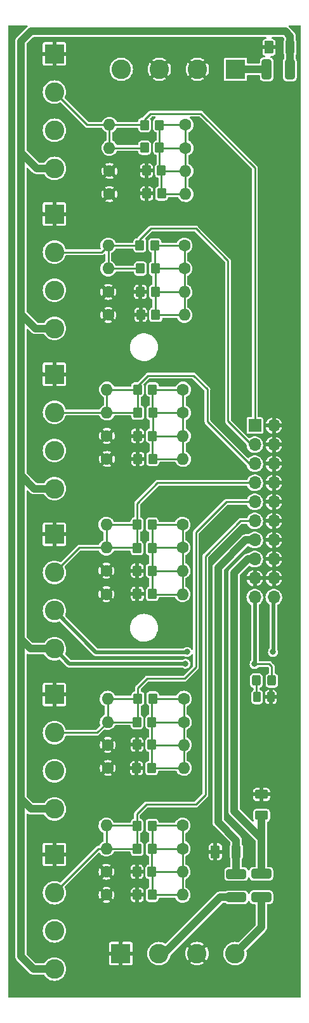
<source format=gtl>
G04 #@! TF.GenerationSoftware,KiCad,Pcbnew,(6.0.6)*
G04 #@! TF.CreationDate,2022-08-29T10:44:39+02:00*
G04 #@! TF.ProjectId,lem-adapter-board,6c656d2d-6164-4617-9074-65722d626f61,rev?*
G04 #@! TF.SameCoordinates,Original*
G04 #@! TF.FileFunction,Copper,L1,Top*
G04 #@! TF.FilePolarity,Positive*
%FSLAX46Y46*%
G04 Gerber Fmt 4.6, Leading zero omitted, Abs format (unit mm)*
G04 Created by KiCad (PCBNEW (6.0.6)) date 2022-08-29 10:44:39*
%MOMM*%
%LPD*%
G01*
G04 APERTURE LIST*
G04 Aperture macros list*
%AMRoundRect*
0 Rectangle with rounded corners*
0 $1 Rounding radius*
0 $2 $3 $4 $5 $6 $7 $8 $9 X,Y pos of 4 corners*
0 Add a 4 corners polygon primitive as box body*
4,1,4,$2,$3,$4,$5,$6,$7,$8,$9,$2,$3,0*
0 Add four circle primitives for the rounded corners*
1,1,$1+$1,$2,$3*
1,1,$1+$1,$4,$5*
1,1,$1+$1,$6,$7*
1,1,$1+$1,$8,$9*
0 Add four rect primitives between the rounded corners*
20,1,$1+$1,$2,$3,$4,$5,0*
20,1,$1+$1,$4,$5,$6,$7,0*
20,1,$1+$1,$6,$7,$8,$9,0*
20,1,$1+$1,$8,$9,$2,$3,0*%
G04 Aperture macros list end*
G04 #@! TA.AperFunction,ComponentPad*
%ADD10C,1.600000*%
G04 #@! TD*
G04 #@! TA.AperFunction,ComponentPad*
%ADD11O,1.600000X1.600000*%
G04 #@! TD*
G04 #@! TA.AperFunction,ComponentPad*
%ADD12R,2.600000X2.600000*%
G04 #@! TD*
G04 #@! TA.AperFunction,ComponentPad*
%ADD13C,2.600000*%
G04 #@! TD*
G04 #@! TA.AperFunction,SMDPad,CuDef*
%ADD14RoundRect,0.250000X-0.400000X-1.075000X0.400000X-1.075000X0.400000X1.075000X-0.400000X1.075000X0*%
G04 #@! TD*
G04 #@! TA.AperFunction,SMDPad,CuDef*
%ADD15RoundRect,0.250000X-0.350000X-0.450000X0.350000X-0.450000X0.350000X0.450000X-0.350000X0.450000X0*%
G04 #@! TD*
G04 #@! TA.AperFunction,SMDPad,CuDef*
%ADD16RoundRect,0.250000X0.350000X0.450000X-0.350000X0.450000X-0.350000X-0.450000X0.350000X-0.450000X0*%
G04 #@! TD*
G04 #@! TA.AperFunction,SMDPad,CuDef*
%ADD17RoundRect,0.250000X1.075000X-0.400000X1.075000X0.400000X-1.075000X0.400000X-1.075000X-0.400000X0*%
G04 #@! TD*
G04 #@! TA.AperFunction,ComponentPad*
%ADD18R,1.700000X1.700000*%
G04 #@! TD*
G04 #@! TA.AperFunction,ComponentPad*
%ADD19O,1.700000X1.700000*%
G04 #@! TD*
G04 #@! TA.AperFunction,SMDPad,CuDef*
%ADD20RoundRect,0.250000X-0.262500X-0.450000X0.262500X-0.450000X0.262500X0.450000X-0.262500X0.450000X0*%
G04 #@! TD*
G04 #@! TA.AperFunction,SMDPad,CuDef*
%ADD21RoundRect,0.250000X0.375000X0.625000X-0.375000X0.625000X-0.375000X-0.625000X0.375000X-0.625000X0*%
G04 #@! TD*
G04 #@! TA.AperFunction,SMDPad,CuDef*
%ADD22RoundRect,0.250000X0.625000X-0.375000X0.625000X0.375000X-0.625000X0.375000X-0.625000X-0.375000X0*%
G04 #@! TD*
G04 #@! TA.AperFunction,SMDPad,CuDef*
%ADD23RoundRect,0.250000X-0.325000X-0.450000X0.325000X-0.450000X0.325000X0.450000X-0.325000X0.450000X0*%
G04 #@! TD*
G04 #@! TA.AperFunction,ViaPad*
%ADD24C,0.800000*%
G04 #@! TD*
G04 #@! TA.AperFunction,Conductor*
%ADD25C,0.254000*%
G04 #@! TD*
G04 #@! TA.AperFunction,Conductor*
%ADD26C,1.000000*%
G04 #@! TD*
G04 #@! TA.AperFunction,Conductor*
%ADD27C,0.500000*%
G04 #@! TD*
G04 APERTURE END LIST*
D10*
X48599600Y-67538600D03*
D11*
X58759600Y-67538600D03*
D10*
X48793400Y-48361600D03*
D11*
X58953400Y-48361600D03*
D10*
X58708800Y-119430800D03*
D11*
X48548800Y-119430800D03*
D12*
X65760600Y-18719600D03*
D13*
X60680600Y-18719600D03*
X55600600Y-18719600D03*
X50520600Y-18719600D03*
D14*
X69925600Y-18719800D03*
X73025600Y-18719800D03*
D10*
X48945800Y-35331400D03*
D11*
X59105800Y-35331400D03*
D15*
X53914800Y-35255200D03*
X55914800Y-35255200D03*
D10*
X48717200Y-111760000D03*
D11*
X58877200Y-111760000D03*
D16*
X54619400Y-105638600D03*
X52619400Y-105638600D03*
D10*
X58699400Y-79349600D03*
D11*
X48539400Y-79349600D03*
D10*
X58877200Y-102539800D03*
D11*
X48717200Y-102539800D03*
D10*
X48539400Y-88620600D03*
D11*
X58699400Y-88620600D03*
D17*
X69215000Y-128956400D03*
X69215000Y-125856400D03*
D18*
X68340200Y-66167000D03*
D19*
X70880200Y-66167000D03*
X68340200Y-68707000D03*
X70880200Y-68707000D03*
X68340200Y-71247000D03*
X70880200Y-71247000D03*
X68340200Y-73787000D03*
X70880200Y-73787000D03*
X68340200Y-76327000D03*
X70880200Y-76327000D03*
X68340200Y-78867000D03*
X70880200Y-78867000D03*
X68340200Y-81407000D03*
X70880200Y-81407000D03*
X68340200Y-83947000D03*
X70880200Y-83947000D03*
X68340200Y-86487000D03*
X70880200Y-86487000D03*
X68340200Y-89027000D03*
X70880200Y-89027000D03*
D16*
X55635400Y-29159200D03*
X53635400Y-29159200D03*
D15*
X52619400Y-125577600D03*
X54619400Y-125577600D03*
D10*
X48539400Y-85496400D03*
D11*
X58699400Y-85496400D03*
D15*
X52654200Y-128651000D03*
X54654200Y-128651000D03*
D16*
X54628800Y-82473800D03*
X52628800Y-82473800D03*
D20*
X68658100Y-102311200D03*
X70483100Y-102311200D03*
D10*
X48558200Y-128651000D03*
D11*
X58718200Y-128651000D03*
D10*
X58699400Y-82423000D03*
D11*
X48539400Y-82423000D03*
D10*
X48793400Y-51435000D03*
D11*
X58953400Y-51435000D03*
D21*
X65865200Y-122910600D03*
X63065200Y-122910600D03*
D16*
X54695600Y-61366400D03*
X52695600Y-61366400D03*
D17*
X65862200Y-128981800D03*
X65862200Y-125881800D03*
D16*
X55000400Y-42164000D03*
X53000400Y-42164000D03*
D12*
X41605200Y-16671800D03*
D13*
X41605200Y-21751800D03*
X41605200Y-26831800D03*
X41605200Y-31911800D03*
D16*
X55076600Y-45262800D03*
X53076600Y-45262800D03*
D15*
X52619400Y-108635800D03*
X54619400Y-108635800D03*
D12*
X41605200Y-80645000D03*
D13*
X41605200Y-85725000D03*
X41605200Y-90805000D03*
X41605200Y-95885000D03*
D16*
X54644800Y-122529600D03*
X52644800Y-122529600D03*
X54730400Y-64439800D03*
X52730400Y-64439800D03*
D12*
X41605200Y-123291600D03*
D13*
X41605200Y-128371600D03*
X41605200Y-133451600D03*
X41605200Y-138531600D03*
D15*
X53127400Y-51409600D03*
X55127400Y-51409600D03*
X52670200Y-88569800D03*
X54670200Y-88569800D03*
D12*
X50469800Y-136474200D03*
D13*
X55549800Y-136474200D03*
X60629800Y-136474200D03*
X65709800Y-136474200D03*
D10*
X58759600Y-61366400D03*
D11*
X48599600Y-61366400D03*
D12*
X41605200Y-101981000D03*
D13*
X41605200Y-107061000D03*
X41605200Y-112141000D03*
X41605200Y-117221000D03*
D10*
X59105800Y-26111200D03*
D11*
X48945800Y-26111200D03*
D15*
X52730400Y-70612000D03*
X54730400Y-70612000D03*
X52644800Y-85496400D03*
X54644800Y-85496400D03*
D10*
X48717200Y-108686600D03*
D11*
X58877200Y-108686600D03*
D15*
X52568600Y-111785400D03*
X54568600Y-111785400D03*
D16*
X55635400Y-26136600D03*
X53635400Y-26136600D03*
X54737000Y-102514400D03*
X52737000Y-102514400D03*
D15*
X53889400Y-32207200D03*
X55889400Y-32207200D03*
D16*
X54635400Y-79349600D03*
X52635400Y-79349600D03*
D10*
X58708800Y-122504200D03*
D11*
X48548800Y-122504200D03*
D10*
X58877200Y-105638600D03*
D11*
X48717200Y-105638600D03*
D10*
X58953400Y-42189400D03*
D11*
X48793400Y-42189400D03*
D15*
X53076600Y-48361600D03*
X55076600Y-48361600D03*
D21*
X73031000Y-15798800D03*
X70231000Y-15798800D03*
D15*
X52679600Y-67538600D03*
X54679600Y-67538600D03*
D10*
X58953400Y-45262800D03*
D11*
X48793400Y-45262800D03*
D22*
X69240400Y-118062200D03*
X69240400Y-115262200D03*
D12*
X41605400Y-37982400D03*
D13*
X41605400Y-43062400D03*
X41605400Y-48142400D03*
X41605400Y-53222400D03*
D10*
X59105800Y-29184600D03*
D11*
X48945800Y-29184600D03*
D10*
X48945800Y-32258000D03*
D11*
X59105800Y-32258000D03*
D10*
X48607000Y-70612000D03*
D11*
X58767000Y-70612000D03*
D16*
X54628800Y-119456200D03*
X52628800Y-119456200D03*
D10*
X48548800Y-125577600D03*
D11*
X58708800Y-125577600D03*
D23*
X68562000Y-100126800D03*
X70612000Y-100126800D03*
D12*
X41605200Y-59318400D03*
D13*
X41605200Y-64398400D03*
X41605200Y-69478400D03*
X41605200Y-74558400D03*
D10*
X58759600Y-64439800D03*
D11*
X48599600Y-64439800D03*
D24*
X68300600Y-97917000D03*
X59105800Y-97891600D03*
X70764400Y-96316800D03*
X59309000Y-96316800D03*
D25*
X68562000Y-102215100D02*
X68658100Y-102311200D01*
X68562000Y-100126800D02*
X68562000Y-102215100D01*
D26*
X39074600Y-53222400D02*
X37134800Y-51282600D01*
X41605200Y-95885000D02*
X38404800Y-95885000D01*
X72415400Y-13665200D02*
X38455600Y-13665200D01*
X41605200Y-117221000D02*
X38481000Y-117221000D01*
X73031000Y-15798800D02*
X73031000Y-14280800D01*
X41605200Y-74558400D02*
X38922200Y-74558400D01*
D25*
X68300600Y-97917000D02*
X70281800Y-97917000D01*
D26*
X41605200Y-31911800D02*
X39252400Y-31911800D01*
X37134800Y-136855200D02*
X38811200Y-138531600D01*
D27*
X68300600Y-97917000D02*
X68340200Y-97877400D01*
D26*
X38811200Y-138531600D02*
X41605200Y-138531600D01*
X41605400Y-53222400D02*
X39074600Y-53222400D01*
X37134800Y-51282600D02*
X37134800Y-72771000D01*
D25*
X70612000Y-98247200D02*
X70612000Y-100126800D01*
D26*
X73025600Y-15804200D02*
X73031000Y-15798800D01*
X37134800Y-115874800D02*
X37134800Y-136855200D01*
X38455600Y-13665200D02*
X37134800Y-14986000D01*
X37134800Y-72771000D02*
X37134800Y-94615000D01*
X37134800Y-29794200D02*
X37134800Y-51282600D01*
X37134800Y-14986000D02*
X37134800Y-29794200D01*
X73031000Y-14280800D02*
X72415400Y-13665200D01*
D27*
X43611800Y-97891600D02*
X41605200Y-95885000D01*
D26*
X73025600Y-18719800D02*
X73025600Y-15804200D01*
X38922200Y-74558400D02*
X37134800Y-72771000D01*
D27*
X59105800Y-97891600D02*
X43611800Y-97891600D01*
D25*
X70281800Y-97917000D02*
X70612000Y-98247200D01*
D26*
X39252400Y-31911800D02*
X37134800Y-29794200D01*
X38404800Y-95885000D02*
X37134800Y-94615000D01*
X37134800Y-94615000D02*
X37134800Y-115874800D01*
X38481000Y-117221000D02*
X37134800Y-115874800D01*
D27*
X68340200Y-97877400D02*
X68340200Y-89027000D01*
D25*
X41605200Y-21751800D02*
X45964600Y-26111200D01*
X68351400Y-65887600D02*
X68072000Y-66167000D01*
X53635400Y-26136600D02*
X53635400Y-25409400D01*
X53635400Y-25409400D02*
X54432200Y-24612600D01*
X48945800Y-26111200D02*
X48945800Y-29184600D01*
X48945800Y-26111200D02*
X53610000Y-26111200D01*
X54432200Y-24612600D02*
X61137800Y-24612600D01*
X53610000Y-29184600D02*
X53635400Y-29159200D01*
X45964600Y-26111200D02*
X48945800Y-26111200D01*
X53610000Y-26111200D02*
X53635400Y-26136600D01*
X48945800Y-29184600D02*
X53610000Y-29184600D01*
X61137800Y-24612600D02*
X68351400Y-31826200D01*
X68351400Y-31826200D02*
X68351400Y-65887600D01*
D27*
X59283600Y-96342200D02*
X47142400Y-96342200D01*
X47142400Y-96342200D02*
X41605200Y-90805000D01*
X70840600Y-96240600D02*
X70840600Y-89066600D01*
X59309000Y-96316800D02*
X59283600Y-96342200D01*
X70764400Y-96316800D02*
X70840600Y-96240600D01*
X70840600Y-89066600D02*
X70880200Y-89027000D01*
D25*
X64744600Y-44196000D02*
X60477400Y-39928800D01*
X52975000Y-42189400D02*
X53000400Y-42164000D01*
X41605400Y-43062400D02*
X47920400Y-43062400D01*
X54457600Y-39928800D02*
X53000400Y-41386000D01*
X68072000Y-68707000D02*
X67868800Y-68707000D01*
X53076600Y-45262800D02*
X48793400Y-45262800D01*
X48793400Y-42189400D02*
X52975000Y-42189400D01*
X64744600Y-65582800D02*
X64744600Y-44196000D01*
X48793400Y-42189400D02*
X48793400Y-45262800D01*
X67868800Y-68707000D02*
X64744600Y-65582800D01*
X60477400Y-39928800D02*
X54457600Y-39928800D01*
X47920400Y-43062400D02*
X48793400Y-42189400D01*
X53000400Y-41386000D02*
X53000400Y-42164000D01*
X48599600Y-61366400D02*
X52695600Y-61366400D01*
X52695600Y-60893200D02*
X52695600Y-61366400D01*
X62026800Y-65659000D02*
X62026800Y-61341000D01*
X48558200Y-64398400D02*
X48599600Y-64439800D01*
X60198000Y-59512200D02*
X54076600Y-59512200D01*
X41605200Y-64398400D02*
X48558200Y-64398400D01*
X52730400Y-61401200D02*
X52695600Y-61366400D01*
X54076600Y-59512200D02*
X52695600Y-60893200D01*
X68072000Y-71247000D02*
X67614800Y-71247000D01*
X48599600Y-61366400D02*
X48599600Y-64439800D01*
X62026800Y-61341000D02*
X60198000Y-59512200D01*
X67614800Y-71247000D02*
X62026800Y-65659000D01*
X52730400Y-64439800D02*
X52730400Y-61401200D01*
X48599600Y-64439800D02*
X52730400Y-64439800D01*
X48539400Y-79349600D02*
X52635400Y-79349600D01*
X55372000Y-73787000D02*
X52635400Y-76523600D01*
X41605200Y-85725000D02*
X44907200Y-82423000D01*
X52635400Y-82467200D02*
X52628800Y-82473800D01*
X52635400Y-79349600D02*
X52635400Y-82467200D01*
X52628800Y-82473800D02*
X52578000Y-82423000D01*
X68072000Y-73787000D02*
X55372000Y-73787000D01*
X52635400Y-76523600D02*
X52635400Y-79349600D01*
X44907200Y-82423000D02*
X48539400Y-82423000D01*
X48539400Y-79349600D02*
X48539400Y-82423000D01*
X52578000Y-82423000D02*
X48539400Y-82423000D01*
X64541400Y-76327000D02*
X68072000Y-76327000D01*
X52737000Y-105521000D02*
X52619400Y-105638600D01*
X41605200Y-107061000D02*
X47294800Y-107061000D01*
X53975000Y-99847400D02*
X58978800Y-99847400D01*
X60477400Y-98348800D02*
X60477400Y-80391000D01*
X52619400Y-105638600D02*
X48717200Y-105638600D01*
X52737000Y-101085400D02*
X53975000Y-99847400D01*
X60477400Y-80391000D02*
X64541400Y-76327000D01*
X58978800Y-99847400D02*
X60477400Y-98348800D01*
X52737000Y-102514400D02*
X52737000Y-105521000D01*
X52711600Y-102539800D02*
X52737000Y-102514400D01*
X48717200Y-102539800D02*
X52711600Y-102539800D01*
X52737000Y-102514400D02*
X52737000Y-101085400D01*
X48717200Y-105638600D02*
X48717200Y-102539800D01*
X47294800Y-107061000D02*
X48717200Y-105638600D01*
X66414800Y-78867000D02*
X68072000Y-78867000D01*
X47472600Y-122504200D02*
X48548800Y-122504200D01*
X52603400Y-119430800D02*
X52628800Y-119456200D01*
X60477400Y-116611400D02*
X53873400Y-116611400D01*
X52628800Y-117856000D02*
X52628800Y-119456200D01*
X48548800Y-119430800D02*
X48548800Y-122504200D01*
X53873400Y-116611400D02*
X52628800Y-117856000D01*
X52628800Y-119456200D02*
X52644800Y-119472200D01*
X41605200Y-128371600D02*
X47472600Y-122504200D01*
X61747400Y-115341400D02*
X60477400Y-116611400D01*
X52619400Y-122504200D02*
X48548800Y-122504200D01*
X52644800Y-119472200D02*
X52644800Y-122529600D01*
X48548800Y-119430800D02*
X52603400Y-119430800D01*
X52644800Y-122529600D02*
X52619400Y-122504200D01*
X61747400Y-83534400D02*
X66414800Y-78867000D01*
X61747400Y-83534400D02*
X61747400Y-115341400D01*
D26*
X65865200Y-122910600D02*
X65865200Y-125878800D01*
X65865200Y-121389600D02*
X63449200Y-118973600D01*
X65865200Y-122910600D02*
X65865200Y-121389600D01*
X63449200Y-85064600D02*
X67106800Y-81407000D01*
X65865200Y-125878800D02*
X65862200Y-125881800D01*
X63449200Y-118973600D02*
X63449200Y-85064600D01*
X67106800Y-81407000D02*
X68072000Y-81407000D01*
X65582800Y-85775800D02*
X67411600Y-83947000D01*
X65582800Y-117525800D02*
X65582800Y-85775800D01*
X69240400Y-121132600D02*
X69215000Y-121158000D01*
X67411600Y-83947000D02*
X68072000Y-83947000D01*
X69215000Y-125856400D02*
X69215000Y-121158000D01*
X69240400Y-118062200D02*
X69240400Y-121132600D01*
X69215000Y-121158000D02*
X65582800Y-117525800D01*
X69925400Y-18719600D02*
X69925600Y-18719800D01*
X65760600Y-18719600D02*
X69925400Y-18719600D01*
X69215000Y-132969000D02*
X65709800Y-136474200D01*
X69215000Y-128956400D02*
X69215000Y-132969000D01*
X65862200Y-128981800D02*
X63702600Y-128981800D01*
X63702600Y-128981800D02*
X56210200Y-136474200D01*
X56210200Y-136474200D02*
X55549800Y-136474200D01*
D25*
X59105800Y-32258000D02*
X59105800Y-35331400D01*
X55660800Y-29184600D02*
X59105800Y-29184600D01*
X55991000Y-35331400D02*
X59105800Y-35331400D01*
X55635400Y-31953200D02*
X55889400Y-32207200D01*
X55635400Y-29159200D02*
X55660800Y-29184600D01*
X55914800Y-35255200D02*
X55991000Y-35331400D01*
X55940200Y-32258000D02*
X59105800Y-32258000D01*
X59105800Y-26111200D02*
X59105800Y-29184600D01*
X59105800Y-29184600D02*
X59105800Y-32258000D01*
X55889400Y-32207200D02*
X55889400Y-35229800D01*
X55635400Y-29159200D02*
X55635400Y-31953200D01*
X55889400Y-32207200D02*
X55940200Y-32258000D01*
X55889400Y-35229800D02*
X55914800Y-35255200D01*
X55660800Y-26111200D02*
X59105800Y-26111200D01*
X55635400Y-26136600D02*
X55660800Y-26111200D01*
X55635400Y-26136600D02*
X55635400Y-29159200D01*
X58953400Y-45262800D02*
X55076600Y-45262800D01*
X58953400Y-45262800D02*
X58953400Y-48361600D01*
X55076600Y-48361600D02*
X55076600Y-51358800D01*
X55152800Y-51435000D02*
X58953400Y-51435000D01*
X55000400Y-42164000D02*
X55025800Y-42189400D01*
X55076600Y-45262800D02*
X55076600Y-48361600D01*
X55000400Y-45186600D02*
X55076600Y-45262800D01*
X58953400Y-42189400D02*
X58953400Y-45262800D01*
X55076600Y-51358800D02*
X55127400Y-51409600D01*
X55025800Y-42189400D02*
X58953400Y-42189400D01*
X58953400Y-48361600D02*
X58953400Y-51435000D01*
X55127400Y-51409600D02*
X55152800Y-51435000D01*
X55076600Y-48361600D02*
X58953400Y-48361600D01*
X55000400Y-42164000D02*
X55000400Y-45186600D01*
X58767000Y-70612000D02*
X54730400Y-70612000D01*
X54695600Y-61366400D02*
X54695600Y-64405000D01*
X54679600Y-70561200D02*
X54730400Y-70612000D01*
X54730400Y-67487800D02*
X54679600Y-67538600D01*
X54695600Y-61366400D02*
X58759600Y-61366400D01*
X58759600Y-67538600D02*
X54679600Y-67538600D01*
X54679600Y-67538600D02*
X54679600Y-70561200D01*
X58759600Y-67538600D02*
X58759600Y-70604600D01*
X54730400Y-64439800D02*
X54730400Y-67487800D01*
X58759600Y-64439800D02*
X58759600Y-67538600D01*
X54730400Y-64439800D02*
X58759600Y-64439800D01*
X58759600Y-70604600D02*
X58767000Y-70612000D01*
X54695600Y-64405000D02*
X54730400Y-64439800D01*
X58759600Y-64439800D02*
X58759600Y-61366400D01*
X54635400Y-79349600D02*
X54635400Y-82467200D01*
X54644800Y-88544400D02*
X54670200Y-88569800D01*
X54628800Y-85480400D02*
X54644800Y-85496400D01*
X58699400Y-82423000D02*
X58699400Y-79349600D01*
X54721000Y-88620600D02*
X58699400Y-88620600D01*
X54670200Y-88569800D02*
X54721000Y-88620600D01*
X58699400Y-88620600D02*
X58699400Y-85496400D01*
X54679600Y-82423000D02*
X58699400Y-82423000D01*
X54635400Y-79349600D02*
X58699400Y-79349600D01*
X58699400Y-82423000D02*
X58699400Y-85496400D01*
X54644800Y-85496400D02*
X54644800Y-88544400D01*
X54628800Y-82473800D02*
X54679600Y-82423000D01*
X54628800Y-82473800D02*
X54628800Y-85480400D01*
X58699400Y-85496400D02*
X54644800Y-85496400D01*
X54635400Y-82467200D02*
X54628800Y-82473800D01*
X54619400Y-105638600D02*
X54619400Y-108635800D01*
X54619400Y-108635800D02*
X54670200Y-108686600D01*
X54670200Y-108686600D02*
X58877200Y-108686600D01*
X54737000Y-102514400D02*
X54762400Y-102539800D01*
X54619400Y-111734600D02*
X54568600Y-111785400D01*
X58877200Y-102539800D02*
X58877200Y-105638600D01*
X58877200Y-105638600D02*
X58877200Y-108686600D01*
X58877200Y-105638600D02*
X54619400Y-105638600D01*
X54594000Y-111760000D02*
X54568600Y-111785400D01*
X54619400Y-102632000D02*
X54619400Y-105638600D01*
X58877200Y-108686600D02*
X58877200Y-111760000D01*
X54737000Y-102514400D02*
X54619400Y-102632000D01*
X58877200Y-111760000D02*
X54594000Y-111760000D01*
X54619400Y-108635800D02*
X54619400Y-111734600D01*
X54762400Y-102539800D02*
X58877200Y-102539800D01*
X58718200Y-128651000D02*
X54654200Y-128651000D01*
X58708800Y-125577600D02*
X58708800Y-128641600D01*
X54644800Y-122529600D02*
X54644800Y-119472200D01*
X54628800Y-119456200D02*
X54654200Y-119430800D01*
X58708800Y-128641600D02*
X58718200Y-128651000D01*
X58708800Y-119430800D02*
X58708800Y-122504200D01*
X54654200Y-125612400D02*
X54619400Y-125577600D01*
X58708800Y-122504200D02*
X58708800Y-125577600D01*
X54644800Y-122529600D02*
X54670200Y-122504200D01*
X54654200Y-119430800D02*
X58708800Y-119430800D01*
X54619400Y-125577600D02*
X58708800Y-125577600D01*
X54619400Y-125577600D02*
X54619400Y-122555000D01*
X54644800Y-119472200D02*
X54628800Y-119456200D01*
X54619400Y-122555000D02*
X54644800Y-122529600D01*
X54654200Y-128651000D02*
X54654200Y-125612400D01*
X54670200Y-122504200D02*
X58708800Y-122504200D01*
G04 #@! TA.AperFunction,Conductor*
G36*
X37974282Y-12864902D02*
G01*
X38020775Y-12918558D01*
X38030879Y-12988832D01*
X38001385Y-13053412D01*
X37988527Y-13065285D01*
X37988967Y-13065784D01*
X37980626Y-13073150D01*
X37980604Y-13073125D01*
X37977570Y-13075815D01*
X37974455Y-13078419D01*
X37968332Y-13082434D01*
X37963297Y-13087749D01*
X37915367Y-13138345D01*
X37912989Y-13140787D01*
X36648500Y-14405276D01*
X36634087Y-14417663D01*
X36616729Y-14430437D01*
X36611986Y-14436020D01*
X36582711Y-14470479D01*
X36575781Y-14477995D01*
X36570138Y-14483638D01*
X36552606Y-14505798D01*
X36549839Y-14509173D01*
X36502818Y-14564520D01*
X36499489Y-14571040D01*
X36496169Y-14576018D01*
X36493036Y-14581091D01*
X36488493Y-14586833D01*
X36485393Y-14593466D01*
X36457747Y-14652617D01*
X36455816Y-14656567D01*
X36422807Y-14721212D01*
X36421067Y-14728322D01*
X36418977Y-14733942D01*
X36417097Y-14739593D01*
X36413999Y-14746222D01*
X36412509Y-14753386D01*
X36412508Y-14753389D01*
X36399215Y-14817303D01*
X36398249Y-14821573D01*
X36380989Y-14892108D01*
X36380300Y-14903214D01*
X36380266Y-14903212D01*
X36380023Y-14907271D01*
X36379663Y-14911305D01*
X36378172Y-14918473D01*
X36378370Y-14925790D01*
X36380254Y-14995415D01*
X36380300Y-14998823D01*
X36380300Y-29727435D01*
X36378867Y-29746384D01*
X36375626Y-29767689D01*
X36376219Y-29774980D01*
X36376219Y-29774983D01*
X36379885Y-29820048D01*
X36380300Y-29830263D01*
X36380300Y-51215835D01*
X36378867Y-51234784D01*
X36375626Y-51256089D01*
X36376219Y-51263380D01*
X36376219Y-51263383D01*
X36379885Y-51308448D01*
X36380300Y-51318663D01*
X36380300Y-72704235D01*
X36378867Y-72723184D01*
X36375626Y-72744489D01*
X36376219Y-72751780D01*
X36376219Y-72751783D01*
X36379885Y-72796848D01*
X36380300Y-72807063D01*
X36380300Y-94548235D01*
X36378867Y-94567184D01*
X36375626Y-94588489D01*
X36376219Y-94595780D01*
X36376219Y-94595783D01*
X36379885Y-94640848D01*
X36380300Y-94651063D01*
X36380300Y-115808035D01*
X36378867Y-115826984D01*
X36375626Y-115848289D01*
X36376219Y-115855580D01*
X36376219Y-115855583D01*
X36379885Y-115900648D01*
X36380300Y-115910863D01*
X36380300Y-136788435D01*
X36378867Y-136807384D01*
X36375626Y-136828689D01*
X36376219Y-136835980D01*
X36376219Y-136835983D01*
X36379885Y-136881048D01*
X36380300Y-136891263D01*
X36380300Y-136899253D01*
X36380725Y-136902897D01*
X36383571Y-136927313D01*
X36384004Y-136931687D01*
X36388963Y-136992646D01*
X36389890Y-137004047D01*
X36392145Y-137011009D01*
X36393318Y-137016877D01*
X36394690Y-137022684D01*
X36395538Y-137029954D01*
X36420332Y-137098260D01*
X36421740Y-137102363D01*
X36444112Y-137171422D01*
X36447909Y-137177679D01*
X36450402Y-137183126D01*
X36453070Y-137188454D01*
X36455568Y-137195334D01*
X36459582Y-137201456D01*
X36495368Y-137256039D01*
X36497715Y-137259759D01*
X36505938Y-137273310D01*
X36535383Y-137321833D01*
X36539095Y-137326036D01*
X36542749Y-137330174D01*
X36542724Y-137330196D01*
X36545424Y-137333241D01*
X36548020Y-137336346D01*
X36552034Y-137342468D01*
X36557347Y-137347501D01*
X36607926Y-137395415D01*
X36610368Y-137397793D01*
X38230479Y-139017904D01*
X38242866Y-139032316D01*
X38255637Y-139049671D01*
X38261220Y-139054414D01*
X38295672Y-139083683D01*
X38303188Y-139090613D01*
X38308838Y-139096263D01*
X38311707Y-139098533D01*
X38311715Y-139098540D01*
X38330986Y-139113786D01*
X38334386Y-139116573D01*
X38389720Y-139163582D01*
X38396236Y-139166909D01*
X38401204Y-139170222D01*
X38406290Y-139173363D01*
X38412033Y-139177907D01*
X38418667Y-139181007D01*
X38418666Y-139181007D01*
X38477817Y-139208653D01*
X38481767Y-139210584D01*
X38546412Y-139243593D01*
X38553522Y-139245333D01*
X38559134Y-139247420D01*
X38564791Y-139249302D01*
X38571422Y-139252401D01*
X38578587Y-139253891D01*
X38578589Y-139253892D01*
X38642528Y-139267191D01*
X38646812Y-139268161D01*
X38717308Y-139285411D01*
X38722910Y-139285759D01*
X38722913Y-139285759D01*
X38728414Y-139286100D01*
X38728412Y-139286134D01*
X38732450Y-139286377D01*
X38736511Y-139286739D01*
X38743673Y-139288229D01*
X38820652Y-139286146D01*
X38824060Y-139286100D01*
X40173833Y-139286100D01*
X40241954Y-139306102D01*
X40281266Y-139346265D01*
X40343694Y-139448138D01*
X40502603Y-139634197D01*
X40688662Y-139793106D01*
X40897289Y-139920953D01*
X40901859Y-139922846D01*
X40901863Y-139922848D01*
X41118775Y-140012695D01*
X41123348Y-140014589D01*
X41205652Y-140034348D01*
X41356458Y-140070554D01*
X41356464Y-140070555D01*
X41361271Y-140071709D01*
X41605200Y-140090907D01*
X41849129Y-140071709D01*
X41853936Y-140070555D01*
X41853942Y-140070554D01*
X42004748Y-140034348D01*
X42087052Y-140014589D01*
X42091625Y-140012695D01*
X42308537Y-139922848D01*
X42308541Y-139922846D01*
X42313111Y-139920953D01*
X42521738Y-139793106D01*
X42707797Y-139634197D01*
X42866706Y-139448138D01*
X42994553Y-139239511D01*
X43023254Y-139170222D01*
X43086295Y-139018025D01*
X43086296Y-139018023D01*
X43088189Y-139013452D01*
X43145309Y-138775529D01*
X43164507Y-138531600D01*
X43145309Y-138287671D01*
X43088189Y-138049748D01*
X43073510Y-138014309D01*
X42996448Y-137828263D01*
X42996446Y-137828259D01*
X42994553Y-137823689D01*
X42975764Y-137793028D01*
X48915801Y-137793028D01*
X48917009Y-137805288D01*
X48928115Y-137861131D01*
X48937433Y-137883627D01*
X48979783Y-137947008D01*
X48996992Y-137964217D01*
X49060375Y-138006568D01*
X49082866Y-138015884D01*
X49138715Y-138026993D01*
X49150970Y-138028200D01*
X50197685Y-138028200D01*
X50212924Y-138023725D01*
X50214129Y-138022335D01*
X50215800Y-138014652D01*
X50215800Y-138010084D01*
X50723800Y-138010084D01*
X50728275Y-138025323D01*
X50729665Y-138026528D01*
X50737348Y-138028199D01*
X51788628Y-138028199D01*
X51800888Y-138026991D01*
X51856731Y-138015885D01*
X51879227Y-138006567D01*
X51942608Y-137964217D01*
X51959817Y-137947008D01*
X52002168Y-137883625D01*
X52011484Y-137861134D01*
X52022593Y-137805285D01*
X52023800Y-137793030D01*
X52023800Y-136746315D01*
X52019325Y-136731076D01*
X52017935Y-136729871D01*
X52010252Y-136728200D01*
X50741915Y-136728200D01*
X50726676Y-136732675D01*
X50725471Y-136734065D01*
X50723800Y-136741748D01*
X50723800Y-138010084D01*
X50215800Y-138010084D01*
X50215800Y-136746315D01*
X50211325Y-136731076D01*
X50209935Y-136729871D01*
X50202252Y-136728200D01*
X48933916Y-136728200D01*
X48918677Y-136732675D01*
X48917472Y-136734065D01*
X48915801Y-136741748D01*
X48915801Y-137793028D01*
X42975764Y-137793028D01*
X42866706Y-137615062D01*
X42707797Y-137429003D01*
X42521738Y-137270094D01*
X42313111Y-137142247D01*
X42308541Y-137140354D01*
X42308537Y-137140352D01*
X42091625Y-137050505D01*
X42091623Y-137050504D01*
X42087052Y-137048611D01*
X41954870Y-137016877D01*
X41853942Y-136992646D01*
X41853936Y-136992645D01*
X41849129Y-136991491D01*
X41605200Y-136972293D01*
X41361271Y-136991491D01*
X41356464Y-136992645D01*
X41356458Y-136992646D01*
X41255530Y-137016877D01*
X41123348Y-137048611D01*
X41118777Y-137050504D01*
X41118775Y-137050505D01*
X40901863Y-137140352D01*
X40901859Y-137140354D01*
X40897289Y-137142247D01*
X40688662Y-137270094D01*
X40502603Y-137429003D01*
X40343694Y-137615062D01*
X40341110Y-137619279D01*
X40281266Y-137716935D01*
X40228618Y-137764566D01*
X40173833Y-137777100D01*
X39175914Y-137777100D01*
X39107793Y-137757098D01*
X39086819Y-137740195D01*
X37926205Y-136579581D01*
X37892179Y-136517269D01*
X37889300Y-136490486D01*
X37889300Y-136474200D01*
X53990493Y-136474200D01*
X54009691Y-136718129D01*
X54010845Y-136722936D01*
X54010846Y-136722942D01*
X54026570Y-136788435D01*
X54066811Y-136956052D01*
X54068704Y-136960623D01*
X54068705Y-136960625D01*
X54156020Y-137171422D01*
X54160447Y-137182111D01*
X54288294Y-137390738D01*
X54447203Y-137576797D01*
X54633262Y-137735706D01*
X54841889Y-137863553D01*
X54846459Y-137865446D01*
X54846463Y-137865448D01*
X55063375Y-137955295D01*
X55067948Y-137957189D01*
X55150252Y-137976948D01*
X55301058Y-138013154D01*
X55301064Y-138013155D01*
X55305871Y-138014309D01*
X55549800Y-138033507D01*
X55793729Y-138014309D01*
X55798536Y-138013155D01*
X55798542Y-138013154D01*
X55949348Y-137976948D01*
X56031652Y-137957189D01*
X56036225Y-137955295D01*
X56253137Y-137865448D01*
X56253141Y-137865446D01*
X56257711Y-137863553D01*
X56458805Y-137740322D01*
X59728508Y-137740322D01*
X59734235Y-137747972D01*
X59917897Y-137860519D01*
X59926688Y-137864998D01*
X60143530Y-137954818D01*
X60152915Y-137957867D01*
X60381136Y-138012659D01*
X60390883Y-138014202D01*
X60624870Y-138032617D01*
X60634730Y-138032617D01*
X60868717Y-138014202D01*
X60878464Y-138012659D01*
X61106685Y-137957867D01*
X61116070Y-137954818D01*
X61332912Y-137864998D01*
X61341703Y-137860519D01*
X61521698Y-137750219D01*
X61531159Y-137739763D01*
X61527375Y-137730985D01*
X60642612Y-136846222D01*
X60628668Y-136838608D01*
X60626835Y-136838739D01*
X60620220Y-136842990D01*
X59735268Y-137727942D01*
X59728508Y-137740322D01*
X56458805Y-137740322D01*
X56466338Y-137735706D01*
X56652397Y-137576797D01*
X56811306Y-137390738D01*
X56939153Y-137182111D01*
X56943581Y-137171422D01*
X57030895Y-136960625D01*
X57030896Y-136960623D01*
X57032789Y-136956052D01*
X57073030Y-136788435D01*
X57088754Y-136722942D01*
X57088755Y-136722936D01*
X57089909Y-136718129D01*
X57091098Y-136703021D01*
X57116383Y-136636679D01*
X57127615Y-136623810D01*
X57272295Y-136479130D01*
X59071383Y-136479130D01*
X59089798Y-136713117D01*
X59091341Y-136722864D01*
X59146133Y-136951085D01*
X59149182Y-136960470D01*
X59239002Y-137177312D01*
X59243481Y-137186103D01*
X59353781Y-137366098D01*
X59364237Y-137375559D01*
X59373015Y-137371775D01*
X60257778Y-136487012D01*
X60264156Y-136475332D01*
X60994208Y-136475332D01*
X60994339Y-136477165D01*
X60998590Y-136483780D01*
X61883542Y-137368732D01*
X61895922Y-137375492D01*
X61903572Y-137369765D01*
X62016119Y-137186103D01*
X62020598Y-137177312D01*
X62110418Y-136960470D01*
X62113467Y-136951085D01*
X62168259Y-136722864D01*
X62169802Y-136713117D01*
X62188217Y-136479130D01*
X62188217Y-136469270D01*
X62169802Y-136235283D01*
X62168259Y-136225536D01*
X62113467Y-135997315D01*
X62110418Y-135987930D01*
X62020598Y-135771088D01*
X62016119Y-135762297D01*
X61905819Y-135582302D01*
X61895363Y-135572841D01*
X61886585Y-135576625D01*
X61001822Y-136461388D01*
X60994208Y-136475332D01*
X60264156Y-136475332D01*
X60265392Y-136473068D01*
X60265261Y-136471235D01*
X60261010Y-136464620D01*
X59376058Y-135579668D01*
X59363678Y-135572908D01*
X59356028Y-135578635D01*
X59243481Y-135762297D01*
X59239002Y-135771088D01*
X59149182Y-135987930D01*
X59146133Y-135997315D01*
X59091341Y-136225536D01*
X59089798Y-136235283D01*
X59071383Y-136469270D01*
X59071383Y-136479130D01*
X57272295Y-136479130D01*
X58542788Y-135208637D01*
X59728441Y-135208637D01*
X59732225Y-135217415D01*
X60616988Y-136102178D01*
X60630932Y-136109792D01*
X60632765Y-136109661D01*
X60639380Y-136105410D01*
X61524332Y-135220458D01*
X61531092Y-135208078D01*
X61525365Y-135200428D01*
X61341703Y-135087881D01*
X61332912Y-135083402D01*
X61116070Y-134993582D01*
X61106685Y-134990533D01*
X60878464Y-134935741D01*
X60868717Y-134934198D01*
X60634730Y-134915783D01*
X60624870Y-134915783D01*
X60390883Y-134934198D01*
X60381136Y-134935741D01*
X60152915Y-134990533D01*
X60143530Y-134993582D01*
X59926688Y-135083402D01*
X59917897Y-135087881D01*
X59737902Y-135198181D01*
X59728441Y-135208637D01*
X58542788Y-135208637D01*
X63978219Y-129773205D01*
X64040531Y-129739179D01*
X64067314Y-129736300D01*
X64376943Y-129736300D01*
X64445064Y-129756302D01*
X64452508Y-129761474D01*
X64535254Y-129823489D01*
X64535257Y-129823491D01*
X64542436Y-129828871D01*
X64632154Y-129862504D01*
X64670357Y-129876826D01*
X64670359Y-129876826D01*
X64677752Y-129879598D01*
X64685602Y-129880451D01*
X64685603Y-129880451D01*
X64689755Y-129880902D01*
X64739444Y-129886300D01*
X66984956Y-129886300D01*
X67034645Y-129880902D01*
X67038797Y-129880451D01*
X67038798Y-129880451D01*
X67046648Y-129879598D01*
X67054041Y-129876826D01*
X67054043Y-129876826D01*
X67092246Y-129862504D01*
X67181964Y-129828871D01*
X67189143Y-129823491D01*
X67189146Y-129823489D01*
X67290424Y-129747585D01*
X67297604Y-129742204D01*
X67339634Y-129686123D01*
X67378889Y-129633746D01*
X67378891Y-129633743D01*
X67384271Y-129626564D01*
X67425379Y-129516907D01*
X67468020Y-129460142D01*
X67534581Y-129435442D01*
X67603930Y-129450649D01*
X67654049Y-129500935D01*
X67661342Y-129516906D01*
X67692929Y-129601164D01*
X67698309Y-129608343D01*
X67698311Y-129608346D01*
X67754629Y-129683490D01*
X67779596Y-129716804D01*
X67786776Y-129722185D01*
X67888054Y-129798089D01*
X67888057Y-129798091D01*
X67895236Y-129803471D01*
X67971394Y-129832021D01*
X68023157Y-129851426D01*
X68023159Y-129851426D01*
X68030552Y-129854198D01*
X68038402Y-129855051D01*
X68038403Y-129855051D01*
X68088847Y-129860531D01*
X68092244Y-129860900D01*
X68334500Y-129860900D01*
X68402621Y-129880902D01*
X68449114Y-129934558D01*
X68460500Y-129986900D01*
X68460500Y-132604286D01*
X68440498Y-132672407D01*
X68423595Y-132693381D01*
X66188417Y-134928559D01*
X66126105Y-134962585D01*
X66069909Y-134961983D01*
X66028241Y-134951980D01*
X65958542Y-134935246D01*
X65958536Y-134935245D01*
X65953729Y-134934091D01*
X65709800Y-134914893D01*
X65465871Y-134934091D01*
X65461064Y-134935245D01*
X65461058Y-134935246D01*
X65347184Y-134962585D01*
X65227948Y-134991211D01*
X65223377Y-134993104D01*
X65223375Y-134993105D01*
X65006463Y-135082952D01*
X65006459Y-135082954D01*
X65001889Y-135084847D01*
X64793262Y-135212694D01*
X64607203Y-135371603D01*
X64448294Y-135557662D01*
X64320447Y-135766289D01*
X64226811Y-135992348D01*
X64225656Y-135997160D01*
X64172109Y-136220200D01*
X64169691Y-136230271D01*
X64150493Y-136474200D01*
X64169691Y-136718129D01*
X64170845Y-136722936D01*
X64170846Y-136722942D01*
X64186570Y-136788435D01*
X64226811Y-136956052D01*
X64228704Y-136960623D01*
X64228705Y-136960625D01*
X64316020Y-137171422D01*
X64320447Y-137182111D01*
X64448294Y-137390738D01*
X64607203Y-137576797D01*
X64793262Y-137735706D01*
X65001889Y-137863553D01*
X65006459Y-137865446D01*
X65006463Y-137865448D01*
X65223375Y-137955295D01*
X65227948Y-137957189D01*
X65310252Y-137976948D01*
X65461058Y-138013154D01*
X65461064Y-138013155D01*
X65465871Y-138014309D01*
X65709800Y-138033507D01*
X65953729Y-138014309D01*
X65958536Y-138013155D01*
X65958542Y-138013154D01*
X66109348Y-137976948D01*
X66191652Y-137957189D01*
X66196225Y-137955295D01*
X66413137Y-137865448D01*
X66413141Y-137865446D01*
X66417711Y-137863553D01*
X66626338Y-137735706D01*
X66812397Y-137576797D01*
X66971306Y-137390738D01*
X67099153Y-137182111D01*
X67103581Y-137171422D01*
X67190895Y-136960625D01*
X67190896Y-136960623D01*
X67192789Y-136956052D01*
X67233030Y-136788435D01*
X67248754Y-136722942D01*
X67248755Y-136722936D01*
X67249909Y-136718129D01*
X67269107Y-136474200D01*
X67249909Y-136230271D01*
X67247492Y-136220200D01*
X67222017Y-136114093D01*
X67225564Y-136043185D01*
X67255441Y-135995584D01*
X69701300Y-133549724D01*
X69715713Y-133537337D01*
X69727172Y-133528904D01*
X69733071Y-133524563D01*
X69767089Y-133484521D01*
X69774019Y-133477005D01*
X69779662Y-133471362D01*
X69797214Y-133449178D01*
X69799981Y-133445804D01*
X69842243Y-133396058D01*
X69846982Y-133390480D01*
X69850311Y-133383961D01*
X69853628Y-133378987D01*
X69856763Y-133373911D01*
X69861307Y-133368168D01*
X69892053Y-133302382D01*
X69893985Y-133298430D01*
X69923665Y-133240305D01*
X69926993Y-133233788D01*
X69928732Y-133226680D01*
X69930814Y-133221082D01*
X69932701Y-133215409D01*
X69935800Y-133208779D01*
X69950587Y-133137689D01*
X69951557Y-133133404D01*
X69967476Y-133068346D01*
X69968811Y-133062892D01*
X69969500Y-133051786D01*
X69969534Y-133051788D01*
X69969777Y-133047731D01*
X69970137Y-133043696D01*
X69971628Y-133036528D01*
X69969546Y-132959586D01*
X69969500Y-132956178D01*
X69969500Y-129986900D01*
X69989502Y-129918779D01*
X70043158Y-129872286D01*
X70095500Y-129860900D01*
X70337756Y-129860900D01*
X70341153Y-129860531D01*
X70391597Y-129855051D01*
X70391598Y-129855051D01*
X70399448Y-129854198D01*
X70406841Y-129851426D01*
X70406843Y-129851426D01*
X70458606Y-129832021D01*
X70534764Y-129803471D01*
X70541943Y-129798091D01*
X70541946Y-129798089D01*
X70643224Y-129722185D01*
X70650404Y-129716804D01*
X70675371Y-129683490D01*
X70731689Y-129608346D01*
X70731691Y-129608343D01*
X70737071Y-129601164D01*
X70787798Y-129465848D01*
X70794500Y-129404156D01*
X70794500Y-128508644D01*
X70787798Y-128446952D01*
X70737071Y-128311636D01*
X70731691Y-128304457D01*
X70731689Y-128304454D01*
X70655785Y-128203176D01*
X70650404Y-128195996D01*
X70597982Y-128156708D01*
X70541946Y-128114711D01*
X70541943Y-128114709D01*
X70534764Y-128109329D01*
X70445046Y-128075696D01*
X70406843Y-128061374D01*
X70406841Y-128061374D01*
X70399448Y-128058602D01*
X70391598Y-128057749D01*
X70391597Y-128057749D01*
X70341153Y-128052269D01*
X70341152Y-128052269D01*
X70337756Y-128051900D01*
X68092244Y-128051900D01*
X68088848Y-128052269D01*
X68088847Y-128052269D01*
X68038403Y-128057749D01*
X68038402Y-128057749D01*
X68030552Y-128058602D01*
X68023159Y-128061374D01*
X68023157Y-128061374D01*
X67984954Y-128075696D01*
X67895236Y-128109329D01*
X67888057Y-128114709D01*
X67888054Y-128114711D01*
X67832018Y-128156708D01*
X67779596Y-128195996D01*
X67774215Y-128203176D01*
X67698311Y-128304454D01*
X67698309Y-128304457D01*
X67692929Y-128311636D01*
X67658173Y-128404348D01*
X67651821Y-128421293D01*
X67609180Y-128478058D01*
X67542619Y-128502758D01*
X67473270Y-128487551D01*
X67423151Y-128437265D01*
X67415857Y-128421293D01*
X67404552Y-128391135D01*
X67384271Y-128337036D01*
X67378891Y-128329857D01*
X67378889Y-128329854D01*
X67302985Y-128228576D01*
X67297604Y-128221396D01*
X67211291Y-128156708D01*
X67189146Y-128140111D01*
X67189143Y-128140109D01*
X67181964Y-128134729D01*
X67092246Y-128101096D01*
X67054043Y-128086774D01*
X67054041Y-128086774D01*
X67046648Y-128084002D01*
X67038798Y-128083149D01*
X67038797Y-128083149D01*
X66988353Y-128077669D01*
X66988352Y-128077669D01*
X66984956Y-128077300D01*
X64739444Y-128077300D01*
X64736048Y-128077669D01*
X64736047Y-128077669D01*
X64685603Y-128083149D01*
X64685602Y-128083149D01*
X64677752Y-128084002D01*
X64670359Y-128086774D01*
X64670357Y-128086774D01*
X64632154Y-128101096D01*
X64542436Y-128134729D01*
X64535257Y-128140109D01*
X64535254Y-128140111D01*
X64452508Y-128202126D01*
X64386001Y-128226974D01*
X64376943Y-128227300D01*
X63769365Y-128227300D01*
X63750415Y-128225867D01*
X63736345Y-128223726D01*
X63736341Y-128223726D01*
X63729111Y-128222626D01*
X63721820Y-128223219D01*
X63721817Y-128223219D01*
X63676752Y-128226885D01*
X63666537Y-128227300D01*
X63658547Y-128227300D01*
X63651298Y-128228145D01*
X63630487Y-128230571D01*
X63626113Y-128231004D01*
X63561051Y-128236296D01*
X63561048Y-128236297D01*
X63553753Y-128236890D01*
X63546791Y-128239145D01*
X63540923Y-128240318D01*
X63535117Y-128241690D01*
X63527846Y-128242538D01*
X63459568Y-128267322D01*
X63455446Y-128268736D01*
X63423832Y-128278978D01*
X63393345Y-128288854D01*
X63393342Y-128288855D01*
X63386379Y-128291111D01*
X63380120Y-128294909D01*
X63374673Y-128297403D01*
X63369346Y-128300071D01*
X63362466Y-128302568D01*
X63335817Y-128320040D01*
X63301752Y-128342374D01*
X63298032Y-128344721D01*
X63240770Y-128379468D01*
X63240766Y-128379471D01*
X63235967Y-128382383D01*
X63227627Y-128389749D01*
X63227604Y-128389723D01*
X63224561Y-128392423D01*
X63221457Y-128395018D01*
X63215332Y-128399034D01*
X63162502Y-128454803D01*
X63162367Y-128454945D01*
X63159989Y-128457387D01*
X56498347Y-135119029D01*
X56436035Y-135153055D01*
X56365220Y-135147990D01*
X56343418Y-135137367D01*
X56261937Y-135087436D01*
X56261930Y-135087433D01*
X56257711Y-135084847D01*
X56253141Y-135082954D01*
X56253137Y-135082952D01*
X56036225Y-134993105D01*
X56036223Y-134993104D01*
X56031652Y-134991211D01*
X55912416Y-134962585D01*
X55798542Y-134935246D01*
X55798536Y-134935245D01*
X55793729Y-134934091D01*
X55549800Y-134914893D01*
X55305871Y-134934091D01*
X55301064Y-134935245D01*
X55301058Y-134935246D01*
X55187184Y-134962585D01*
X55067948Y-134991211D01*
X55063377Y-134993104D01*
X55063375Y-134993105D01*
X54846463Y-135082952D01*
X54846459Y-135082954D01*
X54841889Y-135084847D01*
X54633262Y-135212694D01*
X54447203Y-135371603D01*
X54288294Y-135557662D01*
X54160447Y-135766289D01*
X54066811Y-135992348D01*
X54065656Y-135997160D01*
X54012109Y-136220200D01*
X54009691Y-136230271D01*
X53990493Y-136474200D01*
X37889300Y-136474200D01*
X37889300Y-136202085D01*
X48915800Y-136202085D01*
X48920275Y-136217324D01*
X48921665Y-136218529D01*
X48929348Y-136220200D01*
X50197685Y-136220200D01*
X50212924Y-136215725D01*
X50214129Y-136214335D01*
X50215800Y-136206652D01*
X50215800Y-136202085D01*
X50723800Y-136202085D01*
X50728275Y-136217324D01*
X50729665Y-136218529D01*
X50737348Y-136220200D01*
X52005684Y-136220200D01*
X52020923Y-136215725D01*
X52022128Y-136214335D01*
X52023799Y-136206652D01*
X52023799Y-135155372D01*
X52022591Y-135143112D01*
X52011485Y-135087269D01*
X52002167Y-135064773D01*
X51959817Y-135001392D01*
X51942608Y-134984183D01*
X51879225Y-134941832D01*
X51856734Y-134932516D01*
X51800885Y-134921407D01*
X51788630Y-134920200D01*
X50741915Y-134920200D01*
X50726676Y-134924675D01*
X50725471Y-134926065D01*
X50723800Y-134933748D01*
X50723800Y-136202085D01*
X50215800Y-136202085D01*
X50215800Y-134938316D01*
X50211325Y-134923077D01*
X50209935Y-134921872D01*
X50202252Y-134920201D01*
X49150972Y-134920201D01*
X49138712Y-134921409D01*
X49082869Y-134932515D01*
X49060373Y-134941833D01*
X48996992Y-134984183D01*
X48979783Y-135001392D01*
X48937432Y-135064775D01*
X48928116Y-135087266D01*
X48917007Y-135143115D01*
X48915800Y-135155370D01*
X48915800Y-136202085D01*
X37889300Y-136202085D01*
X37889300Y-133451600D01*
X40045893Y-133451600D01*
X40065091Y-133695529D01*
X40122211Y-133933452D01*
X40215847Y-134159511D01*
X40343694Y-134368138D01*
X40502603Y-134554197D01*
X40688662Y-134713106D01*
X40897289Y-134840953D01*
X40901859Y-134842846D01*
X40901863Y-134842848D01*
X41118343Y-134932516D01*
X41123348Y-134934589D01*
X41153522Y-134941833D01*
X41356458Y-134990554D01*
X41356464Y-134990555D01*
X41361271Y-134991709D01*
X41605200Y-135010907D01*
X41849129Y-134991709D01*
X41853936Y-134990555D01*
X41853942Y-134990554D01*
X42056878Y-134941833D01*
X42087052Y-134934589D01*
X42092057Y-134932516D01*
X42308537Y-134842848D01*
X42308541Y-134842846D01*
X42313111Y-134840953D01*
X42521738Y-134713106D01*
X42707797Y-134554197D01*
X42866706Y-134368138D01*
X42994553Y-134159511D01*
X43088189Y-133933452D01*
X43145309Y-133695529D01*
X43164507Y-133451600D01*
X43145309Y-133207671D01*
X43143856Y-133201615D01*
X43089344Y-132974560D01*
X43088189Y-132969748D01*
X42994553Y-132743689D01*
X42866706Y-132535062D01*
X42707797Y-132349003D01*
X42521738Y-132190094D01*
X42313111Y-132062247D01*
X42308541Y-132060354D01*
X42308537Y-132060352D01*
X42091625Y-131970505D01*
X42091623Y-131970504D01*
X42087052Y-131968611D01*
X42004748Y-131948852D01*
X41853942Y-131912646D01*
X41853936Y-131912645D01*
X41849129Y-131911491D01*
X41605200Y-131892293D01*
X41361271Y-131911491D01*
X41356464Y-131912645D01*
X41356458Y-131912646D01*
X41205652Y-131948852D01*
X41123348Y-131968611D01*
X41118777Y-131970504D01*
X41118775Y-131970505D01*
X40901863Y-132060352D01*
X40901859Y-132060354D01*
X40897289Y-132062247D01*
X40688662Y-132190094D01*
X40502603Y-132349003D01*
X40343694Y-132535062D01*
X40215847Y-132743689D01*
X40122211Y-132969748D01*
X40121056Y-132974560D01*
X40066545Y-133201615D01*
X40065091Y-133207671D01*
X40045893Y-133451600D01*
X37889300Y-133451600D01*
X37889300Y-128371600D01*
X40045893Y-128371600D01*
X40065091Y-128615529D01*
X40066245Y-128620336D01*
X40066246Y-128620342D01*
X40081547Y-128684075D01*
X40122211Y-128853452D01*
X40124104Y-128858023D01*
X40124105Y-128858025D01*
X40204660Y-129052502D01*
X40215847Y-129079511D01*
X40343694Y-129288138D01*
X40502603Y-129474197D01*
X40688662Y-129633106D01*
X40897289Y-129760953D01*
X40901859Y-129762846D01*
X40901863Y-129762848D01*
X41118775Y-129852695D01*
X41123348Y-129854589D01*
X41197062Y-129872286D01*
X41356458Y-129910554D01*
X41356464Y-129910555D01*
X41361271Y-129911709D01*
X41605200Y-129930907D01*
X41849129Y-129911709D01*
X41853936Y-129910555D01*
X41853942Y-129910554D01*
X42013338Y-129872286D01*
X42087052Y-129854589D01*
X42091625Y-129852695D01*
X42308537Y-129762848D01*
X42308541Y-129762846D01*
X42313111Y-129760953D01*
X42521738Y-129633106D01*
X42614432Y-129553938D01*
X48020092Y-129553938D01*
X48025001Y-129560496D01*
X48128812Y-129618514D01*
X48140051Y-129623424D01*
X48324915Y-129683490D01*
X48336889Y-129686123D01*
X48529908Y-129709139D01*
X48542157Y-129709396D01*
X48735969Y-129694483D01*
X48748049Y-129692352D01*
X48935261Y-129640081D01*
X48946694Y-129635647D01*
X49087949Y-129564294D01*
X49098233Y-129554649D01*
X49095995Y-129548005D01*
X48571012Y-129023022D01*
X48557068Y-129015408D01*
X48555235Y-129015539D01*
X48548620Y-129019790D01*
X48026852Y-129541558D01*
X48020092Y-129553938D01*
X42614432Y-129553938D01*
X42707797Y-129474197D01*
X42866706Y-129288138D01*
X42994553Y-129079511D01*
X43005741Y-129052502D01*
X43086295Y-128858025D01*
X43086296Y-128858023D01*
X43088189Y-128853452D01*
X43128853Y-128684075D01*
X43138869Y-128642357D01*
X47499719Y-128642357D01*
X47515983Y-128836049D01*
X47518197Y-128848108D01*
X47571776Y-129034961D01*
X47576289Y-129046358D01*
X47645184Y-129180414D01*
X47654901Y-129190632D01*
X47661702Y-129188288D01*
X48186178Y-128663812D01*
X48192556Y-128652132D01*
X48922608Y-128652132D01*
X48922739Y-128653965D01*
X48926990Y-128660580D01*
X49448601Y-129182191D01*
X49460981Y-129188951D01*
X49467715Y-129183910D01*
X49489653Y-129145292D01*
X51800201Y-129145292D01*
X51800570Y-129152110D01*
X51806041Y-129202482D01*
X51809670Y-129217741D01*
X51854422Y-129337118D01*
X51862954Y-129352704D01*
X51938772Y-129453867D01*
X51951333Y-129466428D01*
X52052496Y-129542246D01*
X52068082Y-129550778D01*
X52187465Y-129595533D01*
X52202710Y-129599158D01*
X52253092Y-129604631D01*
X52259906Y-129605000D01*
X52382085Y-129605000D01*
X52397324Y-129600525D01*
X52398529Y-129599135D01*
X52400200Y-129591452D01*
X52400200Y-129586884D01*
X52908200Y-129586884D01*
X52912675Y-129602123D01*
X52914065Y-129603328D01*
X52921748Y-129604999D01*
X53048492Y-129604999D01*
X53055310Y-129604630D01*
X53105682Y-129599159D01*
X53120941Y-129595530D01*
X53240318Y-129550778D01*
X53255904Y-129542246D01*
X53357067Y-129466428D01*
X53369628Y-129453867D01*
X53445446Y-129352704D01*
X53453978Y-129337118D01*
X53498733Y-129217735D01*
X53502358Y-129202490D01*
X53507831Y-129152108D01*
X53508200Y-129145294D01*
X53508200Y-128923115D01*
X53503725Y-128907876D01*
X53502335Y-128906671D01*
X53494652Y-128905000D01*
X52926315Y-128905000D01*
X52911076Y-128909475D01*
X52909871Y-128910865D01*
X52908200Y-128918548D01*
X52908200Y-129586884D01*
X52400200Y-129586884D01*
X52400200Y-128923115D01*
X52395725Y-128907876D01*
X52394335Y-128906671D01*
X52386652Y-128905000D01*
X51818316Y-128905000D01*
X51803077Y-128909475D01*
X51801872Y-128910865D01*
X51800201Y-128918548D01*
X51800201Y-129145292D01*
X49489653Y-129145292D01*
X49522690Y-129087138D01*
X49527683Y-129075922D01*
X49589034Y-128891494D01*
X49591754Y-128879523D01*
X49616444Y-128684075D01*
X49616936Y-128677048D01*
X49617251Y-128654523D01*
X49616956Y-128647494D01*
X49597731Y-128451419D01*
X49595348Y-128439384D01*
X49577082Y-128378885D01*
X51800200Y-128378885D01*
X51804675Y-128394124D01*
X51806065Y-128395329D01*
X51813748Y-128397000D01*
X52382085Y-128397000D01*
X52397324Y-128392525D01*
X52398529Y-128391135D01*
X52400200Y-128383452D01*
X52400200Y-128378885D01*
X52908200Y-128378885D01*
X52912675Y-128394124D01*
X52914065Y-128395329D01*
X52921748Y-128397000D01*
X53490084Y-128397000D01*
X53505323Y-128392525D01*
X53506528Y-128391135D01*
X53508199Y-128383452D01*
X53508199Y-128156708D01*
X53507830Y-128149890D01*
X53502359Y-128099518D01*
X53498730Y-128084259D01*
X53453978Y-127964882D01*
X53445446Y-127949296D01*
X53369628Y-127848133D01*
X53357067Y-127835572D01*
X53255904Y-127759754D01*
X53240318Y-127751222D01*
X53120935Y-127706467D01*
X53105690Y-127702842D01*
X53055308Y-127697369D01*
X53048494Y-127697000D01*
X52926315Y-127697000D01*
X52911076Y-127701475D01*
X52909871Y-127702865D01*
X52908200Y-127710548D01*
X52908200Y-128378885D01*
X52400200Y-128378885D01*
X52400200Y-127715116D01*
X52395725Y-127699877D01*
X52394335Y-127698672D01*
X52386652Y-127697001D01*
X52259908Y-127697001D01*
X52253090Y-127697370D01*
X52202718Y-127702841D01*
X52187459Y-127706470D01*
X52068082Y-127751222D01*
X52052496Y-127759754D01*
X51951333Y-127835572D01*
X51938772Y-127848133D01*
X51862954Y-127949296D01*
X51854422Y-127964882D01*
X51809667Y-128084265D01*
X51806042Y-128099510D01*
X51800569Y-128149892D01*
X51800200Y-128156706D01*
X51800200Y-128378885D01*
X49577082Y-128378885D01*
X49539168Y-128253308D01*
X49534494Y-128241967D01*
X49470777Y-128122133D01*
X49460917Y-128112052D01*
X49453789Y-128114621D01*
X48930222Y-128638188D01*
X48922608Y-128652132D01*
X48192556Y-128652132D01*
X48193792Y-128649868D01*
X48193661Y-128648035D01*
X48189410Y-128641420D01*
X47667447Y-128119457D01*
X47655067Y-128112697D01*
X47648679Y-128117479D01*
X47587710Y-128228381D01*
X47582882Y-128239645D01*
X47524106Y-128424931D01*
X47521558Y-128436920D01*
X47499890Y-128630088D01*
X47499719Y-128642357D01*
X43138869Y-128642357D01*
X43144154Y-128620342D01*
X43144155Y-128620336D01*
X43145309Y-128615529D01*
X43164507Y-128371600D01*
X43145309Y-128127671D01*
X43143980Y-128122133D01*
X43091699Y-127904368D01*
X43088189Y-127889748D01*
X43065601Y-127835215D01*
X43029481Y-127748012D01*
X48018930Y-127748012D01*
X48021383Y-127754973D01*
X48545388Y-128278978D01*
X48559332Y-128286592D01*
X48561165Y-128286461D01*
X48567780Y-128282210D01*
X49089977Y-127760013D01*
X49096737Y-127747633D01*
X49092078Y-127741410D01*
X48974036Y-127677585D01*
X48962731Y-127672833D01*
X48777049Y-127615354D01*
X48765036Y-127612888D01*
X48571722Y-127592570D01*
X48559454Y-127592485D01*
X48365883Y-127610101D01*
X48353834Y-127612399D01*
X48167363Y-127667281D01*
X48155995Y-127671874D01*
X48029079Y-127738224D01*
X48018930Y-127748012D01*
X43029481Y-127748012D01*
X42996448Y-127668263D01*
X42996446Y-127668259D01*
X42994553Y-127663689D01*
X42991967Y-127659469D01*
X42989718Y-127655055D01*
X42990917Y-127654444D01*
X42973991Y-127591832D01*
X42995458Y-127524159D01*
X43010867Y-127505455D01*
X44035784Y-126480538D01*
X48010692Y-126480538D01*
X48015601Y-126487096D01*
X48119412Y-126545114D01*
X48130651Y-126550024D01*
X48315515Y-126610090D01*
X48327489Y-126612723D01*
X48520508Y-126635739D01*
X48532757Y-126635996D01*
X48726569Y-126621083D01*
X48738649Y-126618952D01*
X48925861Y-126566681D01*
X48937294Y-126562247D01*
X49078549Y-126490894D01*
X49088833Y-126481249D01*
X49086595Y-126474605D01*
X48561612Y-125949622D01*
X48547668Y-125942008D01*
X48545835Y-125942139D01*
X48539220Y-125946390D01*
X48017452Y-126468158D01*
X48010692Y-126480538D01*
X44035784Y-126480538D01*
X44947365Y-125568957D01*
X47490319Y-125568957D01*
X47506583Y-125762649D01*
X47508797Y-125774708D01*
X47562376Y-125961561D01*
X47566889Y-125972958D01*
X47635784Y-126107014D01*
X47645501Y-126117232D01*
X47652302Y-126114888D01*
X48176778Y-125590412D01*
X48183156Y-125578732D01*
X48913208Y-125578732D01*
X48913339Y-125580565D01*
X48917590Y-125587180D01*
X49439201Y-126108791D01*
X49451581Y-126115551D01*
X49458315Y-126110510D01*
X49480253Y-126071892D01*
X51765401Y-126071892D01*
X51765770Y-126078710D01*
X51771241Y-126129082D01*
X51774870Y-126144341D01*
X51819622Y-126263718D01*
X51828154Y-126279304D01*
X51903972Y-126380467D01*
X51916533Y-126393028D01*
X52017696Y-126468846D01*
X52033282Y-126477378D01*
X52152665Y-126522133D01*
X52167910Y-126525758D01*
X52218292Y-126531231D01*
X52225106Y-126531600D01*
X52347285Y-126531600D01*
X52362524Y-126527125D01*
X52363729Y-126525735D01*
X52365400Y-126518052D01*
X52365400Y-126513484D01*
X52873400Y-126513484D01*
X52877875Y-126528723D01*
X52879265Y-126529928D01*
X52886948Y-126531599D01*
X53013692Y-126531599D01*
X53020510Y-126531230D01*
X53070882Y-126525759D01*
X53086141Y-126522130D01*
X53205518Y-126477378D01*
X53221104Y-126468846D01*
X53322267Y-126393028D01*
X53334828Y-126380467D01*
X53410646Y-126279304D01*
X53419178Y-126263718D01*
X53463933Y-126144335D01*
X53467558Y-126129090D01*
X53473031Y-126078708D01*
X53473213Y-126075356D01*
X53764900Y-126075356D01*
X53771602Y-126137048D01*
X53822329Y-126272364D01*
X53827709Y-126279543D01*
X53827711Y-126279546D01*
X53853279Y-126313661D01*
X53908996Y-126388004D01*
X53916176Y-126393385D01*
X54017454Y-126469289D01*
X54017457Y-126469291D01*
X54024636Y-126474671D01*
X54072892Y-126492761D01*
X54152557Y-126522626D01*
X54152559Y-126522626D01*
X54159952Y-126525398D01*
X54167802Y-126526251D01*
X54175491Y-126528079D01*
X54174702Y-126531398D01*
X54225959Y-126552751D01*
X54266332Y-126611150D01*
X54272700Y-126650700D01*
X54272700Y-127586653D01*
X54252698Y-127654774D01*
X54199042Y-127701267D01*
X54190929Y-127704635D01*
X54186034Y-127706470D01*
X54059436Y-127753929D01*
X54052257Y-127759309D01*
X54052254Y-127759311D01*
X53964223Y-127825287D01*
X53943796Y-127840596D01*
X53938415Y-127847776D01*
X53862511Y-127949054D01*
X53862509Y-127949057D01*
X53857129Y-127956236D01*
X53806402Y-128091552D01*
X53799700Y-128153244D01*
X53799700Y-129148756D01*
X53806402Y-129210448D01*
X53857129Y-129345764D01*
X53862509Y-129352943D01*
X53862511Y-129352946D01*
X53888079Y-129387061D01*
X53943796Y-129461404D01*
X53950976Y-129466785D01*
X54052254Y-129542689D01*
X54052257Y-129542691D01*
X54059436Y-129548071D01*
X54149154Y-129581704D01*
X54187357Y-129596026D01*
X54187359Y-129596026D01*
X54194752Y-129598798D01*
X54202602Y-129599651D01*
X54202603Y-129599651D01*
X54251832Y-129604999D01*
X54256444Y-129605500D01*
X55051956Y-129605500D01*
X55056568Y-129604999D01*
X55105797Y-129599651D01*
X55105798Y-129599651D01*
X55113648Y-129598798D01*
X55121041Y-129596026D01*
X55121043Y-129596026D01*
X55159246Y-129581704D01*
X55248964Y-129548071D01*
X55256143Y-129542691D01*
X55256146Y-129542689D01*
X55357424Y-129466785D01*
X55364604Y-129461404D01*
X55420321Y-129387061D01*
X55445889Y-129352946D01*
X55445891Y-129352943D01*
X55451271Y-129345764D01*
X55501998Y-129210448D01*
X55508700Y-129148756D01*
X55509369Y-129148829D01*
X55532008Y-129084754D01*
X55588096Y-129041227D01*
X55634172Y-129032500D01*
X57651695Y-129032500D01*
X57719816Y-129052502D01*
X57763761Y-129100906D01*
X57824714Y-129219509D01*
X57824717Y-129219513D01*
X57827534Y-129224995D01*
X57955986Y-129387061D01*
X57960679Y-129391055D01*
X57960680Y-129391056D01*
X58078406Y-129491248D01*
X58113471Y-129521091D01*
X58293989Y-129621980D01*
X58490666Y-129685884D01*
X58696009Y-129710370D01*
X58702144Y-129709898D01*
X58702146Y-129709898D01*
X58896056Y-129694977D01*
X58896060Y-129694976D01*
X58902198Y-129694504D01*
X59101378Y-129638892D01*
X59106882Y-129636112D01*
X59106884Y-129636111D01*
X59280462Y-129548431D01*
X59280464Y-129548430D01*
X59285963Y-129545652D01*
X59448922Y-129418334D01*
X59452948Y-129413670D01*
X59452951Y-129413667D01*
X59580019Y-129266457D01*
X59580020Y-129266455D01*
X59584048Y-129261789D01*
X59686195Y-129081979D01*
X59718833Y-128983866D01*
X59749525Y-128891601D01*
X59749526Y-128891598D01*
X59751470Y-128885753D01*
X59777389Y-128680586D01*
X59777802Y-128651000D01*
X59757622Y-128445189D01*
X59697851Y-128247217D01*
X59627396Y-128114711D01*
X59603659Y-128070067D01*
X59603657Y-128070064D01*
X59600765Y-128064625D01*
X59596874Y-128059855D01*
X59596872Y-128059851D01*
X59473958Y-127909143D01*
X59473955Y-127909140D01*
X59470063Y-127904368D01*
X59463166Y-127898662D01*
X59315471Y-127776478D01*
X59315466Y-127776475D01*
X59310722Y-127772550D01*
X59305303Y-127769620D01*
X59305300Y-127769618D01*
X59237939Y-127733197D01*
X59156371Y-127689093D01*
X59105963Y-127639099D01*
X59090300Y-127578258D01*
X59090300Y-126643855D01*
X59110302Y-126575734D01*
X59159489Y-126531390D01*
X59258752Y-126481249D01*
X59271062Y-126475031D01*
X59271064Y-126475030D01*
X59276563Y-126472252D01*
X59439522Y-126344934D01*
X59443548Y-126340270D01*
X59443551Y-126340267D01*
X59570619Y-126193057D01*
X59570620Y-126193055D01*
X59574648Y-126188389D01*
X59676795Y-126008579D01*
X59709432Y-125910466D01*
X59740125Y-125818201D01*
X59740126Y-125818198D01*
X59742070Y-125812353D01*
X59767989Y-125607186D01*
X59768402Y-125577600D01*
X59748222Y-125371789D01*
X59688451Y-125173817D01*
X59619468Y-125044079D01*
X59594259Y-124996667D01*
X59594257Y-124996664D01*
X59591365Y-124991225D01*
X59587474Y-124986455D01*
X59587472Y-124986451D01*
X59464558Y-124835743D01*
X59464555Y-124835740D01*
X59460663Y-124830968D01*
X59453766Y-124825262D01*
X59306071Y-124703078D01*
X59306066Y-124703075D01*
X59301322Y-124699150D01*
X59156370Y-124620775D01*
X59105963Y-124570781D01*
X59090300Y-124509940D01*
X59090300Y-123579892D01*
X62186201Y-123579892D01*
X62186570Y-123586710D01*
X62192041Y-123637082D01*
X62195670Y-123652341D01*
X62240422Y-123771718D01*
X62248954Y-123787304D01*
X62324772Y-123888467D01*
X62337333Y-123901028D01*
X62438496Y-123976846D01*
X62454082Y-123985378D01*
X62573465Y-124030133D01*
X62588710Y-124033758D01*
X62639092Y-124039231D01*
X62645906Y-124039600D01*
X62793085Y-124039600D01*
X62808324Y-124035125D01*
X62809529Y-124033735D01*
X62811200Y-124026052D01*
X62811200Y-124021484D01*
X63319200Y-124021484D01*
X63323675Y-124036723D01*
X63325065Y-124037928D01*
X63332748Y-124039599D01*
X63484492Y-124039599D01*
X63491310Y-124039230D01*
X63541682Y-124033759D01*
X63556941Y-124030130D01*
X63676318Y-123985378D01*
X63691904Y-123976846D01*
X63793067Y-123901028D01*
X63805628Y-123888467D01*
X63881446Y-123787304D01*
X63889978Y-123771718D01*
X63934733Y-123652335D01*
X63938358Y-123637090D01*
X63943831Y-123586708D01*
X63944200Y-123579894D01*
X63944200Y-123182715D01*
X63939725Y-123167476D01*
X63938335Y-123166271D01*
X63930652Y-123164600D01*
X63337315Y-123164600D01*
X63322076Y-123169075D01*
X63320871Y-123170465D01*
X63319200Y-123178148D01*
X63319200Y-124021484D01*
X62811200Y-124021484D01*
X62811200Y-123182715D01*
X62806725Y-123167476D01*
X62805335Y-123166271D01*
X62797652Y-123164600D01*
X62204316Y-123164600D01*
X62189077Y-123169075D01*
X62187872Y-123170465D01*
X62186201Y-123178148D01*
X62186201Y-123579892D01*
X59090300Y-123579892D01*
X59090300Y-123570455D01*
X59110302Y-123502334D01*
X59159489Y-123457990D01*
X59232145Y-123421289D01*
X59271062Y-123401631D01*
X59271064Y-123401630D01*
X59276563Y-123398852D01*
X59439522Y-123271534D01*
X59443548Y-123266870D01*
X59443551Y-123266867D01*
X59570619Y-123119657D01*
X59570620Y-123119655D01*
X59574648Y-123114989D01*
X59633325Y-123011700D01*
X59673750Y-122940540D01*
X59673752Y-122940536D01*
X59676795Y-122935179D01*
X59742070Y-122738953D01*
X59754762Y-122638485D01*
X62186200Y-122638485D01*
X62190675Y-122653724D01*
X62192065Y-122654929D01*
X62199748Y-122656600D01*
X62793085Y-122656600D01*
X62808324Y-122652125D01*
X62809529Y-122650735D01*
X62811200Y-122643052D01*
X62811200Y-122638485D01*
X63319200Y-122638485D01*
X63323675Y-122653724D01*
X63325065Y-122654929D01*
X63332748Y-122656600D01*
X63926084Y-122656600D01*
X63941323Y-122652125D01*
X63942528Y-122650735D01*
X63944199Y-122643052D01*
X63944199Y-122241308D01*
X63943830Y-122234490D01*
X63938359Y-122184118D01*
X63934730Y-122168859D01*
X63889978Y-122049482D01*
X63881446Y-122033896D01*
X63805628Y-121932733D01*
X63793067Y-121920172D01*
X63691904Y-121844354D01*
X63676318Y-121835822D01*
X63556935Y-121791067D01*
X63541690Y-121787442D01*
X63491308Y-121781969D01*
X63484494Y-121781600D01*
X63337315Y-121781600D01*
X63322076Y-121786075D01*
X63320871Y-121787465D01*
X63319200Y-121795148D01*
X63319200Y-122638485D01*
X62811200Y-122638485D01*
X62811200Y-121799716D01*
X62806725Y-121784477D01*
X62805335Y-121783272D01*
X62797652Y-121781601D01*
X62645908Y-121781601D01*
X62639090Y-121781970D01*
X62588718Y-121787441D01*
X62573459Y-121791070D01*
X62454082Y-121835822D01*
X62438496Y-121844354D01*
X62337333Y-121920172D01*
X62324772Y-121932733D01*
X62248954Y-122033896D01*
X62240422Y-122049482D01*
X62195667Y-122168865D01*
X62192042Y-122184110D01*
X62186569Y-122234492D01*
X62186200Y-122241306D01*
X62186200Y-122638485D01*
X59754762Y-122638485D01*
X59767989Y-122533786D01*
X59768402Y-122504200D01*
X59748222Y-122298389D01*
X59688451Y-122100417D01*
X59614062Y-121960512D01*
X59594259Y-121923267D01*
X59594256Y-121923263D01*
X59591365Y-121917825D01*
X59587474Y-121913055D01*
X59587472Y-121913051D01*
X59464558Y-121762343D01*
X59464555Y-121762340D01*
X59460663Y-121757568D01*
X59452903Y-121751148D01*
X59306071Y-121629678D01*
X59306066Y-121629675D01*
X59301322Y-121625750D01*
X59156370Y-121547375D01*
X59105963Y-121497381D01*
X59090300Y-121436540D01*
X59090300Y-120497055D01*
X59110302Y-120428934D01*
X59159489Y-120384590D01*
X59232145Y-120347889D01*
X59271062Y-120328231D01*
X59271064Y-120328230D01*
X59276563Y-120325452D01*
X59439522Y-120198134D01*
X59443548Y-120193470D01*
X59443551Y-120193467D01*
X59570619Y-120046257D01*
X59570620Y-120046255D01*
X59574648Y-120041589D01*
X59633325Y-119938300D01*
X59673750Y-119867140D01*
X59673752Y-119867136D01*
X59676795Y-119861779D01*
X59742070Y-119665553D01*
X59767989Y-119460386D01*
X59768402Y-119430800D01*
X59748222Y-119224989D01*
X59688451Y-119027017D01*
X59645952Y-118947089D01*
X62690026Y-118947089D01*
X62690619Y-118954380D01*
X62690619Y-118954383D01*
X62694285Y-118999448D01*
X62694700Y-119009663D01*
X62694700Y-119017653D01*
X62695125Y-119021297D01*
X62697971Y-119045713D01*
X62698404Y-119050087D01*
X62704290Y-119122447D01*
X62706545Y-119129409D01*
X62707718Y-119135277D01*
X62709090Y-119141084D01*
X62709938Y-119148354D01*
X62734732Y-119216660D01*
X62736140Y-119220763D01*
X62758512Y-119289822D01*
X62762309Y-119296079D01*
X62764802Y-119301526D01*
X62767470Y-119306854D01*
X62769968Y-119313734D01*
X62773982Y-119319856D01*
X62809768Y-119374439D01*
X62812115Y-119378159D01*
X62846873Y-119435438D01*
X62849783Y-119440233D01*
X62853495Y-119444436D01*
X62857149Y-119448574D01*
X62857124Y-119448596D01*
X62859824Y-119451641D01*
X62862420Y-119454746D01*
X62866434Y-119460868D01*
X62871747Y-119465901D01*
X62922326Y-119513815D01*
X62924768Y-119516193D01*
X65073795Y-121665219D01*
X65107820Y-121727531D01*
X65110700Y-121754314D01*
X65110700Y-121908701D01*
X65090698Y-121976822D01*
X65085526Y-121984266D01*
X65048511Y-122033654D01*
X65048509Y-122033657D01*
X65043129Y-122040836D01*
X64992402Y-122176152D01*
X64985700Y-122237844D01*
X64985700Y-123583356D01*
X64992402Y-123645048D01*
X65043129Y-123780364D01*
X65048509Y-123787543D01*
X65048511Y-123787546D01*
X65085526Y-123836934D01*
X65110374Y-123903440D01*
X65110700Y-123912499D01*
X65110700Y-124851300D01*
X65090698Y-124919421D01*
X65037042Y-124965914D01*
X64984700Y-124977300D01*
X64739444Y-124977300D01*
X64736048Y-124977669D01*
X64736047Y-124977669D01*
X64685603Y-124983149D01*
X64685602Y-124983149D01*
X64677752Y-124984002D01*
X64670359Y-124986774D01*
X64670357Y-124986774D01*
X64632154Y-125001096D01*
X64542436Y-125034729D01*
X64535257Y-125040109D01*
X64535254Y-125040111D01*
X64477617Y-125083308D01*
X64426796Y-125121396D01*
X64421415Y-125128576D01*
X64345511Y-125229854D01*
X64345509Y-125229857D01*
X64340129Y-125237036D01*
X64289402Y-125372352D01*
X64282700Y-125434044D01*
X64282700Y-126329556D01*
X64283069Y-126332952D01*
X64283069Y-126332953D01*
X64288270Y-126380824D01*
X64289402Y-126391248D01*
X64340129Y-126526564D01*
X64345509Y-126533743D01*
X64345511Y-126533746D01*
X64385483Y-126587080D01*
X64426796Y-126642204D01*
X64433976Y-126647585D01*
X64535254Y-126723489D01*
X64535257Y-126723491D01*
X64542436Y-126728871D01*
X64632154Y-126762504D01*
X64670357Y-126776826D01*
X64670359Y-126776826D01*
X64677752Y-126779598D01*
X64685602Y-126780451D01*
X64685603Y-126780451D01*
X64736047Y-126785931D01*
X64739444Y-126786300D01*
X66984956Y-126786300D01*
X66988353Y-126785931D01*
X67038797Y-126780451D01*
X67038798Y-126780451D01*
X67046648Y-126779598D01*
X67054041Y-126776826D01*
X67054043Y-126776826D01*
X67092246Y-126762504D01*
X67181964Y-126728871D01*
X67189143Y-126723491D01*
X67189146Y-126723489D01*
X67290424Y-126647585D01*
X67297604Y-126642204D01*
X67338917Y-126587080D01*
X67378889Y-126533746D01*
X67378891Y-126533743D01*
X67384271Y-126526564D01*
X67425379Y-126416907D01*
X67468020Y-126360142D01*
X67534581Y-126335442D01*
X67603930Y-126350649D01*
X67654049Y-126400935D01*
X67661342Y-126416906D01*
X67692929Y-126501164D01*
X67698309Y-126508343D01*
X67698311Y-126508346D01*
X67738708Y-126562247D01*
X67779596Y-126616804D01*
X67786776Y-126622185D01*
X67888054Y-126698089D01*
X67888057Y-126698091D01*
X67895236Y-126703471D01*
X67971394Y-126732021D01*
X68023157Y-126751426D01*
X68023159Y-126751426D01*
X68030552Y-126754198D01*
X68038402Y-126755051D01*
X68038403Y-126755051D01*
X68088847Y-126760531D01*
X68092244Y-126760900D01*
X70337756Y-126760900D01*
X70341153Y-126760531D01*
X70391597Y-126755051D01*
X70391598Y-126755051D01*
X70399448Y-126754198D01*
X70406841Y-126751426D01*
X70406843Y-126751426D01*
X70458606Y-126732021D01*
X70534764Y-126703471D01*
X70541943Y-126698091D01*
X70541946Y-126698089D01*
X70643224Y-126622185D01*
X70650404Y-126616804D01*
X70691292Y-126562247D01*
X70731689Y-126508346D01*
X70731691Y-126508343D01*
X70737071Y-126501164D01*
X70787798Y-126365848D01*
X70794500Y-126304156D01*
X70794500Y-125408644D01*
X70791173Y-125378019D01*
X70788651Y-125354803D01*
X70788651Y-125354802D01*
X70787798Y-125346952D01*
X70778418Y-125321929D01*
X70746593Y-125237036D01*
X70737071Y-125211636D01*
X70731691Y-125204457D01*
X70731689Y-125204454D01*
X70655785Y-125103176D01*
X70650404Y-125095996D01*
X70587341Y-125048733D01*
X70541946Y-125014711D01*
X70541943Y-125014709D01*
X70534764Y-125009329D01*
X70418953Y-124965914D01*
X70406843Y-124961374D01*
X70406841Y-124961374D01*
X70399448Y-124958602D01*
X70391598Y-124957749D01*
X70391597Y-124957749D01*
X70341153Y-124952269D01*
X70341152Y-124952269D01*
X70337756Y-124951900D01*
X70095500Y-124951900D01*
X70027379Y-124931898D01*
X69980886Y-124878242D01*
X69969500Y-124825900D01*
X69969500Y-121345444D01*
X69972141Y-121319784D01*
X69975989Y-121301285D01*
X69976959Y-121296997D01*
X69992876Y-121231947D01*
X69994211Y-121226492D01*
X69994900Y-121215386D01*
X69994934Y-121215388D01*
X69995177Y-121211329D01*
X69995537Y-121207295D01*
X69997028Y-121200127D01*
X69994946Y-121123185D01*
X69994900Y-121119777D01*
X69994900Y-119014809D01*
X70014902Y-118946688D01*
X70068558Y-118900195D01*
X70076670Y-118896827D01*
X70110164Y-118884271D01*
X70117343Y-118878891D01*
X70117346Y-118878889D01*
X70218624Y-118802985D01*
X70225804Y-118797604D01*
X70258293Y-118754254D01*
X70307089Y-118689146D01*
X70307091Y-118689143D01*
X70312471Y-118681964D01*
X70363198Y-118546648D01*
X70369900Y-118484956D01*
X70369900Y-117639444D01*
X70369531Y-117636047D01*
X70364051Y-117585603D01*
X70364051Y-117585602D01*
X70363198Y-117577752D01*
X70360266Y-117569929D01*
X70331072Y-117492055D01*
X70312471Y-117442436D01*
X70307091Y-117435257D01*
X70307089Y-117435254D01*
X70231185Y-117333976D01*
X70225804Y-117326796D01*
X70205377Y-117311487D01*
X70117346Y-117245511D01*
X70117343Y-117245509D01*
X70110164Y-117240129D01*
X70020446Y-117206496D01*
X69982243Y-117192174D01*
X69982241Y-117192174D01*
X69974848Y-117189402D01*
X69966998Y-117188549D01*
X69966997Y-117188549D01*
X69916553Y-117183069D01*
X69916552Y-117183069D01*
X69913156Y-117182700D01*
X68567644Y-117182700D01*
X68564248Y-117183069D01*
X68564247Y-117183069D01*
X68513803Y-117188549D01*
X68513802Y-117188549D01*
X68505952Y-117189402D01*
X68498559Y-117192174D01*
X68498557Y-117192174D01*
X68460354Y-117206496D01*
X68370636Y-117240129D01*
X68363457Y-117245509D01*
X68363454Y-117245511D01*
X68275423Y-117311487D01*
X68254996Y-117326796D01*
X68249615Y-117333976D01*
X68173711Y-117435254D01*
X68173709Y-117435257D01*
X68168329Y-117442436D01*
X68149728Y-117492055D01*
X68120535Y-117569929D01*
X68117602Y-117577752D01*
X68116749Y-117585602D01*
X68116749Y-117585603D01*
X68111269Y-117636047D01*
X68110900Y-117639444D01*
X68110900Y-118484956D01*
X68117602Y-118546648D01*
X68168329Y-118681964D01*
X68173709Y-118689143D01*
X68173711Y-118689146D01*
X68191542Y-118712937D01*
X68216390Y-118779443D01*
X68201337Y-118848826D01*
X68151163Y-118899056D01*
X68081797Y-118914186D01*
X68015263Y-118889412D01*
X68001621Y-118877597D01*
X66374205Y-117250181D01*
X66340179Y-117187869D01*
X66337300Y-117161086D01*
X66337300Y-115681492D01*
X68111401Y-115681492D01*
X68111770Y-115688310D01*
X68117241Y-115738682D01*
X68120870Y-115753941D01*
X68165622Y-115873318D01*
X68174154Y-115888904D01*
X68249972Y-115990067D01*
X68262533Y-116002628D01*
X68363696Y-116078446D01*
X68379282Y-116086978D01*
X68498665Y-116131733D01*
X68513910Y-116135358D01*
X68564292Y-116140831D01*
X68571106Y-116141200D01*
X68968285Y-116141200D01*
X68983524Y-116136725D01*
X68984729Y-116135335D01*
X68986400Y-116127652D01*
X68986400Y-116123084D01*
X69494400Y-116123084D01*
X69498875Y-116138323D01*
X69500265Y-116139528D01*
X69507948Y-116141199D01*
X69909692Y-116141199D01*
X69916510Y-116140830D01*
X69966882Y-116135359D01*
X69982141Y-116131730D01*
X70101518Y-116086978D01*
X70117104Y-116078446D01*
X70218267Y-116002628D01*
X70230828Y-115990067D01*
X70306646Y-115888904D01*
X70315178Y-115873318D01*
X70359933Y-115753935D01*
X70363558Y-115738690D01*
X70369031Y-115688308D01*
X70369400Y-115681494D01*
X70369400Y-115534315D01*
X70364925Y-115519076D01*
X70363535Y-115517871D01*
X70355852Y-115516200D01*
X69512515Y-115516200D01*
X69497276Y-115520675D01*
X69496071Y-115522065D01*
X69494400Y-115529748D01*
X69494400Y-116123084D01*
X68986400Y-116123084D01*
X68986400Y-115534315D01*
X68981925Y-115519076D01*
X68980535Y-115517871D01*
X68972852Y-115516200D01*
X68129516Y-115516200D01*
X68114277Y-115520675D01*
X68113072Y-115522065D01*
X68111401Y-115529748D01*
X68111401Y-115681492D01*
X66337300Y-115681492D01*
X66337300Y-114990085D01*
X68111400Y-114990085D01*
X68115875Y-115005324D01*
X68117265Y-115006529D01*
X68124948Y-115008200D01*
X68968285Y-115008200D01*
X68983524Y-115003725D01*
X68984729Y-115002335D01*
X68986400Y-114994652D01*
X68986400Y-114990085D01*
X69494400Y-114990085D01*
X69498875Y-115005324D01*
X69500265Y-115006529D01*
X69507948Y-115008200D01*
X70351284Y-115008200D01*
X70366523Y-115003725D01*
X70367728Y-115002335D01*
X70369399Y-114994652D01*
X70369399Y-114842908D01*
X70369030Y-114836090D01*
X70363559Y-114785718D01*
X70359930Y-114770459D01*
X70315178Y-114651082D01*
X70306646Y-114635496D01*
X70230828Y-114534333D01*
X70218267Y-114521772D01*
X70117104Y-114445954D01*
X70101518Y-114437422D01*
X69982135Y-114392667D01*
X69966890Y-114389042D01*
X69916508Y-114383569D01*
X69909694Y-114383200D01*
X69512515Y-114383200D01*
X69497276Y-114387675D01*
X69496071Y-114389065D01*
X69494400Y-114396748D01*
X69494400Y-114990085D01*
X68986400Y-114990085D01*
X68986400Y-114401316D01*
X68981925Y-114386077D01*
X68980535Y-114384872D01*
X68972852Y-114383201D01*
X68571108Y-114383201D01*
X68564290Y-114383570D01*
X68513918Y-114389041D01*
X68498659Y-114392670D01*
X68379282Y-114437422D01*
X68363696Y-114445954D01*
X68262533Y-114521772D01*
X68249972Y-114534333D01*
X68174154Y-114635496D01*
X68165622Y-114651082D01*
X68120867Y-114770465D01*
X68117242Y-114785710D01*
X68111769Y-114836092D01*
X68111400Y-114842906D01*
X68111400Y-114990085D01*
X66337300Y-114990085D01*
X66337300Y-100624556D01*
X67732500Y-100624556D01*
X67739202Y-100686248D01*
X67789929Y-100821564D01*
X67795309Y-100828743D01*
X67795311Y-100828746D01*
X67851187Y-100903301D01*
X67876596Y-100937204D01*
X67883776Y-100942585D01*
X67985054Y-101018489D01*
X67985057Y-101018491D01*
X67992236Y-101023871D01*
X68080236Y-101056860D01*
X68098729Y-101063793D01*
X68155494Y-101106434D01*
X68180194Y-101172996D01*
X68180500Y-101181775D01*
X68180500Y-101328870D01*
X68160498Y-101396991D01*
X68130065Y-101429696D01*
X68035196Y-101500796D01*
X68029815Y-101507976D01*
X67953911Y-101609254D01*
X67953909Y-101609257D01*
X67948529Y-101616436D01*
X67945379Y-101624840D01*
X67908759Y-101722525D01*
X67897802Y-101751752D01*
X67896949Y-101759602D01*
X67896949Y-101759603D01*
X67893303Y-101793168D01*
X67891100Y-101813444D01*
X67891100Y-102808956D01*
X67897802Y-102870648D01*
X67948529Y-103005964D01*
X67953909Y-103013143D01*
X67953911Y-103013146D01*
X67993521Y-103065997D01*
X68035196Y-103121604D01*
X68042376Y-103126985D01*
X68143654Y-103202889D01*
X68143657Y-103202891D01*
X68150836Y-103208271D01*
X68240554Y-103241904D01*
X68278757Y-103256226D01*
X68278759Y-103256226D01*
X68286152Y-103258998D01*
X68294002Y-103259851D01*
X68294003Y-103259851D01*
X68343232Y-103265199D01*
X68347844Y-103265700D01*
X68968356Y-103265700D01*
X68972968Y-103265199D01*
X69022197Y-103259851D01*
X69022198Y-103259851D01*
X69030048Y-103258998D01*
X69037441Y-103256226D01*
X69037443Y-103256226D01*
X69075646Y-103241904D01*
X69165364Y-103208271D01*
X69172543Y-103202891D01*
X69172546Y-103202889D01*
X69273824Y-103126985D01*
X69281004Y-103121604D01*
X69322679Y-103065997D01*
X69362289Y-103013146D01*
X69362291Y-103013143D01*
X69367671Y-103005964D01*
X69418398Y-102870648D01*
X69425100Y-102808956D01*
X69425100Y-102805492D01*
X69716601Y-102805492D01*
X69716970Y-102812310D01*
X69722441Y-102862682D01*
X69726070Y-102877941D01*
X69770822Y-102997318D01*
X69779354Y-103012904D01*
X69855172Y-103114067D01*
X69867733Y-103126628D01*
X69968896Y-103202446D01*
X69984482Y-103210978D01*
X70103865Y-103255733D01*
X70119110Y-103259358D01*
X70169492Y-103264831D01*
X70176306Y-103265200D01*
X70210985Y-103265200D01*
X70226224Y-103260725D01*
X70227429Y-103259335D01*
X70229100Y-103251652D01*
X70229100Y-103247084D01*
X70737100Y-103247084D01*
X70741575Y-103262323D01*
X70742965Y-103263528D01*
X70750648Y-103265199D01*
X70789892Y-103265199D01*
X70796710Y-103264830D01*
X70847082Y-103259359D01*
X70862341Y-103255730D01*
X70981718Y-103210978D01*
X70997304Y-103202446D01*
X71098467Y-103126628D01*
X71111028Y-103114067D01*
X71186846Y-103012904D01*
X71195378Y-102997318D01*
X71240133Y-102877935D01*
X71243758Y-102862690D01*
X71249231Y-102812308D01*
X71249600Y-102805494D01*
X71249600Y-102583315D01*
X71245125Y-102568076D01*
X71243735Y-102566871D01*
X71236052Y-102565200D01*
X70755215Y-102565200D01*
X70739976Y-102569675D01*
X70738771Y-102571065D01*
X70737100Y-102578748D01*
X70737100Y-103247084D01*
X70229100Y-103247084D01*
X70229100Y-102583315D01*
X70224625Y-102568076D01*
X70223235Y-102566871D01*
X70215552Y-102565200D01*
X69734716Y-102565200D01*
X69719477Y-102569675D01*
X69718272Y-102571065D01*
X69716601Y-102578748D01*
X69716601Y-102805492D01*
X69425100Y-102805492D01*
X69425100Y-102039085D01*
X69716600Y-102039085D01*
X69721075Y-102054324D01*
X69722465Y-102055529D01*
X69730148Y-102057200D01*
X70210985Y-102057200D01*
X70226224Y-102052725D01*
X70227429Y-102051335D01*
X70229100Y-102043652D01*
X70229100Y-102039085D01*
X70737100Y-102039085D01*
X70741575Y-102054324D01*
X70742965Y-102055529D01*
X70750648Y-102057200D01*
X71231484Y-102057200D01*
X71246723Y-102052725D01*
X71247928Y-102051335D01*
X71249599Y-102043652D01*
X71249599Y-101816908D01*
X71249230Y-101810090D01*
X71243759Y-101759718D01*
X71240130Y-101744459D01*
X71195378Y-101625082D01*
X71186846Y-101609496D01*
X71111028Y-101508333D01*
X71098467Y-101495772D01*
X70997304Y-101419954D01*
X70981718Y-101411422D01*
X70862335Y-101366667D01*
X70847090Y-101363042D01*
X70796708Y-101357569D01*
X70789894Y-101357200D01*
X70755215Y-101357200D01*
X70739976Y-101361675D01*
X70738771Y-101363065D01*
X70737100Y-101370748D01*
X70737100Y-102039085D01*
X70229100Y-102039085D01*
X70229100Y-101375316D01*
X70224625Y-101360077D01*
X70223235Y-101358872D01*
X70215552Y-101357201D01*
X70176308Y-101357201D01*
X70169490Y-101357570D01*
X70119118Y-101363041D01*
X70103859Y-101366670D01*
X69984482Y-101411422D01*
X69968896Y-101419954D01*
X69867733Y-101495772D01*
X69855172Y-101508333D01*
X69779354Y-101609496D01*
X69770822Y-101625082D01*
X69726067Y-101744465D01*
X69722442Y-101759710D01*
X69716969Y-101810092D01*
X69716600Y-101816906D01*
X69716600Y-102039085D01*
X69425100Y-102039085D01*
X69425100Y-101813444D01*
X69422897Y-101793168D01*
X69419251Y-101759603D01*
X69419251Y-101759602D01*
X69418398Y-101751752D01*
X69407442Y-101722525D01*
X69370821Y-101624840D01*
X69367671Y-101616436D01*
X69362291Y-101609257D01*
X69362289Y-101609254D01*
X69286385Y-101507976D01*
X69281004Y-101500796D01*
X69253555Y-101480224D01*
X69172546Y-101419511D01*
X69172543Y-101419509D01*
X69165364Y-101414129D01*
X69030048Y-101363402D01*
X69030796Y-101361408D01*
X68978704Y-101331646D01*
X68945886Y-101268690D01*
X68943500Y-101244284D01*
X68943500Y-101181775D01*
X68963502Y-101113654D01*
X69017158Y-101067161D01*
X69025271Y-101063793D01*
X69043764Y-101056860D01*
X69131764Y-101023871D01*
X69138943Y-101018491D01*
X69138946Y-101018489D01*
X69240224Y-100942585D01*
X69247404Y-100937204D01*
X69272813Y-100903301D01*
X69328689Y-100828746D01*
X69328691Y-100828743D01*
X69334071Y-100821564D01*
X69384798Y-100686248D01*
X69391500Y-100624556D01*
X69391500Y-99629044D01*
X69384798Y-99567352D01*
X69334071Y-99432036D01*
X69328691Y-99424857D01*
X69328689Y-99424854D01*
X69252785Y-99323576D01*
X69247404Y-99316396D01*
X69226977Y-99301087D01*
X69138946Y-99235111D01*
X69138943Y-99235109D01*
X69131764Y-99229729D01*
X69025271Y-99189807D01*
X69003843Y-99181774D01*
X69003841Y-99181774D01*
X68996448Y-99179002D01*
X68988598Y-99178149D01*
X68988597Y-99178149D01*
X68938153Y-99172669D01*
X68938152Y-99172669D01*
X68934756Y-99172300D01*
X68189244Y-99172300D01*
X68185848Y-99172669D01*
X68185847Y-99172669D01*
X68135403Y-99178149D01*
X68135402Y-99178149D01*
X68127552Y-99179002D01*
X68120159Y-99181774D01*
X68120157Y-99181774D01*
X68098729Y-99189807D01*
X67992236Y-99229729D01*
X67985057Y-99235109D01*
X67985054Y-99235111D01*
X67897023Y-99301087D01*
X67876596Y-99316396D01*
X67871215Y-99323576D01*
X67795311Y-99424854D01*
X67795309Y-99424857D01*
X67789929Y-99432036D01*
X67739202Y-99567352D01*
X67732500Y-99629044D01*
X67732500Y-100624556D01*
X66337300Y-100624556D01*
X66337300Y-88997964D01*
X67231348Y-88997964D01*
X67244624Y-89200522D01*
X67246045Y-89206118D01*
X67246046Y-89206123D01*
X67283052Y-89351830D01*
X67294592Y-89397269D01*
X67297009Y-89402512D01*
X67352984Y-89523931D01*
X67379577Y-89581616D01*
X67382910Y-89586332D01*
X67462670Y-89699190D01*
X67496733Y-89747389D01*
X67642138Y-89889035D01*
X67646942Y-89892245D01*
X67779702Y-89980953D01*
X67825230Y-90035430D01*
X67835700Y-90085718D01*
X67835700Y-97401001D01*
X67815698Y-97469122D01*
X67810594Y-97475807D01*
X67810639Y-97475838D01*
X67719550Y-97605444D01*
X67716790Y-97612524D01*
X67666359Y-97741873D01*
X67662006Y-97753037D01*
X67661014Y-97760570D01*
X67661014Y-97760571D01*
X67643220Y-97895734D01*
X67641329Y-97910096D01*
X67642163Y-97917646D01*
X67657296Y-98054715D01*
X67658713Y-98067553D01*
X67661323Y-98074684D01*
X67661323Y-98074686D01*
X67710237Y-98208350D01*
X67713153Y-98216319D01*
X67717389Y-98222622D01*
X67717389Y-98222623D01*
X67795370Y-98338670D01*
X67801508Y-98347805D01*
X67807127Y-98352918D01*
X67807128Y-98352919D01*
X67892535Y-98430633D01*
X67918676Y-98454419D01*
X68057893Y-98530008D01*
X68211122Y-98570207D01*
X68295077Y-98571526D01*
X68361919Y-98572576D01*
X68361922Y-98572576D01*
X68369516Y-98572695D01*
X68523932Y-98537329D01*
X68596195Y-98500985D01*
X68658672Y-98469563D01*
X68658675Y-98469561D01*
X68665455Y-98466151D01*
X68671226Y-98461222D01*
X68671229Y-98461220D01*
X68780142Y-98368199D01*
X68780143Y-98368198D01*
X68785914Y-98363269D01*
X68791751Y-98355146D01*
X68794750Y-98350973D01*
X68850745Y-98307326D01*
X68897072Y-98298500D01*
X70071587Y-98298500D01*
X70139708Y-98318502D01*
X70160684Y-98335406D01*
X70193597Y-98368320D01*
X70227621Y-98430633D01*
X70230500Y-98457414D01*
X70230500Y-99071825D01*
X70210498Y-99139946D01*
X70156842Y-99186439D01*
X70148729Y-99189807D01*
X70042236Y-99229729D01*
X70035057Y-99235109D01*
X70035054Y-99235111D01*
X69947023Y-99301087D01*
X69926596Y-99316396D01*
X69921215Y-99323576D01*
X69845311Y-99424854D01*
X69845309Y-99424857D01*
X69839929Y-99432036D01*
X69789202Y-99567352D01*
X69782500Y-99629044D01*
X69782500Y-100624556D01*
X69789202Y-100686248D01*
X69839929Y-100821564D01*
X69845309Y-100828743D01*
X69845311Y-100828746D01*
X69901187Y-100903301D01*
X69926596Y-100937204D01*
X69933776Y-100942585D01*
X70035054Y-101018489D01*
X70035057Y-101018491D01*
X70042236Y-101023871D01*
X70131954Y-101057504D01*
X70170157Y-101071826D01*
X70170159Y-101071826D01*
X70177552Y-101074598D01*
X70185402Y-101075451D01*
X70185403Y-101075451D01*
X70230499Y-101080350D01*
X70239244Y-101081300D01*
X70984756Y-101081300D01*
X70993501Y-101080350D01*
X71038597Y-101075451D01*
X71038598Y-101075451D01*
X71046448Y-101074598D01*
X71053841Y-101071826D01*
X71053843Y-101071826D01*
X71092046Y-101057504D01*
X71181764Y-101023871D01*
X71188943Y-101018491D01*
X71188946Y-101018489D01*
X71290224Y-100942585D01*
X71297404Y-100937204D01*
X71322813Y-100903301D01*
X71378689Y-100828746D01*
X71378691Y-100828743D01*
X71384071Y-100821564D01*
X71434798Y-100686248D01*
X71441500Y-100624556D01*
X71441500Y-99629044D01*
X71434798Y-99567352D01*
X71384071Y-99432036D01*
X71378691Y-99424857D01*
X71378689Y-99424854D01*
X71302785Y-99323576D01*
X71297404Y-99316396D01*
X71276977Y-99301087D01*
X71188946Y-99235111D01*
X71188943Y-99235109D01*
X71181764Y-99229729D01*
X71075271Y-99189807D01*
X71018506Y-99147166D01*
X70993806Y-99080604D01*
X70993500Y-99071825D01*
X70993500Y-98301336D01*
X70996085Y-98277046D01*
X70996153Y-98275601D01*
X70998345Y-98265420D01*
X70994373Y-98231856D01*
X70994020Y-98225879D01*
X70993928Y-98225887D01*
X70993500Y-98220711D01*
X70993500Y-98215508D01*
X70990309Y-98196336D01*
X70989476Y-98190483D01*
X70984642Y-98149635D01*
X70983418Y-98139292D01*
X70979433Y-98130993D01*
X70977922Y-98121917D01*
X70953448Y-98076559D01*
X70950755Y-98071273D01*
X70931872Y-98031948D01*
X70931870Y-98031945D01*
X70928440Y-98024802D01*
X70924830Y-98020508D01*
X70922900Y-98018578D01*
X70921111Y-98016627D01*
X70921082Y-98016574D01*
X70921212Y-98016455D01*
X70920711Y-98015887D01*
X70917612Y-98010143D01*
X70877806Y-97973347D01*
X70874239Y-97969917D01*
X70589840Y-97685517D01*
X70574486Y-97666506D01*
X70573520Y-97665444D01*
X70567871Y-97656696D01*
X70559696Y-97650252D01*
X70559694Y-97650249D01*
X70541328Y-97635771D01*
X70536853Y-97631794D01*
X70536792Y-97631865D01*
X70532835Y-97628512D01*
X70529152Y-97624829D01*
X70513361Y-97613545D01*
X70508615Y-97609982D01*
X70476307Y-97584512D01*
X70476306Y-97584511D01*
X70468130Y-97578066D01*
X70459443Y-97575015D01*
X70451957Y-97569666D01*
X70441981Y-97566683D01*
X70441980Y-97566682D01*
X70402589Y-97554902D01*
X70396957Y-97553072D01*
X70348298Y-97535984D01*
X70342709Y-97535500D01*
X70339998Y-97535500D01*
X70337331Y-97535385D01*
X70337268Y-97535366D01*
X70337275Y-97535192D01*
X70336529Y-97535145D01*
X70330276Y-97533275D01*
X70281492Y-97535192D01*
X70276122Y-97535403D01*
X70271175Y-97535500D01*
X68970700Y-97535500D01*
X68902579Y-97515498D01*
X68856086Y-97461842D01*
X68844700Y-97409500D01*
X68844700Y-90084314D01*
X68864702Y-90016193D01*
X68909131Y-89974382D01*
X68968476Y-89941147D01*
X69031134Y-89889035D01*
X69120113Y-89815031D01*
X69124545Y-89811345D01*
X69234202Y-89679498D01*
X69250653Y-89659718D01*
X69250655Y-89659715D01*
X69254347Y-89655276D01*
X69331447Y-89517605D01*
X69350710Y-89483208D01*
X69350711Y-89483206D01*
X69353534Y-89478165D01*
X69355390Y-89472698D01*
X69355392Y-89472693D01*
X69416928Y-89291414D01*
X69416929Y-89291409D01*
X69418784Y-89285945D01*
X69419612Y-89280236D01*
X69419613Y-89280231D01*
X69440432Y-89136643D01*
X69447912Y-89085053D01*
X69449432Y-89027000D01*
X69446764Y-88997964D01*
X69771348Y-88997964D01*
X69784624Y-89200522D01*
X69786045Y-89206118D01*
X69786046Y-89206123D01*
X69823052Y-89351830D01*
X69834592Y-89397269D01*
X69837009Y-89402512D01*
X69892984Y-89523931D01*
X69919577Y-89581616D01*
X69922910Y-89586332D01*
X70002670Y-89699190D01*
X70036733Y-89747389D01*
X70182138Y-89889035D01*
X70186942Y-89892245D01*
X70280102Y-89954493D01*
X70325630Y-90008970D01*
X70336100Y-90059258D01*
X70336100Y-95764559D01*
X70316098Y-95832680D01*
X70292930Y-95859507D01*
X70280164Y-95870643D01*
X70280161Y-95870646D01*
X70274439Y-95875638D01*
X70183350Y-96005244D01*
X70125806Y-96152837D01*
X70105129Y-96309896D01*
X70110886Y-96362040D01*
X70120560Y-96449662D01*
X70122513Y-96467353D01*
X70125123Y-96474484D01*
X70125123Y-96474486D01*
X70173177Y-96605800D01*
X70176953Y-96616119D01*
X70181189Y-96622422D01*
X70181189Y-96622423D01*
X70256595Y-96734638D01*
X70265308Y-96747605D01*
X70270927Y-96752718D01*
X70270928Y-96752719D01*
X70374213Y-96846700D01*
X70382476Y-96854219D01*
X70521693Y-96929808D01*
X70674922Y-96970007D01*
X70758877Y-96971326D01*
X70825719Y-96972376D01*
X70825722Y-96972376D01*
X70833316Y-96972495D01*
X70987732Y-96937129D01*
X71058142Y-96901717D01*
X71122472Y-96869363D01*
X71122475Y-96869361D01*
X71129255Y-96865951D01*
X71135026Y-96861022D01*
X71135029Y-96861020D01*
X71243936Y-96768004D01*
X71243936Y-96768003D01*
X71249714Y-96763069D01*
X71342155Y-96634424D01*
X71401242Y-96487441D01*
X71423562Y-96330607D01*
X71423707Y-96316800D01*
X71404676Y-96159533D01*
X71353234Y-96023397D01*
X71345100Y-95978860D01*
X71345100Y-90106491D01*
X71365102Y-90038370D01*
X71409531Y-89996559D01*
X71508476Y-89941147D01*
X71571134Y-89889035D01*
X71660113Y-89815031D01*
X71664545Y-89811345D01*
X71774202Y-89679498D01*
X71790653Y-89659718D01*
X71790655Y-89659715D01*
X71794347Y-89655276D01*
X71871447Y-89517605D01*
X71890710Y-89483208D01*
X71890711Y-89483206D01*
X71893534Y-89478165D01*
X71895390Y-89472698D01*
X71895392Y-89472693D01*
X71956928Y-89291414D01*
X71956929Y-89291409D01*
X71958784Y-89285945D01*
X71959612Y-89280236D01*
X71959613Y-89280231D01*
X71980432Y-89136643D01*
X71987912Y-89085053D01*
X71989432Y-89027000D01*
X71970858Y-88824859D01*
X71965440Y-88805649D01*
X71917325Y-88635046D01*
X71917324Y-88635044D01*
X71915757Y-88629487D01*
X71911375Y-88620600D01*
X71828531Y-88452609D01*
X71825976Y-88447428D01*
X71806256Y-88421019D01*
X71786476Y-88394531D01*
X71704520Y-88284779D01*
X71555458Y-88146987D01*
X71550575Y-88143906D01*
X71550571Y-88143903D01*
X71388664Y-88041748D01*
X71383781Y-88038667D01*
X71195239Y-87963446D01*
X71189579Y-87962320D01*
X71189575Y-87962319D01*
X71001813Y-87924971D01*
X71001810Y-87924971D01*
X70996146Y-87923844D01*
X70990371Y-87923768D01*
X70990367Y-87923768D01*
X70888993Y-87922441D01*
X70793171Y-87921187D01*
X70787474Y-87922166D01*
X70787473Y-87922166D01*
X70598807Y-87954585D01*
X70593110Y-87955564D01*
X70402663Y-88025824D01*
X70397702Y-88028776D01*
X70397701Y-88028776D01*
X70388542Y-88034225D01*
X70228210Y-88129612D01*
X70223870Y-88133418D01*
X70223866Y-88133421D01*
X70084023Y-88256061D01*
X70075592Y-88263455D01*
X69949920Y-88422869D01*
X69947231Y-88427980D01*
X69947229Y-88427983D01*
X69934273Y-88452609D01*
X69855403Y-88602515D01*
X69795207Y-88796378D01*
X69771348Y-88997964D01*
X69446764Y-88997964D01*
X69430858Y-88824859D01*
X69425440Y-88805649D01*
X69377325Y-88635046D01*
X69377324Y-88635044D01*
X69375757Y-88629487D01*
X69371375Y-88620600D01*
X69288531Y-88452609D01*
X69285976Y-88447428D01*
X69266256Y-88421019D01*
X69246476Y-88394531D01*
X69164520Y-88284779D01*
X69015458Y-88146987D01*
X69010575Y-88143906D01*
X69010571Y-88143903D01*
X68848664Y-88041748D01*
X68843781Y-88038667D01*
X68655239Y-87963446D01*
X68649579Y-87962320D01*
X68649575Y-87962319D01*
X68461813Y-87924971D01*
X68461810Y-87924971D01*
X68456146Y-87923844D01*
X68450371Y-87923768D01*
X68450367Y-87923768D01*
X68348993Y-87922441D01*
X68253171Y-87921187D01*
X68247474Y-87922166D01*
X68247473Y-87922166D01*
X68058807Y-87954585D01*
X68053110Y-87955564D01*
X67862663Y-88025824D01*
X67857702Y-88028776D01*
X67857701Y-88028776D01*
X67848542Y-88034225D01*
X67688210Y-88129612D01*
X67683870Y-88133418D01*
X67683866Y-88133421D01*
X67544023Y-88256061D01*
X67535592Y-88263455D01*
X67409920Y-88422869D01*
X67407231Y-88427980D01*
X67407229Y-88427983D01*
X67394273Y-88452609D01*
X67315403Y-88602515D01*
X67255207Y-88796378D01*
X67231348Y-88997964D01*
X66337300Y-88997964D01*
X66337300Y-86753962D01*
X67268871Y-86753962D01*
X67293643Y-86851502D01*
X67297484Y-86862348D01*
X67377594Y-87036120D01*
X67383345Y-87046081D01*
X67493779Y-87202343D01*
X67501257Y-87211098D01*
X67638314Y-87344612D01*
X67647258Y-87351855D01*
X67806356Y-87458161D01*
X67816466Y-87463651D01*
X67992277Y-87539185D01*
X68003220Y-87542740D01*
X68068532Y-87557519D01*
X68082605Y-87556630D01*
X68086029Y-87547680D01*
X68594200Y-87547680D01*
X68598166Y-87561187D01*
X68606872Y-87562433D01*
X68785697Y-87501730D01*
X68796194Y-87497056D01*
X68963158Y-87403552D01*
X68972630Y-87397042D01*
X69119753Y-87274682D01*
X69127882Y-87266553D01*
X69250242Y-87119430D01*
X69256752Y-87109958D01*
X69350256Y-86942994D01*
X69354930Y-86932497D01*
X69415535Y-86753962D01*
X69808871Y-86753962D01*
X69833643Y-86851502D01*
X69837484Y-86862348D01*
X69917594Y-87036120D01*
X69923345Y-87046081D01*
X70033779Y-87202343D01*
X70041257Y-87211098D01*
X70178314Y-87344612D01*
X70187258Y-87351855D01*
X70346356Y-87458161D01*
X70356466Y-87463651D01*
X70532277Y-87539185D01*
X70543220Y-87542740D01*
X70608532Y-87557519D01*
X70622605Y-87556630D01*
X70626029Y-87547680D01*
X71134200Y-87547680D01*
X71138166Y-87561187D01*
X71146872Y-87562433D01*
X71325697Y-87501730D01*
X71336194Y-87497056D01*
X71503158Y-87403552D01*
X71512630Y-87397042D01*
X71659753Y-87274682D01*
X71667882Y-87266553D01*
X71790242Y-87119430D01*
X71796752Y-87109958D01*
X71890256Y-86942994D01*
X71894930Y-86932497D01*
X71955643Y-86753644D01*
X71954410Y-86744993D01*
X71940842Y-86741000D01*
X71152315Y-86741000D01*
X71137076Y-86745475D01*
X71135871Y-86746865D01*
X71134200Y-86754548D01*
X71134200Y-87547680D01*
X70626029Y-87547680D01*
X70626200Y-87547232D01*
X70626200Y-86759115D01*
X70621725Y-86743876D01*
X70620335Y-86742671D01*
X70612652Y-86741000D01*
X69823694Y-86741000D01*
X69810163Y-86744973D01*
X69808871Y-86753962D01*
X69415535Y-86753962D01*
X69415643Y-86753644D01*
X69414410Y-86744993D01*
X69400842Y-86741000D01*
X68612315Y-86741000D01*
X68597076Y-86745475D01*
X68595871Y-86746865D01*
X68594200Y-86754548D01*
X68594200Y-87547680D01*
X68086029Y-87547680D01*
X68086200Y-87547232D01*
X68086200Y-86759115D01*
X68081725Y-86743876D01*
X68080335Y-86742671D01*
X68072652Y-86741000D01*
X67283694Y-86741000D01*
X67270163Y-86744973D01*
X67268871Y-86753962D01*
X66337300Y-86753962D01*
X66337300Y-86229799D01*
X67268143Y-86229799D01*
X67274875Y-86233000D01*
X68068085Y-86233000D01*
X68083324Y-86228525D01*
X68084529Y-86227135D01*
X68086200Y-86219452D01*
X68086200Y-86214885D01*
X68594200Y-86214885D01*
X68598675Y-86230124D01*
X68600065Y-86231329D01*
X68607748Y-86233000D01*
X69397598Y-86233000D01*
X69408500Y-86229799D01*
X69808143Y-86229799D01*
X69814875Y-86233000D01*
X70608085Y-86233000D01*
X70623324Y-86228525D01*
X70624529Y-86227135D01*
X70626200Y-86219452D01*
X70626200Y-86214885D01*
X71134200Y-86214885D01*
X71138675Y-86230124D01*
X71140065Y-86231329D01*
X71147748Y-86233000D01*
X71937598Y-86233000D01*
X71951129Y-86229027D01*
X71952298Y-86220892D01*
X71916858Y-86095231D01*
X71912733Y-86084484D01*
X71828103Y-85912871D01*
X71822093Y-85903063D01*
X71707600Y-85749739D01*
X71699910Y-85741199D01*
X71559392Y-85611304D01*
X71550267Y-85604303D01*
X71388436Y-85502195D01*
X71378189Y-85496974D01*
X71200460Y-85426068D01*
X71189432Y-85422801D01*
X71151969Y-85415350D01*
X71139094Y-85416502D01*
X71134200Y-85431658D01*
X71134200Y-86214885D01*
X70626200Y-86214885D01*
X70626200Y-85428500D01*
X70622394Y-85415538D01*
X70607479Y-85413602D01*
X70598932Y-85415071D01*
X70587820Y-85418048D01*
X70408295Y-85484279D01*
X70397917Y-85489229D01*
X70233473Y-85587063D01*
X70224161Y-85593829D01*
X70080297Y-85719994D01*
X70072380Y-85728337D01*
X69953918Y-85878605D01*
X69947650Y-85888256D01*
X69858559Y-86057591D01*
X69854153Y-86068227D01*
X69808362Y-86215698D01*
X69808143Y-86229799D01*
X69408500Y-86229799D01*
X69411129Y-86229027D01*
X69412298Y-86220892D01*
X69376858Y-86095231D01*
X69372733Y-86084484D01*
X69288103Y-85912871D01*
X69282093Y-85903063D01*
X69167600Y-85749739D01*
X69159910Y-85741199D01*
X69019392Y-85611304D01*
X69010267Y-85604303D01*
X68848436Y-85502195D01*
X68838189Y-85496974D01*
X68660460Y-85426068D01*
X68649432Y-85422801D01*
X68611969Y-85415350D01*
X68599094Y-85416502D01*
X68594200Y-85431658D01*
X68594200Y-86214885D01*
X68086200Y-86214885D01*
X68086200Y-85428500D01*
X68082394Y-85415538D01*
X68067479Y-85413602D01*
X68058932Y-85415071D01*
X68047820Y-85418048D01*
X67868295Y-85484279D01*
X67857917Y-85489229D01*
X67693473Y-85587063D01*
X67684161Y-85593829D01*
X67540297Y-85719994D01*
X67532380Y-85728337D01*
X67413918Y-85878605D01*
X67407650Y-85888256D01*
X67318559Y-86057591D01*
X67314153Y-86068227D01*
X67268362Y-86215698D01*
X67268143Y-86229799D01*
X66337300Y-86229799D01*
X66337300Y-86140515D01*
X66357302Y-86072394D01*
X66374205Y-86051420D01*
X66950137Y-85475488D01*
X67553704Y-84871920D01*
X67616016Y-84837895D01*
X67686831Y-84842959D01*
X67712793Y-84856246D01*
X67810920Y-84921812D01*
X67816223Y-84924090D01*
X67816226Y-84924092D01*
X67989752Y-84998644D01*
X67997428Y-85001942D01*
X68045719Y-85012869D01*
X68189779Y-85045467D01*
X68189784Y-85045468D01*
X68195416Y-85046742D01*
X68201187Y-85046969D01*
X68201189Y-85046969D01*
X68260956Y-85049317D01*
X68398253Y-85054712D01*
X68498699Y-85040148D01*
X68593431Y-85026413D01*
X68593436Y-85026412D01*
X68599145Y-85025584D01*
X68604609Y-85023729D01*
X68604614Y-85023728D01*
X68785893Y-84962192D01*
X68785898Y-84962190D01*
X68791365Y-84960334D01*
X68796512Y-84957452D01*
X68903099Y-84897760D01*
X68968476Y-84861147D01*
X68996434Y-84837895D01*
X69109255Y-84744062D01*
X69124545Y-84731345D01*
X69188359Y-84654618D01*
X69250653Y-84579718D01*
X69250655Y-84579715D01*
X69254347Y-84575276D01*
X69318482Y-84460754D01*
X69350710Y-84403208D01*
X69350711Y-84403206D01*
X69353534Y-84398165D01*
X69355390Y-84392698D01*
X69355392Y-84392693D01*
X69416063Y-84213962D01*
X69808871Y-84213962D01*
X69833643Y-84311502D01*
X69837484Y-84322348D01*
X69917594Y-84496120D01*
X69923345Y-84506081D01*
X70033779Y-84662343D01*
X70041257Y-84671098D01*
X70178314Y-84804612D01*
X70187258Y-84811855D01*
X70346356Y-84918161D01*
X70356466Y-84923651D01*
X70532277Y-84999185D01*
X70543220Y-85002740D01*
X70608532Y-85017519D01*
X70622605Y-85016630D01*
X70626028Y-85007681D01*
X71134200Y-85007681D01*
X71138166Y-85021187D01*
X71146872Y-85022433D01*
X71325697Y-84961730D01*
X71336194Y-84957056D01*
X71503158Y-84863552D01*
X71512630Y-84857042D01*
X71659753Y-84734682D01*
X71667882Y-84726553D01*
X71790242Y-84579430D01*
X71796752Y-84569958D01*
X71890256Y-84402994D01*
X71894930Y-84392497D01*
X71955643Y-84213644D01*
X71954410Y-84204993D01*
X71940842Y-84201000D01*
X71152315Y-84201000D01*
X71137076Y-84205475D01*
X71135871Y-84206865D01*
X71134200Y-84214548D01*
X71134200Y-85007681D01*
X70626028Y-85007681D01*
X70626200Y-85007232D01*
X70626200Y-84219115D01*
X70621725Y-84203876D01*
X70620335Y-84202671D01*
X70612652Y-84201000D01*
X69823694Y-84201000D01*
X69810163Y-84204973D01*
X69808871Y-84213962D01*
X69416063Y-84213962D01*
X69416928Y-84211414D01*
X69416929Y-84211409D01*
X69418784Y-84205945D01*
X69419612Y-84200236D01*
X69419613Y-84200231D01*
X69447379Y-84008727D01*
X69447912Y-84005053D01*
X69449432Y-83947000D01*
X69430858Y-83744859D01*
X69415329Y-83689799D01*
X69808143Y-83689799D01*
X69814875Y-83693000D01*
X70608085Y-83693000D01*
X70623324Y-83688525D01*
X70624529Y-83687135D01*
X70626200Y-83679452D01*
X70626200Y-83674885D01*
X71134200Y-83674885D01*
X71138675Y-83690124D01*
X71140065Y-83691329D01*
X71147748Y-83693000D01*
X71937598Y-83693000D01*
X71951129Y-83689027D01*
X71952298Y-83680892D01*
X71916858Y-83555231D01*
X71912733Y-83544484D01*
X71828103Y-83372871D01*
X71822093Y-83363063D01*
X71707600Y-83209739D01*
X71699910Y-83201199D01*
X71559392Y-83071304D01*
X71550267Y-83064303D01*
X71388436Y-82962195D01*
X71378189Y-82956974D01*
X71200460Y-82886068D01*
X71189432Y-82882801D01*
X71151969Y-82875350D01*
X71139094Y-82876502D01*
X71134200Y-82891658D01*
X71134200Y-83674885D01*
X70626200Y-83674885D01*
X70626200Y-82888500D01*
X70622394Y-82875538D01*
X70607479Y-82873602D01*
X70598932Y-82875071D01*
X70587820Y-82878048D01*
X70408295Y-82944279D01*
X70397917Y-82949229D01*
X70233473Y-83047063D01*
X70224161Y-83053829D01*
X70080297Y-83179994D01*
X70072380Y-83188337D01*
X69953918Y-83338605D01*
X69947650Y-83348256D01*
X69858558Y-83517592D01*
X69854153Y-83528227D01*
X69808362Y-83675698D01*
X69808143Y-83689799D01*
X69415329Y-83689799D01*
X69411576Y-83676491D01*
X69377325Y-83555046D01*
X69377324Y-83555044D01*
X69375757Y-83549487D01*
X69372335Y-83542546D01*
X69288531Y-83372609D01*
X69285976Y-83367428D01*
X69279312Y-83358503D01*
X69225953Y-83287048D01*
X69164520Y-83204779D01*
X69015458Y-83066987D01*
X69010575Y-83063906D01*
X69010571Y-83063903D01*
X68858793Y-82968139D01*
X68843781Y-82958667D01*
X68655239Y-82883446D01*
X68649579Y-82882320D01*
X68649575Y-82882319D01*
X68461813Y-82844971D01*
X68461810Y-82844971D01*
X68456146Y-82843844D01*
X68450371Y-82843768D01*
X68450367Y-82843768D01*
X68348993Y-82842441D01*
X68253171Y-82841187D01*
X68247474Y-82842166D01*
X68247473Y-82842166D01*
X68064528Y-82873602D01*
X68053110Y-82875564D01*
X67862663Y-82945824D01*
X67688210Y-83049612D01*
X67683870Y-83053418D01*
X67683866Y-83053421D01*
X67561008Y-83161166D01*
X67496604Y-83191043D01*
X67458982Y-83191001D01*
X67438111Y-83187826D01*
X67430820Y-83188419D01*
X67430817Y-83188419D01*
X67385752Y-83192085D01*
X67375537Y-83192500D01*
X67367547Y-83192500D01*
X67360298Y-83193345D01*
X67339487Y-83195771D01*
X67335113Y-83196204D01*
X67270051Y-83201496D01*
X67270048Y-83201497D01*
X67262753Y-83202090D01*
X67255793Y-83204345D01*
X67249916Y-83205519D01*
X67244113Y-83206891D01*
X67236846Y-83207738D01*
X67168563Y-83232524D01*
X67164476Y-83233927D01*
X67095378Y-83256311D01*
X67089117Y-83260110D01*
X67083668Y-83262605D01*
X67078342Y-83265272D01*
X67071466Y-83267768D01*
X67042060Y-83287048D01*
X67010745Y-83307579D01*
X67007024Y-83309926D01*
X66949770Y-83344668D01*
X66949766Y-83344671D01*
X66944967Y-83347583D01*
X66936627Y-83354949D01*
X66936604Y-83354923D01*
X66933561Y-83357623D01*
X66930457Y-83360218D01*
X66924332Y-83364234D01*
X66872617Y-83418826D01*
X66871367Y-83420145D01*
X66868989Y-83422587D01*
X65096500Y-85195076D01*
X65082087Y-85207463D01*
X65064729Y-85220237D01*
X65059986Y-85225820D01*
X65030711Y-85260279D01*
X65023781Y-85267795D01*
X65018138Y-85273438D01*
X65000606Y-85295598D01*
X64997839Y-85298973D01*
X64950818Y-85354320D01*
X64947489Y-85360840D01*
X64944169Y-85365818D01*
X64941036Y-85370891D01*
X64936493Y-85376633D01*
X64933393Y-85383266D01*
X64905747Y-85442417D01*
X64903816Y-85446367D01*
X64870807Y-85511012D01*
X64869067Y-85518122D01*
X64866977Y-85523742D01*
X64865097Y-85529393D01*
X64861999Y-85536022D01*
X64860509Y-85543186D01*
X64860508Y-85543189D01*
X64847215Y-85607103D01*
X64846249Y-85611373D01*
X64828989Y-85681908D01*
X64828300Y-85693014D01*
X64828266Y-85693012D01*
X64828023Y-85697071D01*
X64827663Y-85701105D01*
X64826172Y-85708273D01*
X64826370Y-85715590D01*
X64828254Y-85785215D01*
X64828300Y-85788623D01*
X64828300Y-117459035D01*
X64826867Y-117477984D01*
X64823626Y-117499289D01*
X64824219Y-117506580D01*
X64824219Y-117506583D01*
X64827885Y-117551648D01*
X64828300Y-117561863D01*
X64828300Y-117569853D01*
X64828725Y-117573497D01*
X64831571Y-117597913D01*
X64832004Y-117602287D01*
X64835305Y-117642861D01*
X64837890Y-117674647D01*
X64840145Y-117681609D01*
X64841318Y-117687477D01*
X64842690Y-117693284D01*
X64843538Y-117700554D01*
X64868332Y-117768860D01*
X64869740Y-117772963D01*
X64892112Y-117842022D01*
X64895909Y-117848279D01*
X64898402Y-117853726D01*
X64901070Y-117859054D01*
X64903568Y-117865934D01*
X64943368Y-117926639D01*
X64945715Y-117930359D01*
X64973276Y-117975777D01*
X64983383Y-117992433D01*
X64987095Y-117996636D01*
X64990749Y-118000774D01*
X64990724Y-118000796D01*
X64993424Y-118003841D01*
X64996020Y-118006946D01*
X65000034Y-118013068D01*
X65005347Y-118018101D01*
X65055926Y-118066015D01*
X65058368Y-118068393D01*
X68423595Y-121433620D01*
X68457621Y-121495932D01*
X68460500Y-121522715D01*
X68460500Y-124825900D01*
X68440498Y-124894021D01*
X68386842Y-124940514D01*
X68334500Y-124951900D01*
X68092244Y-124951900D01*
X68088848Y-124952269D01*
X68088847Y-124952269D01*
X68038403Y-124957749D01*
X68038402Y-124957749D01*
X68030552Y-124958602D01*
X68023159Y-124961374D01*
X68023157Y-124961374D01*
X68011047Y-124965914D01*
X67895236Y-125009329D01*
X67888057Y-125014709D01*
X67888054Y-125014711D01*
X67842659Y-125048733D01*
X67779596Y-125095996D01*
X67774215Y-125103176D01*
X67698311Y-125204454D01*
X67698309Y-125204457D01*
X67692929Y-125211636D01*
X67683407Y-125237036D01*
X67651821Y-125321293D01*
X67609180Y-125378058D01*
X67542619Y-125402758D01*
X67473270Y-125387551D01*
X67423151Y-125337265D01*
X67415857Y-125321293D01*
X67387421Y-125245439D01*
X67384271Y-125237036D01*
X67378891Y-125229857D01*
X67378889Y-125229854D01*
X67302985Y-125128576D01*
X67297604Y-125121396D01*
X67246783Y-125083308D01*
X67189146Y-125040111D01*
X67189143Y-125040109D01*
X67181964Y-125034729D01*
X67092246Y-125001096D01*
X67054043Y-124986774D01*
X67054041Y-124986774D01*
X67046648Y-124984002D01*
X67038798Y-124983149D01*
X67038797Y-124983149D01*
X66988353Y-124977669D01*
X66988352Y-124977669D01*
X66984956Y-124977300D01*
X66745700Y-124977300D01*
X66677579Y-124957298D01*
X66631086Y-124903642D01*
X66619700Y-124851300D01*
X66619700Y-123912499D01*
X66639702Y-123844378D01*
X66644874Y-123836934D01*
X66681889Y-123787546D01*
X66681891Y-123787543D01*
X66687271Y-123780364D01*
X66737998Y-123645048D01*
X66744700Y-123583356D01*
X66744700Y-122237844D01*
X66737998Y-122176152D01*
X66687271Y-122040836D01*
X66681891Y-122033657D01*
X66681889Y-122033654D01*
X66644874Y-121984266D01*
X66620026Y-121917760D01*
X66619700Y-121908701D01*
X66619700Y-121456365D01*
X66621133Y-121437415D01*
X66623274Y-121423345D01*
X66623274Y-121423341D01*
X66624374Y-121416111D01*
X66620115Y-121363752D01*
X66619700Y-121353537D01*
X66619700Y-121345547D01*
X66618176Y-121332478D01*
X66616429Y-121317487D01*
X66615996Y-121313113D01*
X66610704Y-121248051D01*
X66610703Y-121248048D01*
X66610110Y-121240753D01*
X66607855Y-121233791D01*
X66606682Y-121227923D01*
X66605310Y-121222116D01*
X66604462Y-121214846D01*
X66579668Y-121146540D01*
X66578253Y-121142417D01*
X66558143Y-121080340D01*
X66555888Y-121073378D01*
X66552091Y-121067121D01*
X66549598Y-121061674D01*
X66546930Y-121056346D01*
X66544432Y-121049466D01*
X66504626Y-120988751D01*
X66502285Y-120985041D01*
X66467527Y-120927762D01*
X66467525Y-120927760D01*
X66464617Y-120922967D01*
X66457251Y-120914626D01*
X66457276Y-120914604D01*
X66454576Y-120911559D01*
X66451980Y-120908454D01*
X66447966Y-120902332D01*
X66392073Y-120849384D01*
X66389632Y-120847007D01*
X64240605Y-118697981D01*
X64206580Y-118635669D01*
X64203700Y-118608886D01*
X64203700Y-85429315D01*
X64223702Y-85361194D01*
X64240605Y-85340220D01*
X67382420Y-82198405D01*
X67444732Y-82164379D01*
X67471515Y-82161500D01*
X67480522Y-82161500D01*
X67548643Y-82181502D01*
X67568443Y-82197246D01*
X67637993Y-82264998D01*
X67637998Y-82265002D01*
X67642138Y-82269035D01*
X67810920Y-82381812D01*
X67816223Y-82384090D01*
X67816226Y-82384092D01*
X67914946Y-82426505D01*
X67997428Y-82461942D01*
X68062340Y-82476630D01*
X68189779Y-82505467D01*
X68189784Y-82505468D01*
X68195416Y-82506742D01*
X68201187Y-82506969D01*
X68201189Y-82506969D01*
X68260956Y-82509317D01*
X68398253Y-82514712D01*
X68498699Y-82500148D01*
X68593431Y-82486413D01*
X68593436Y-82486412D01*
X68599145Y-82485584D01*
X68604609Y-82483729D01*
X68604614Y-82483728D01*
X68785893Y-82422192D01*
X68785898Y-82422190D01*
X68791365Y-82420334D01*
X68797219Y-82417056D01*
X68866670Y-82378161D01*
X68968476Y-82321147D01*
X69031134Y-82269035D01*
X69116792Y-82197793D01*
X69124545Y-82191345D01*
X69174652Y-82131098D01*
X69250653Y-82039718D01*
X69250655Y-82039715D01*
X69254347Y-82035276D01*
X69353534Y-81858165D01*
X69355390Y-81852698D01*
X69355392Y-81852693D01*
X69416063Y-81673962D01*
X69808871Y-81673962D01*
X69833643Y-81771502D01*
X69837484Y-81782348D01*
X69917594Y-81956120D01*
X69923345Y-81966081D01*
X70033779Y-82122343D01*
X70041257Y-82131098D01*
X70178314Y-82264612D01*
X70187258Y-82271855D01*
X70346356Y-82378161D01*
X70356466Y-82383651D01*
X70532277Y-82459185D01*
X70543220Y-82462740D01*
X70608532Y-82477519D01*
X70622605Y-82476630D01*
X70626028Y-82467681D01*
X71134200Y-82467681D01*
X71138166Y-82481187D01*
X71146872Y-82482433D01*
X71325697Y-82421730D01*
X71336194Y-82417056D01*
X71503158Y-82323552D01*
X71512630Y-82317042D01*
X71659753Y-82194682D01*
X71667882Y-82186553D01*
X71790242Y-82039430D01*
X71796752Y-82029958D01*
X71890256Y-81862994D01*
X71894930Y-81852497D01*
X71955643Y-81673644D01*
X71954410Y-81664993D01*
X71940842Y-81661000D01*
X71152315Y-81661000D01*
X71137076Y-81665475D01*
X71135871Y-81666865D01*
X71134200Y-81674548D01*
X71134200Y-82467681D01*
X70626028Y-82467681D01*
X70626200Y-82467232D01*
X70626200Y-81679115D01*
X70621725Y-81663876D01*
X70620335Y-81662671D01*
X70612652Y-81661000D01*
X69823694Y-81661000D01*
X69810163Y-81664973D01*
X69808871Y-81673962D01*
X69416063Y-81673962D01*
X69416928Y-81671414D01*
X69416929Y-81671409D01*
X69418784Y-81665945D01*
X69419612Y-81660236D01*
X69419613Y-81660231D01*
X69439659Y-81521974D01*
X69447912Y-81465053D01*
X69449432Y-81407000D01*
X69430858Y-81204859D01*
X69415329Y-81149799D01*
X69808143Y-81149799D01*
X69814875Y-81153000D01*
X70608085Y-81153000D01*
X70623324Y-81148525D01*
X70624529Y-81147135D01*
X70626200Y-81139452D01*
X70626200Y-81134885D01*
X71134200Y-81134885D01*
X71138675Y-81150124D01*
X71140065Y-81151329D01*
X71147748Y-81153000D01*
X71937598Y-81153000D01*
X71951129Y-81149027D01*
X71952298Y-81140892D01*
X71916858Y-81015231D01*
X71912733Y-81004484D01*
X71828103Y-80832871D01*
X71822093Y-80823063D01*
X71707600Y-80669739D01*
X71699910Y-80661199D01*
X71559392Y-80531304D01*
X71550267Y-80524303D01*
X71388436Y-80422195D01*
X71378189Y-80416974D01*
X71200460Y-80346068D01*
X71189432Y-80342801D01*
X71151969Y-80335350D01*
X71139094Y-80336502D01*
X71134200Y-80351658D01*
X71134200Y-81134885D01*
X70626200Y-81134885D01*
X70626200Y-80348500D01*
X70622394Y-80335538D01*
X70607479Y-80333602D01*
X70598932Y-80335071D01*
X70587820Y-80338048D01*
X70408295Y-80404279D01*
X70397917Y-80409229D01*
X70233473Y-80507063D01*
X70224161Y-80513829D01*
X70080297Y-80639994D01*
X70072380Y-80648337D01*
X69953918Y-80798605D01*
X69947650Y-80808256D01*
X69858558Y-80977592D01*
X69854153Y-80988227D01*
X69808362Y-81135698D01*
X69808143Y-81149799D01*
X69415329Y-81149799D01*
X69412411Y-81139452D01*
X69377325Y-81015046D01*
X69377324Y-81015044D01*
X69375757Y-81009487D01*
X69360029Y-80977592D01*
X69288531Y-80832609D01*
X69285976Y-80827428D01*
X69279312Y-80818503D01*
X69211556Y-80727768D01*
X69164520Y-80664779D01*
X69015458Y-80526987D01*
X69010575Y-80523906D01*
X69010571Y-80523903D01*
X68864928Y-80432010D01*
X68843781Y-80418667D01*
X68655239Y-80343446D01*
X68649579Y-80342320D01*
X68649575Y-80342319D01*
X68461813Y-80304971D01*
X68461810Y-80304971D01*
X68456146Y-80303844D01*
X68450371Y-80303768D01*
X68450367Y-80303768D01*
X68348993Y-80302441D01*
X68253171Y-80301187D01*
X68247474Y-80302166D01*
X68247473Y-80302166D01*
X68078885Y-80331135D01*
X68053110Y-80335564D01*
X67862663Y-80405824D01*
X67688210Y-80509612D01*
X67643272Y-80549022D01*
X67560932Y-80621232D01*
X67496528Y-80651109D01*
X67477854Y-80652500D01*
X67173565Y-80652500D01*
X67154615Y-80651067D01*
X67140545Y-80648926D01*
X67140541Y-80648926D01*
X67133311Y-80647826D01*
X67126020Y-80648419D01*
X67126017Y-80648419D01*
X67080952Y-80652085D01*
X67070737Y-80652500D01*
X67062747Y-80652500D01*
X67055498Y-80653345D01*
X67034687Y-80655771D01*
X67030313Y-80656204D01*
X66965251Y-80661496D01*
X66965248Y-80661497D01*
X66957953Y-80662090D01*
X66950991Y-80664345D01*
X66945123Y-80665518D01*
X66939317Y-80666890D01*
X66932046Y-80667738D01*
X66863768Y-80692522D01*
X66859646Y-80693936D01*
X66827011Y-80704509D01*
X66797545Y-80714054D01*
X66797542Y-80714055D01*
X66790579Y-80716311D01*
X66784320Y-80720109D01*
X66778873Y-80722603D01*
X66773546Y-80725271D01*
X66766666Y-80727768D01*
X66724047Y-80755710D01*
X66705952Y-80767574D01*
X66702232Y-80769921D01*
X66644970Y-80804668D01*
X66644966Y-80804671D01*
X66640167Y-80807583D01*
X66631827Y-80814949D01*
X66631804Y-80814923D01*
X66628761Y-80817623D01*
X66625657Y-80820218D01*
X66619532Y-80824234D01*
X66614498Y-80829548D01*
X66566567Y-80880145D01*
X66564189Y-80882587D01*
X62962900Y-84483876D01*
X62948487Y-84496263D01*
X62931129Y-84509037D01*
X62922162Y-84519592D01*
X62897111Y-84549079D01*
X62890181Y-84556595D01*
X62884538Y-84562238D01*
X62867006Y-84584398D01*
X62864239Y-84587773D01*
X62817218Y-84643120D01*
X62813889Y-84649640D01*
X62810569Y-84654618D01*
X62807436Y-84659691D01*
X62802893Y-84665433D01*
X62793282Y-84685996D01*
X62772147Y-84731217D01*
X62770216Y-84735167D01*
X62737207Y-84799812D01*
X62735467Y-84806922D01*
X62733377Y-84812542D01*
X62731497Y-84818193D01*
X62728399Y-84824822D01*
X62726909Y-84831986D01*
X62726908Y-84831989D01*
X62713615Y-84895903D01*
X62712649Y-84900173D01*
X62695389Y-84970708D01*
X62694700Y-84981814D01*
X62694666Y-84981812D01*
X62694423Y-84985871D01*
X62694063Y-84989905D01*
X62692572Y-84997073D01*
X62692770Y-85004390D01*
X62694654Y-85074015D01*
X62694700Y-85077423D01*
X62694700Y-118906835D01*
X62693267Y-118925784D01*
X62690026Y-118947089D01*
X59645952Y-118947089D01*
X59623362Y-118904603D01*
X59594259Y-118849867D01*
X59594256Y-118849863D01*
X59591365Y-118844425D01*
X59587474Y-118839655D01*
X59587472Y-118839651D01*
X59464558Y-118688943D01*
X59464555Y-118688940D01*
X59460663Y-118684168D01*
X59453766Y-118678462D01*
X59306071Y-118556278D01*
X59306066Y-118556275D01*
X59301322Y-118552350D01*
X59295903Y-118549420D01*
X59295900Y-118549418D01*
X59124832Y-118456922D01*
X59124827Y-118456920D01*
X59119412Y-118453992D01*
X58921863Y-118392840D01*
X58915738Y-118392196D01*
X58915737Y-118392196D01*
X58722326Y-118371868D01*
X58722324Y-118371868D01*
X58716197Y-118371224D01*
X58590029Y-118382706D01*
X58516391Y-118389407D01*
X58516390Y-118389407D01*
X58510250Y-118389966D01*
X58311866Y-118448354D01*
X58306401Y-118451211D01*
X58134061Y-118541308D01*
X58134057Y-118541311D01*
X58128601Y-118544163D01*
X57967435Y-118673743D01*
X57834508Y-118832160D01*
X57831539Y-118837560D01*
X57831538Y-118837562D01*
X57751032Y-118984001D01*
X57700687Y-119034060D01*
X57640618Y-119049300D01*
X55606223Y-119049300D01*
X55538102Y-119029298D01*
X55491609Y-118975642D01*
X55480960Y-118936907D01*
X55477451Y-118904603D01*
X55477451Y-118904602D01*
X55476598Y-118896752D01*
X55425871Y-118761436D01*
X55420491Y-118754257D01*
X55420489Y-118754254D01*
X55344585Y-118652976D01*
X55339204Y-118645796D01*
X55294441Y-118612248D01*
X55230746Y-118564511D01*
X55230743Y-118564509D01*
X55223564Y-118559129D01*
X55133846Y-118525496D01*
X55095643Y-118511174D01*
X55095641Y-118511174D01*
X55088248Y-118508402D01*
X55080398Y-118507549D01*
X55080397Y-118507549D01*
X55029953Y-118502069D01*
X55029952Y-118502069D01*
X55026556Y-118501700D01*
X54231044Y-118501700D01*
X54227648Y-118502069D01*
X54227647Y-118502069D01*
X54177203Y-118507549D01*
X54177202Y-118507549D01*
X54169352Y-118508402D01*
X54161959Y-118511174D01*
X54161957Y-118511174D01*
X54123754Y-118525496D01*
X54034036Y-118559129D01*
X54026857Y-118564509D01*
X54026854Y-118564511D01*
X53963159Y-118612248D01*
X53918396Y-118645796D01*
X53913015Y-118652976D01*
X53837111Y-118754254D01*
X53837109Y-118754257D01*
X53831729Y-118761436D01*
X53781002Y-118896752D01*
X53774300Y-118958444D01*
X53774300Y-119953956D01*
X53781002Y-120015648D01*
X53831729Y-120150964D01*
X53837109Y-120158143D01*
X53837111Y-120158146D01*
X53869924Y-120201928D01*
X53918396Y-120266604D01*
X53925576Y-120271985D01*
X54026854Y-120347889D01*
X54026857Y-120347891D01*
X54034036Y-120353271D01*
X54169352Y-120403998D01*
X54169448Y-120404008D01*
X54228090Y-120437507D01*
X54260912Y-120500462D01*
X54263300Y-120524875D01*
X54263300Y-121465253D01*
X54243298Y-121533374D01*
X54189642Y-121579867D01*
X54181529Y-121583235D01*
X54050036Y-121632529D01*
X54042857Y-121637909D01*
X54042854Y-121637911D01*
X53957175Y-121702124D01*
X53934396Y-121719196D01*
X53929015Y-121726376D01*
X53853111Y-121827654D01*
X53853109Y-121827657D01*
X53847729Y-121834836D01*
X53829983Y-121882175D01*
X53800615Y-121960515D01*
X53797002Y-121970152D01*
X53790300Y-122031844D01*
X53790300Y-123027356D01*
X53797002Y-123089048D01*
X53847729Y-123224364D01*
X53853109Y-123231543D01*
X53853111Y-123231546D01*
X53885924Y-123275328D01*
X53934396Y-123340004D01*
X53941576Y-123345385D01*
X54042854Y-123421289D01*
X54042857Y-123421291D01*
X54050036Y-123426671D01*
X54133578Y-123457989D01*
X54156129Y-123466443D01*
X54212894Y-123509084D01*
X54237594Y-123575646D01*
X54237900Y-123584425D01*
X54237900Y-124513253D01*
X54217898Y-124581374D01*
X54164242Y-124627867D01*
X54156129Y-124631235D01*
X54151234Y-124633070D01*
X54024636Y-124680529D01*
X54017457Y-124685909D01*
X54017454Y-124685911D01*
X53929423Y-124751887D01*
X53908996Y-124767196D01*
X53903615Y-124774376D01*
X53827711Y-124875654D01*
X53827709Y-124875657D01*
X53822329Y-124882836D01*
X53796300Y-124952269D01*
X53774910Y-125009329D01*
X53771602Y-125018152D01*
X53764900Y-125079844D01*
X53764900Y-126075356D01*
X53473213Y-126075356D01*
X53473400Y-126071894D01*
X53473400Y-125849715D01*
X53468925Y-125834476D01*
X53467535Y-125833271D01*
X53459852Y-125831600D01*
X52891515Y-125831600D01*
X52876276Y-125836075D01*
X52875071Y-125837465D01*
X52873400Y-125845148D01*
X52873400Y-126513484D01*
X52365400Y-126513484D01*
X52365400Y-125849715D01*
X52360925Y-125834476D01*
X52359535Y-125833271D01*
X52351852Y-125831600D01*
X51783516Y-125831600D01*
X51768277Y-125836075D01*
X51767072Y-125837465D01*
X51765401Y-125845148D01*
X51765401Y-126071892D01*
X49480253Y-126071892D01*
X49513290Y-126013738D01*
X49518283Y-126002522D01*
X49579634Y-125818094D01*
X49582354Y-125806123D01*
X49607044Y-125610675D01*
X49607536Y-125603648D01*
X49607851Y-125581123D01*
X49607556Y-125574094D01*
X49588331Y-125378019D01*
X49585948Y-125365984D01*
X49567682Y-125305485D01*
X51765400Y-125305485D01*
X51769875Y-125320724D01*
X51771265Y-125321929D01*
X51778948Y-125323600D01*
X52347285Y-125323600D01*
X52362524Y-125319125D01*
X52363729Y-125317735D01*
X52365400Y-125310052D01*
X52365400Y-125305485D01*
X52873400Y-125305485D01*
X52877875Y-125320724D01*
X52879265Y-125321929D01*
X52886948Y-125323600D01*
X53455284Y-125323600D01*
X53470523Y-125319125D01*
X53471728Y-125317735D01*
X53473399Y-125310052D01*
X53473399Y-125083308D01*
X53473030Y-125076490D01*
X53467559Y-125026118D01*
X53463930Y-125010859D01*
X53419178Y-124891482D01*
X53410646Y-124875896D01*
X53334828Y-124774733D01*
X53322267Y-124762172D01*
X53221104Y-124686354D01*
X53205518Y-124677822D01*
X53086135Y-124633067D01*
X53070890Y-124629442D01*
X53020508Y-124623969D01*
X53013694Y-124623600D01*
X52891515Y-124623600D01*
X52876276Y-124628075D01*
X52875071Y-124629465D01*
X52873400Y-124637148D01*
X52873400Y-125305485D01*
X52365400Y-125305485D01*
X52365400Y-124641716D01*
X52360925Y-124626477D01*
X52359535Y-124625272D01*
X52351852Y-124623601D01*
X52225108Y-124623601D01*
X52218290Y-124623970D01*
X52167918Y-124629441D01*
X52152659Y-124633070D01*
X52033282Y-124677822D01*
X52017696Y-124686354D01*
X51916533Y-124762172D01*
X51903972Y-124774733D01*
X51828154Y-124875896D01*
X51819622Y-124891482D01*
X51774867Y-125010865D01*
X51771242Y-125026110D01*
X51765769Y-125076492D01*
X51765400Y-125083306D01*
X51765400Y-125305485D01*
X49567682Y-125305485D01*
X49529768Y-125179908D01*
X49525094Y-125168567D01*
X49461377Y-125048733D01*
X49451517Y-125038652D01*
X49444389Y-125041221D01*
X48920822Y-125564788D01*
X48913208Y-125578732D01*
X48183156Y-125578732D01*
X48184392Y-125576468D01*
X48184261Y-125574635D01*
X48180010Y-125568020D01*
X47658047Y-125046057D01*
X47645667Y-125039297D01*
X47639279Y-125044079D01*
X47578310Y-125154981D01*
X47573482Y-125166245D01*
X47514706Y-125351531D01*
X47512158Y-125363520D01*
X47490490Y-125556688D01*
X47490319Y-125568957D01*
X44947365Y-125568957D01*
X45841710Y-124674612D01*
X48009530Y-124674612D01*
X48011983Y-124681573D01*
X48535988Y-125205578D01*
X48549932Y-125213192D01*
X48551765Y-125213061D01*
X48558380Y-125208810D01*
X49080577Y-124686613D01*
X49087337Y-124674233D01*
X49082678Y-124668010D01*
X48964636Y-124604185D01*
X48953331Y-124599433D01*
X48767649Y-124541954D01*
X48755636Y-124539488D01*
X48562322Y-124519170D01*
X48550054Y-124519085D01*
X48356483Y-124536701D01*
X48344434Y-124538999D01*
X48157963Y-124593881D01*
X48146595Y-124598474D01*
X48019679Y-124664824D01*
X48009530Y-124674612D01*
X45841710Y-124674612D01*
X47461932Y-123054390D01*
X47524244Y-123020364D01*
X47595059Y-123025429D01*
X47651895Y-123067976D01*
X47655679Y-123073419D01*
X47658134Y-123078195D01*
X47661963Y-123083026D01*
X47687297Y-123114989D01*
X47786586Y-123240261D01*
X47791279Y-123244255D01*
X47791280Y-123244256D01*
X47910107Y-123345385D01*
X47944071Y-123374291D01*
X48124589Y-123475180D01*
X48321266Y-123539084D01*
X48526609Y-123563570D01*
X48532744Y-123563098D01*
X48532746Y-123563098D01*
X48726656Y-123548177D01*
X48726660Y-123548176D01*
X48732798Y-123547704D01*
X48931978Y-123492092D01*
X48937482Y-123489312D01*
X48937484Y-123489311D01*
X49111062Y-123401631D01*
X49111064Y-123401630D01*
X49116563Y-123398852D01*
X49279522Y-123271534D01*
X49283548Y-123266870D01*
X49283551Y-123266867D01*
X49410619Y-123119657D01*
X49410620Y-123119655D01*
X49414648Y-123114989D01*
X49473325Y-123011700D01*
X49508681Y-122949463D01*
X49559721Y-122900112D01*
X49618237Y-122885700D01*
X51664300Y-122885700D01*
X51732421Y-122905702D01*
X51778914Y-122959358D01*
X51790300Y-123011700D01*
X51790300Y-123027356D01*
X51797002Y-123089048D01*
X51847729Y-123224364D01*
X51853109Y-123231543D01*
X51853111Y-123231546D01*
X51885924Y-123275328D01*
X51934396Y-123340004D01*
X51941576Y-123345385D01*
X52042854Y-123421289D01*
X52042857Y-123421291D01*
X52050036Y-123426671D01*
X52133578Y-123457989D01*
X52177957Y-123474626D01*
X52177959Y-123474626D01*
X52185352Y-123477398D01*
X52193202Y-123478251D01*
X52193203Y-123478251D01*
X52237903Y-123483107D01*
X52247044Y-123484100D01*
X53042556Y-123484100D01*
X53051697Y-123483107D01*
X53096397Y-123478251D01*
X53096398Y-123478251D01*
X53104248Y-123477398D01*
X53111641Y-123474626D01*
X53111643Y-123474626D01*
X53156022Y-123457989D01*
X53239564Y-123426671D01*
X53246743Y-123421291D01*
X53246746Y-123421289D01*
X53348024Y-123345385D01*
X53355204Y-123340004D01*
X53403676Y-123275328D01*
X53436489Y-123231546D01*
X53436491Y-123231543D01*
X53441871Y-123224364D01*
X53492598Y-123089048D01*
X53499300Y-123027356D01*
X53499300Y-122031844D01*
X53492598Y-121970152D01*
X53488986Y-121960515D01*
X53459617Y-121882175D01*
X53441871Y-121834836D01*
X53436491Y-121827657D01*
X53436489Y-121827654D01*
X53360585Y-121726376D01*
X53355204Y-121719196D01*
X53332425Y-121702124D01*
X53246746Y-121637911D01*
X53246743Y-121637909D01*
X53239564Y-121632529D01*
X53108071Y-121583235D01*
X53051306Y-121540594D01*
X53026606Y-121474032D01*
X53026300Y-121465253D01*
X53026300Y-120514549D01*
X53046302Y-120446428D01*
X53099958Y-120399935D01*
X53108071Y-120396567D01*
X53140655Y-120384352D01*
X53223564Y-120353271D01*
X53230743Y-120347891D01*
X53230746Y-120347889D01*
X53332024Y-120271985D01*
X53339204Y-120266604D01*
X53387676Y-120201928D01*
X53420489Y-120158146D01*
X53420491Y-120158143D01*
X53425871Y-120150964D01*
X53476598Y-120015648D01*
X53483300Y-119953956D01*
X53483300Y-118958444D01*
X53476598Y-118896752D01*
X53425871Y-118761436D01*
X53420491Y-118754257D01*
X53420489Y-118754254D01*
X53344585Y-118652976D01*
X53339204Y-118645796D01*
X53294441Y-118612248D01*
X53230746Y-118564511D01*
X53230743Y-118564509D01*
X53223564Y-118559129D01*
X53122905Y-118521394D01*
X53092071Y-118509835D01*
X53035306Y-118467194D01*
X53010606Y-118400632D01*
X53010300Y-118391853D01*
X53010300Y-118066212D01*
X53030302Y-117998091D01*
X53047201Y-117977121D01*
X53994520Y-117029803D01*
X54056830Y-116995779D01*
X54083613Y-116992900D01*
X60423265Y-116992900D01*
X60447564Y-116995486D01*
X60449002Y-116995554D01*
X60459180Y-116997745D01*
X60492741Y-116993773D01*
X60498720Y-116993421D01*
X60498712Y-116993328D01*
X60503890Y-116992900D01*
X60509092Y-116992900D01*
X60528246Y-116989712D01*
X60534104Y-116988878D01*
X60550718Y-116986912D01*
X60574967Y-116984042D01*
X60574968Y-116984042D01*
X60585307Y-116982818D01*
X60593606Y-116978833D01*
X60602683Y-116977322D01*
X60648051Y-116952842D01*
X60653314Y-116950161D01*
X60692650Y-116931273D01*
X60692654Y-116931270D01*
X60699798Y-116927840D01*
X60704092Y-116924230D01*
X60706024Y-116922298D01*
X60707973Y-116920511D01*
X60708026Y-116920482D01*
X60708145Y-116920612D01*
X60708713Y-116920111D01*
X60714457Y-116917012D01*
X60751267Y-116877191D01*
X60754696Y-116873626D01*
X61978880Y-115649442D01*
X61997889Y-115634089D01*
X61998952Y-115633122D01*
X62007704Y-115627471D01*
X62028629Y-115600928D01*
X62032608Y-115596450D01*
X62032537Y-115596390D01*
X62035890Y-115592433D01*
X62039571Y-115588752D01*
X62050869Y-115572943D01*
X62054432Y-115568198D01*
X62079885Y-115535910D01*
X62086334Y-115527730D01*
X62089384Y-115519045D01*
X62094734Y-115511558D01*
X62109509Y-115462153D01*
X62111330Y-115456550D01*
X62125788Y-115415381D01*
X62128416Y-115407898D01*
X62128900Y-115402309D01*
X62128900Y-115399596D01*
X62129015Y-115396931D01*
X62129034Y-115396868D01*
X62129208Y-115396875D01*
X62129255Y-115396129D01*
X62131125Y-115389876D01*
X62128997Y-115335722D01*
X62128900Y-115330775D01*
X62128900Y-83744612D01*
X62148902Y-83676491D01*
X62165805Y-83655517D01*
X66535918Y-79285405D01*
X66598230Y-79251379D01*
X66625013Y-79248500D01*
X67219112Y-79248500D01*
X67287233Y-79268502D01*
X67333538Y-79321749D01*
X67379577Y-79421616D01*
X67496733Y-79587389D01*
X67642138Y-79729035D01*
X67646942Y-79732245D01*
X67658048Y-79739666D01*
X67810920Y-79841812D01*
X67816223Y-79844090D01*
X67816226Y-79844092D01*
X67967416Y-79909048D01*
X67997428Y-79921942D01*
X68062340Y-79936630D01*
X68189779Y-79965467D01*
X68189784Y-79965468D01*
X68195416Y-79966742D01*
X68201187Y-79966969D01*
X68201189Y-79966969D01*
X68260956Y-79969317D01*
X68398253Y-79974712D01*
X68498699Y-79960148D01*
X68593431Y-79946413D01*
X68593436Y-79946412D01*
X68599145Y-79945584D01*
X68604609Y-79943729D01*
X68604614Y-79943728D01*
X68785893Y-79882192D01*
X68785898Y-79882190D01*
X68791365Y-79880334D01*
X68797219Y-79877056D01*
X68866670Y-79838161D01*
X68968476Y-79781147D01*
X68976191Y-79774731D01*
X69120113Y-79655031D01*
X69124545Y-79651345D01*
X69216420Y-79540878D01*
X69250653Y-79499718D01*
X69250655Y-79499715D01*
X69254347Y-79495276D01*
X69353534Y-79318165D01*
X69355390Y-79312698D01*
X69355392Y-79312693D01*
X69416063Y-79133962D01*
X69808871Y-79133962D01*
X69833643Y-79231502D01*
X69837484Y-79242348D01*
X69917594Y-79416120D01*
X69923345Y-79426081D01*
X70033779Y-79582343D01*
X70041257Y-79591098D01*
X70178314Y-79724612D01*
X70187258Y-79731855D01*
X70346356Y-79838161D01*
X70356466Y-79843651D01*
X70532277Y-79919185D01*
X70543220Y-79922740D01*
X70608532Y-79937519D01*
X70622605Y-79936630D01*
X70626028Y-79927681D01*
X71134200Y-79927681D01*
X71138166Y-79941187D01*
X71146872Y-79942433D01*
X71325697Y-79881730D01*
X71336194Y-79877056D01*
X71503158Y-79783552D01*
X71512630Y-79777042D01*
X71659753Y-79654682D01*
X71667882Y-79646553D01*
X71790242Y-79499430D01*
X71796752Y-79489958D01*
X71890256Y-79322994D01*
X71894930Y-79312497D01*
X71955643Y-79133644D01*
X71954410Y-79124993D01*
X71940842Y-79121000D01*
X71152315Y-79121000D01*
X71137076Y-79125475D01*
X71135871Y-79126865D01*
X71134200Y-79134548D01*
X71134200Y-79927681D01*
X70626028Y-79927681D01*
X70626200Y-79927232D01*
X70626200Y-79139115D01*
X70621725Y-79123876D01*
X70620335Y-79122671D01*
X70612652Y-79121000D01*
X69823694Y-79121000D01*
X69810163Y-79124973D01*
X69808871Y-79133962D01*
X69416063Y-79133962D01*
X69416928Y-79131414D01*
X69416929Y-79131409D01*
X69418784Y-79125945D01*
X69419612Y-79120236D01*
X69419613Y-79120231D01*
X69444046Y-78951716D01*
X69447912Y-78925053D01*
X69449432Y-78867000D01*
X69430858Y-78664859D01*
X69415329Y-78609799D01*
X69808143Y-78609799D01*
X69814875Y-78613000D01*
X70608085Y-78613000D01*
X70623324Y-78608525D01*
X70624529Y-78607135D01*
X70626200Y-78599452D01*
X70626200Y-78594885D01*
X71134200Y-78594885D01*
X71138675Y-78610124D01*
X71140065Y-78611329D01*
X71147748Y-78613000D01*
X71937598Y-78613000D01*
X71951129Y-78609027D01*
X71952298Y-78600892D01*
X71916858Y-78475231D01*
X71912733Y-78464484D01*
X71828103Y-78292871D01*
X71822093Y-78283063D01*
X71707600Y-78129739D01*
X71699910Y-78121199D01*
X71559392Y-77991304D01*
X71550267Y-77984303D01*
X71388436Y-77882195D01*
X71378189Y-77876974D01*
X71200460Y-77806068D01*
X71189432Y-77802801D01*
X71151969Y-77795350D01*
X71139094Y-77796502D01*
X71134200Y-77811658D01*
X71134200Y-78594885D01*
X70626200Y-78594885D01*
X70626200Y-77808500D01*
X70622394Y-77795538D01*
X70607479Y-77793602D01*
X70598932Y-77795071D01*
X70587820Y-77798048D01*
X70408295Y-77864279D01*
X70397917Y-77869229D01*
X70233473Y-77967063D01*
X70224161Y-77973829D01*
X70080297Y-78099994D01*
X70072380Y-78108337D01*
X69953918Y-78258605D01*
X69947650Y-78268256D01*
X69858558Y-78437592D01*
X69854153Y-78448227D01*
X69808362Y-78595698D01*
X69808143Y-78609799D01*
X69415329Y-78609799D01*
X69414578Y-78607135D01*
X69377325Y-78475046D01*
X69377324Y-78475044D01*
X69375757Y-78469487D01*
X69370049Y-78457911D01*
X69288531Y-78292609D01*
X69285976Y-78287428D01*
X69164520Y-78124779D01*
X69015458Y-77986987D01*
X69010575Y-77983906D01*
X69010571Y-77983903D01*
X68864928Y-77892010D01*
X68843781Y-77878667D01*
X68655239Y-77803446D01*
X68649579Y-77802320D01*
X68649575Y-77802319D01*
X68461813Y-77764971D01*
X68461810Y-77764971D01*
X68456146Y-77763844D01*
X68450371Y-77763768D01*
X68450367Y-77763768D01*
X68348993Y-77762441D01*
X68253171Y-77761187D01*
X68247474Y-77762166D01*
X68247473Y-77762166D01*
X68064528Y-77793602D01*
X68053110Y-77795564D01*
X67862663Y-77865824D01*
X67688210Y-77969612D01*
X67683870Y-77973418D01*
X67683866Y-77973421D01*
X67663923Y-77990911D01*
X67535592Y-78103455D01*
X67409920Y-78262869D01*
X67407231Y-78267980D01*
X67407229Y-78267983D01*
X67365367Y-78347551D01*
X67336070Y-78403235D01*
X67328213Y-78418168D01*
X67278794Y-78469140D01*
X67216705Y-78485500D01*
X66468936Y-78485500D01*
X66444647Y-78482915D01*
X66443200Y-78482847D01*
X66433020Y-78480655D01*
X66400156Y-78484545D01*
X66399460Y-78484627D01*
X66393479Y-78484980D01*
X66393487Y-78485072D01*
X66388308Y-78485500D01*
X66383108Y-78485500D01*
X66377981Y-78486353D01*
X66377973Y-78486354D01*
X66363951Y-78488688D01*
X66358075Y-78489525D01*
X66317231Y-78494359D01*
X66317229Y-78494360D01*
X66306892Y-78495583D01*
X66298595Y-78499567D01*
X66289517Y-78501078D01*
X66280355Y-78506022D01*
X66280351Y-78506023D01*
X66244156Y-78525553D01*
X66238872Y-78528246D01*
X66192402Y-78550560D01*
X66188108Y-78554170D01*
X66186176Y-78556102D01*
X66184227Y-78557889D01*
X66184174Y-78557918D01*
X66184055Y-78557788D01*
X66183487Y-78558289D01*
X66177743Y-78561388D01*
X66170676Y-78569033D01*
X66140933Y-78601209D01*
X66137503Y-78604775D01*
X61515921Y-83226356D01*
X61496905Y-83241715D01*
X61495844Y-83242681D01*
X61487096Y-83248329D01*
X61468609Y-83271779D01*
X61466171Y-83274872D01*
X61462194Y-83279347D01*
X61462265Y-83279408D01*
X61458912Y-83283365D01*
X61455229Y-83287048D01*
X61452203Y-83291283D01*
X61452201Y-83291285D01*
X61443947Y-83302836D01*
X61440382Y-83307585D01*
X61415928Y-83338605D01*
X61408466Y-83348070D01*
X61405415Y-83356757D01*
X61400066Y-83364243D01*
X61397083Y-83374219D01*
X61397082Y-83374220D01*
X61385302Y-83413611D01*
X61383472Y-83419243D01*
X61366384Y-83467902D01*
X61365900Y-83473491D01*
X61365900Y-83476202D01*
X61365785Y-83478869D01*
X61365766Y-83478932D01*
X61365592Y-83478925D01*
X61365545Y-83479671D01*
X61363675Y-83485924D01*
X61364084Y-83496328D01*
X61365803Y-83540078D01*
X61365900Y-83545025D01*
X61365900Y-115131188D01*
X61345898Y-115199309D01*
X61328999Y-115220279D01*
X60356280Y-116192997D01*
X60293970Y-116227021D01*
X60267187Y-116229900D01*
X53927535Y-116229900D01*
X53903236Y-116227314D01*
X53901798Y-116227246D01*
X53891620Y-116225055D01*
X53861916Y-116228570D01*
X53858058Y-116229027D01*
X53852080Y-116229379D01*
X53852088Y-116229472D01*
X53846910Y-116229900D01*
X53841708Y-116229900D01*
X53822554Y-116233088D01*
X53816696Y-116233922D01*
X53800082Y-116235888D01*
X53775833Y-116238758D01*
X53775832Y-116238758D01*
X53765493Y-116239982D01*
X53757194Y-116243967D01*
X53748117Y-116245478D01*
X53702749Y-116269958D01*
X53697486Y-116272639D01*
X53658150Y-116291527D01*
X53658146Y-116291530D01*
X53651002Y-116294960D01*
X53646708Y-116298570D01*
X53644776Y-116300502D01*
X53642827Y-116302289D01*
X53642774Y-116302318D01*
X53642655Y-116302188D01*
X53642087Y-116302689D01*
X53636343Y-116305788D01*
X53629276Y-116313433D01*
X53599534Y-116345608D01*
X53596104Y-116349174D01*
X52397320Y-117547958D01*
X52378311Y-117563311D01*
X52377248Y-117564278D01*
X52368496Y-117569929D01*
X52356140Y-117585603D01*
X52347571Y-117596472D01*
X52343594Y-117600947D01*
X52343665Y-117601008D01*
X52340312Y-117604965D01*
X52336629Y-117608648D01*
X52333603Y-117612883D01*
X52333601Y-117612885D01*
X52325347Y-117624436D01*
X52321784Y-117629182D01*
X52289866Y-117669670D01*
X52286815Y-117678357D01*
X52281466Y-117685843D01*
X52278483Y-117695819D01*
X52278482Y-117695820D01*
X52266702Y-117735211D01*
X52264872Y-117740843D01*
X52247784Y-117789502D01*
X52247300Y-117795091D01*
X52247300Y-117797802D01*
X52247185Y-117800469D01*
X52247166Y-117800532D01*
X52246992Y-117800525D01*
X52246945Y-117801271D01*
X52245075Y-117807524D01*
X52245484Y-117817928D01*
X52247203Y-117861678D01*
X52247300Y-117866625D01*
X52247300Y-118391853D01*
X52227298Y-118459974D01*
X52173642Y-118506467D01*
X52165529Y-118509835D01*
X52134695Y-118521394D01*
X52034036Y-118559129D01*
X52026857Y-118564509D01*
X52026854Y-118564511D01*
X51963159Y-118612248D01*
X51918396Y-118645796D01*
X51913015Y-118652976D01*
X51837111Y-118754254D01*
X51837109Y-118754257D01*
X51831729Y-118761436D01*
X51781002Y-118896752D01*
X51780149Y-118904602D01*
X51780149Y-118904603D01*
X51776640Y-118936907D01*
X51749399Y-119002469D01*
X51691036Y-119042896D01*
X51651377Y-119049300D01*
X49616007Y-119049300D01*
X49547886Y-119029298D01*
X49504756Y-118982454D01*
X49501134Y-118975642D01*
X49431365Y-118844425D01*
X49427474Y-118839655D01*
X49427472Y-118839651D01*
X49304558Y-118688943D01*
X49304555Y-118688940D01*
X49300663Y-118684168D01*
X49293766Y-118678462D01*
X49146071Y-118556278D01*
X49146066Y-118556275D01*
X49141322Y-118552350D01*
X49135903Y-118549420D01*
X49135900Y-118549418D01*
X48964832Y-118456922D01*
X48964827Y-118456920D01*
X48959412Y-118453992D01*
X48761863Y-118392840D01*
X48755738Y-118392196D01*
X48755737Y-118392196D01*
X48562326Y-118371868D01*
X48562324Y-118371868D01*
X48556197Y-118371224D01*
X48430029Y-118382706D01*
X48356391Y-118389407D01*
X48356390Y-118389407D01*
X48350250Y-118389966D01*
X48151866Y-118448354D01*
X48146401Y-118451211D01*
X47974061Y-118541308D01*
X47974057Y-118541311D01*
X47968601Y-118544163D01*
X47807435Y-118673743D01*
X47674508Y-118832160D01*
X47574882Y-119013378D01*
X47512353Y-119210496D01*
X47511667Y-119216613D01*
X47511666Y-119216617D01*
X47493756Y-119376288D01*
X47489301Y-119416006D01*
X47506606Y-119622078D01*
X47563607Y-119820866D01*
X47566425Y-119826348D01*
X47566426Y-119826352D01*
X47655314Y-119999309D01*
X47655317Y-119999313D01*
X47658134Y-120004795D01*
X47786586Y-120166861D01*
X47791279Y-120170855D01*
X47791280Y-120170856D01*
X47910107Y-120271985D01*
X47944071Y-120300891D01*
X48043430Y-120356421D01*
X48102771Y-120389586D01*
X48152476Y-120440280D01*
X48167300Y-120499574D01*
X48167300Y-121437377D01*
X48147298Y-121505498D01*
X48099675Y-121549039D01*
X47974061Y-121614708D01*
X47974057Y-121614711D01*
X47968601Y-121617563D01*
X47807435Y-121747143D01*
X47674508Y-121905560D01*
X47593044Y-122053742D01*
X47542700Y-122103799D01*
X47490568Y-122115726D01*
X47490820Y-122117854D01*
X47457252Y-122121827D01*
X47451278Y-122122179D01*
X47451286Y-122122272D01*
X47446108Y-122122700D01*
X47440908Y-122122700D01*
X47435779Y-122123554D01*
X47435776Y-122123554D01*
X47421765Y-122125886D01*
X47415886Y-122126723D01*
X47375033Y-122131558D01*
X47375032Y-122131558D01*
X47364693Y-122132782D01*
X47356394Y-122136767D01*
X47347317Y-122138278D01*
X47301949Y-122162758D01*
X47296686Y-122165439D01*
X47274376Y-122176152D01*
X47250202Y-122187760D01*
X47245908Y-122191369D01*
X47243982Y-122193295D01*
X47242024Y-122195091D01*
X47241967Y-122195121D01*
X47241849Y-122194992D01*
X47241284Y-122195490D01*
X47235543Y-122198588D01*
X47228474Y-122206235D01*
X47228473Y-122206236D01*
X47198746Y-122238395D01*
X47195316Y-122241961D01*
X42471343Y-126965934D01*
X42409031Y-126999960D01*
X42338216Y-126994895D01*
X42321827Y-126986908D01*
X42321740Y-126987080D01*
X42317331Y-126984833D01*
X42313111Y-126982247D01*
X42308541Y-126980354D01*
X42308539Y-126980353D01*
X42091625Y-126890505D01*
X42091623Y-126890504D01*
X42087052Y-126888611D01*
X42004748Y-126868852D01*
X41853942Y-126832646D01*
X41853936Y-126832645D01*
X41849129Y-126831491D01*
X41605200Y-126812293D01*
X41361271Y-126831491D01*
X41356464Y-126832645D01*
X41356458Y-126832646D01*
X41205652Y-126868852D01*
X41123348Y-126888611D01*
X41118777Y-126890504D01*
X41118775Y-126890505D01*
X40901863Y-126980352D01*
X40901859Y-126980354D01*
X40897289Y-126982247D01*
X40688662Y-127110094D01*
X40502603Y-127269003D01*
X40343694Y-127455062D01*
X40215847Y-127663689D01*
X40213954Y-127668259D01*
X40213952Y-127668263D01*
X40144799Y-127835215D01*
X40122211Y-127889748D01*
X40118701Y-127904368D01*
X40066421Y-128122133D01*
X40065091Y-128127671D01*
X40045893Y-128371600D01*
X37889300Y-128371600D01*
X37889300Y-124610428D01*
X40051201Y-124610428D01*
X40052409Y-124622688D01*
X40063515Y-124678531D01*
X40072833Y-124701027D01*
X40115183Y-124764408D01*
X40132392Y-124781617D01*
X40195775Y-124823968D01*
X40218266Y-124833284D01*
X40274115Y-124844393D01*
X40286370Y-124845600D01*
X41333085Y-124845600D01*
X41348324Y-124841125D01*
X41349529Y-124839735D01*
X41351200Y-124832052D01*
X41351200Y-124827484D01*
X41859200Y-124827484D01*
X41863675Y-124842723D01*
X41865065Y-124843928D01*
X41872748Y-124845599D01*
X42924028Y-124845599D01*
X42936288Y-124844391D01*
X42992131Y-124833285D01*
X43014627Y-124823967D01*
X43078008Y-124781617D01*
X43095217Y-124764408D01*
X43137568Y-124701025D01*
X43146884Y-124678534D01*
X43157993Y-124622685D01*
X43159200Y-124610430D01*
X43159200Y-123563715D01*
X43154725Y-123548476D01*
X43153335Y-123547271D01*
X43145652Y-123545600D01*
X41877315Y-123545600D01*
X41862076Y-123550075D01*
X41860871Y-123551465D01*
X41859200Y-123559148D01*
X41859200Y-124827484D01*
X41351200Y-124827484D01*
X41351200Y-123563715D01*
X41346725Y-123548476D01*
X41345335Y-123547271D01*
X41337652Y-123545600D01*
X40069316Y-123545600D01*
X40054077Y-123550075D01*
X40052872Y-123551465D01*
X40051201Y-123559148D01*
X40051201Y-124610428D01*
X37889300Y-124610428D01*
X37889300Y-123019485D01*
X40051200Y-123019485D01*
X40055675Y-123034724D01*
X40057065Y-123035929D01*
X40064748Y-123037600D01*
X41333085Y-123037600D01*
X41348324Y-123033125D01*
X41349529Y-123031735D01*
X41351200Y-123024052D01*
X41351200Y-123019485D01*
X41859200Y-123019485D01*
X41863675Y-123034724D01*
X41865065Y-123035929D01*
X41872748Y-123037600D01*
X43141084Y-123037600D01*
X43156323Y-123033125D01*
X43157528Y-123031735D01*
X43159199Y-123024052D01*
X43159199Y-121972772D01*
X43157991Y-121960512D01*
X43146885Y-121904669D01*
X43137567Y-121882173D01*
X43095217Y-121818792D01*
X43078008Y-121801583D01*
X43014625Y-121759232D01*
X42992134Y-121749916D01*
X42936285Y-121738807D01*
X42924030Y-121737600D01*
X41877315Y-121737600D01*
X41862076Y-121742075D01*
X41860871Y-121743465D01*
X41859200Y-121751148D01*
X41859200Y-123019485D01*
X41351200Y-123019485D01*
X41351200Y-121755716D01*
X41346725Y-121740477D01*
X41345335Y-121739272D01*
X41337652Y-121737601D01*
X40286372Y-121737601D01*
X40274112Y-121738809D01*
X40218269Y-121749915D01*
X40195773Y-121759233D01*
X40132392Y-121801583D01*
X40115183Y-121818792D01*
X40072832Y-121882175D01*
X40063516Y-121904666D01*
X40052407Y-121960515D01*
X40051200Y-121972770D01*
X40051200Y-123019485D01*
X37889300Y-123019485D01*
X37889300Y-117973313D01*
X37909302Y-117905192D01*
X37962958Y-117858699D01*
X38033232Y-117848595D01*
X38079315Y-117865316D01*
X38081832Y-117867307D01*
X38136120Y-117892679D01*
X38147618Y-117898053D01*
X38151570Y-117899985D01*
X38216212Y-117932993D01*
X38223320Y-117934732D01*
X38228918Y-117936814D01*
X38234591Y-117938701D01*
X38241221Y-117941800D01*
X38294725Y-117952929D01*
X38312303Y-117956585D01*
X38316575Y-117957552D01*
X38387108Y-117974811D01*
X38392710Y-117975159D01*
X38392713Y-117975159D01*
X38398214Y-117975500D01*
X38398212Y-117975534D01*
X38402271Y-117975777D01*
X38406305Y-117976137D01*
X38413473Y-117977628D01*
X38420790Y-117977430D01*
X38490415Y-117975546D01*
X38493823Y-117975500D01*
X40173833Y-117975500D01*
X40241954Y-117995502D01*
X40281266Y-118035665D01*
X40343694Y-118137538D01*
X40502603Y-118323597D01*
X40688662Y-118482506D01*
X40897289Y-118610353D01*
X40901859Y-118612246D01*
X40901863Y-118612248D01*
X41108843Y-118697981D01*
X41123348Y-118703989D01*
X41205652Y-118723748D01*
X41356458Y-118759954D01*
X41356464Y-118759955D01*
X41361271Y-118761109D01*
X41605200Y-118780307D01*
X41849129Y-118761109D01*
X41853936Y-118759955D01*
X41853942Y-118759954D01*
X42004748Y-118723748D01*
X42087052Y-118703989D01*
X42101557Y-118697981D01*
X42308537Y-118612248D01*
X42308541Y-118612246D01*
X42313111Y-118610353D01*
X42521738Y-118482506D01*
X42707797Y-118323597D01*
X42866706Y-118137538D01*
X42994553Y-117928911D01*
X43006535Y-117899985D01*
X43086295Y-117707425D01*
X43086296Y-117707423D01*
X43088189Y-117702852D01*
X43112332Y-117602287D01*
X43144154Y-117469742D01*
X43144155Y-117469736D01*
X43145309Y-117464929D01*
X43164507Y-117221000D01*
X43145309Y-116977071D01*
X43131755Y-116920612D01*
X43089344Y-116743960D01*
X43088189Y-116739148D01*
X42994553Y-116513089D01*
X42866706Y-116304462D01*
X42707797Y-116118403D01*
X42521738Y-115959494D01*
X42313111Y-115831647D01*
X42308541Y-115829754D01*
X42308537Y-115829752D01*
X42091625Y-115739905D01*
X42091623Y-115739904D01*
X42087052Y-115738011D01*
X42004748Y-115718252D01*
X41853942Y-115682046D01*
X41853936Y-115682045D01*
X41849129Y-115680891D01*
X41605200Y-115661693D01*
X41361271Y-115680891D01*
X41356464Y-115682045D01*
X41356458Y-115682046D01*
X41205652Y-115718252D01*
X41123348Y-115738011D01*
X41118777Y-115739904D01*
X41118775Y-115739905D01*
X40901863Y-115829752D01*
X40901859Y-115829754D01*
X40897289Y-115831647D01*
X40688662Y-115959494D01*
X40502603Y-116118403D01*
X40343694Y-116304462D01*
X40341110Y-116308679D01*
X40281266Y-116406335D01*
X40228618Y-116453966D01*
X40173833Y-116466500D01*
X38845714Y-116466500D01*
X38777593Y-116446498D01*
X38756619Y-116429595D01*
X37926205Y-115599181D01*
X37892179Y-115536869D01*
X37889300Y-115510086D01*
X37889300Y-112141000D01*
X40045893Y-112141000D01*
X40065091Y-112384929D01*
X40122211Y-112622852D01*
X40124104Y-112627423D01*
X40124105Y-112627425D01*
X40203611Y-112819370D01*
X40215847Y-112848911D01*
X40343694Y-113057538D01*
X40502603Y-113243597D01*
X40688662Y-113402506D01*
X40897289Y-113530353D01*
X40901859Y-113532246D01*
X40901863Y-113532248D01*
X41118775Y-113622095D01*
X41123348Y-113623989D01*
X41205652Y-113643748D01*
X41356458Y-113679954D01*
X41356464Y-113679955D01*
X41361271Y-113681109D01*
X41605200Y-113700307D01*
X41849129Y-113681109D01*
X41853936Y-113679955D01*
X41853942Y-113679954D01*
X42004748Y-113643748D01*
X42087052Y-113623989D01*
X42091625Y-113622095D01*
X42308537Y-113532248D01*
X42308541Y-113532246D01*
X42313111Y-113530353D01*
X42521738Y-113402506D01*
X42707797Y-113243597D01*
X42866706Y-113057538D01*
X42994553Y-112848911D01*
X43006790Y-112819370D01*
X43071585Y-112662938D01*
X48179092Y-112662938D01*
X48184001Y-112669496D01*
X48287812Y-112727514D01*
X48299051Y-112732424D01*
X48483915Y-112792490D01*
X48495889Y-112795123D01*
X48688908Y-112818139D01*
X48701157Y-112818396D01*
X48894969Y-112803483D01*
X48907049Y-112801352D01*
X49094261Y-112749081D01*
X49105694Y-112744647D01*
X49246949Y-112673294D01*
X49257233Y-112663649D01*
X49254995Y-112657005D01*
X48730012Y-112132022D01*
X48716068Y-112124408D01*
X48714235Y-112124539D01*
X48707620Y-112128790D01*
X48185852Y-112650558D01*
X48179092Y-112662938D01*
X43071585Y-112662938D01*
X43086295Y-112627425D01*
X43086296Y-112627423D01*
X43088189Y-112622852D01*
X43145309Y-112384929D01*
X43164507Y-112141000D01*
X43145309Y-111897071D01*
X43120346Y-111793090D01*
X43110327Y-111751357D01*
X47658719Y-111751357D01*
X47674983Y-111945049D01*
X47677197Y-111957108D01*
X47730776Y-112143961D01*
X47735289Y-112155358D01*
X47804184Y-112289414D01*
X47813901Y-112299632D01*
X47820702Y-112297288D01*
X48345178Y-111772812D01*
X48351556Y-111761132D01*
X49081608Y-111761132D01*
X49081739Y-111762965D01*
X49085990Y-111769580D01*
X49607601Y-112291191D01*
X49619981Y-112297951D01*
X49626715Y-112292910D01*
X49634224Y-112279692D01*
X51714601Y-112279692D01*
X51714970Y-112286510D01*
X51720441Y-112336882D01*
X51724070Y-112352141D01*
X51768822Y-112471518D01*
X51777354Y-112487104D01*
X51853172Y-112588267D01*
X51865733Y-112600828D01*
X51966896Y-112676646D01*
X51982482Y-112685178D01*
X52101865Y-112729933D01*
X52117110Y-112733558D01*
X52167492Y-112739031D01*
X52174306Y-112739400D01*
X52296485Y-112739400D01*
X52311724Y-112734925D01*
X52312929Y-112733535D01*
X52314600Y-112725852D01*
X52314600Y-112721284D01*
X52822600Y-112721284D01*
X52827075Y-112736523D01*
X52828465Y-112737728D01*
X52836148Y-112739399D01*
X52962892Y-112739399D01*
X52969710Y-112739030D01*
X53020082Y-112733559D01*
X53035341Y-112729930D01*
X53154718Y-112685178D01*
X53170304Y-112676646D01*
X53271467Y-112600828D01*
X53284028Y-112588267D01*
X53359846Y-112487104D01*
X53368378Y-112471518D01*
X53413133Y-112352135D01*
X53416758Y-112336890D01*
X53422231Y-112286508D01*
X53422413Y-112283156D01*
X53714100Y-112283156D01*
X53720802Y-112344848D01*
X53771529Y-112480164D01*
X53776909Y-112487343D01*
X53776911Y-112487346D01*
X53809724Y-112531128D01*
X53858196Y-112595804D01*
X53865376Y-112601185D01*
X53966654Y-112677089D01*
X53966657Y-112677091D01*
X53973836Y-112682471D01*
X54063554Y-112716104D01*
X54101757Y-112730426D01*
X54101759Y-112730426D01*
X54109152Y-112733198D01*
X54117002Y-112734051D01*
X54117003Y-112734051D01*
X54166232Y-112739399D01*
X54170844Y-112739900D01*
X54966356Y-112739900D01*
X54970968Y-112739399D01*
X55020197Y-112734051D01*
X55020198Y-112734051D01*
X55028048Y-112733198D01*
X55035441Y-112730426D01*
X55035443Y-112730426D01*
X55073646Y-112716104D01*
X55163364Y-112682471D01*
X55170543Y-112677091D01*
X55170546Y-112677089D01*
X55271824Y-112601185D01*
X55279004Y-112595804D01*
X55327476Y-112531128D01*
X55360289Y-112487346D01*
X55360291Y-112487343D01*
X55365671Y-112480164D01*
X55416398Y-112344848D01*
X55423100Y-112283156D01*
X55423100Y-112267500D01*
X55443102Y-112199379D01*
X55496758Y-112152886D01*
X55549100Y-112141500D01*
X57810695Y-112141500D01*
X57878816Y-112161502D01*
X57922761Y-112209906D01*
X57983714Y-112328509D01*
X57983717Y-112328513D01*
X57986534Y-112333995D01*
X58114986Y-112496061D01*
X58119679Y-112500055D01*
X58119680Y-112500056D01*
X58238507Y-112601185D01*
X58272471Y-112630091D01*
X58452989Y-112730980D01*
X58649666Y-112794884D01*
X58855009Y-112819370D01*
X58861144Y-112818898D01*
X58861146Y-112818898D01*
X59055056Y-112803977D01*
X59055060Y-112803976D01*
X59061198Y-112803504D01*
X59260378Y-112747892D01*
X59265882Y-112745112D01*
X59265884Y-112745111D01*
X59439462Y-112657431D01*
X59439464Y-112657430D01*
X59444963Y-112654652D01*
X59607922Y-112527334D01*
X59611948Y-112522670D01*
X59611951Y-112522667D01*
X59739019Y-112375457D01*
X59739020Y-112375455D01*
X59743048Y-112370789D01*
X59834443Y-112209906D01*
X59842150Y-112196340D01*
X59842152Y-112196336D01*
X59845195Y-112190979D01*
X59893667Y-112045265D01*
X59908525Y-112000601D01*
X59908526Y-112000598D01*
X59910470Y-111994753D01*
X59936389Y-111789586D01*
X59936802Y-111760000D01*
X59916622Y-111554189D01*
X59856851Y-111356217D01*
X59808308Y-111264921D01*
X59762659Y-111179067D01*
X59762657Y-111179064D01*
X59759765Y-111173625D01*
X59755874Y-111168855D01*
X59755872Y-111168851D01*
X59632958Y-111018143D01*
X59632955Y-111018140D01*
X59629063Y-111013368D01*
X59622166Y-111007662D01*
X59474471Y-110885478D01*
X59474466Y-110885475D01*
X59469722Y-110881550D01*
X59324770Y-110803175D01*
X59274363Y-110753181D01*
X59258700Y-110692340D01*
X59258700Y-109752855D01*
X59278702Y-109684734D01*
X59327889Y-109640390D01*
X59428043Y-109589799D01*
X59439462Y-109584031D01*
X59439464Y-109584030D01*
X59444963Y-109581252D01*
X59607922Y-109453934D01*
X59611948Y-109449270D01*
X59611951Y-109449267D01*
X59739019Y-109302057D01*
X59739020Y-109302055D01*
X59743048Y-109297389D01*
X59834189Y-109136953D01*
X59842150Y-109122940D01*
X59842152Y-109122936D01*
X59845195Y-109117579D01*
X59910470Y-108921353D01*
X59936389Y-108716186D01*
X59936802Y-108686600D01*
X59916622Y-108480789D01*
X59856851Y-108282817D01*
X59787868Y-108153079D01*
X59762659Y-108105667D01*
X59762657Y-108105664D01*
X59759765Y-108100225D01*
X59755874Y-108095455D01*
X59755872Y-108095451D01*
X59632958Y-107944743D01*
X59632955Y-107944740D01*
X59629063Y-107939968D01*
X59621965Y-107934096D01*
X59474471Y-107812078D01*
X59474466Y-107812075D01*
X59469722Y-107808150D01*
X59324770Y-107729775D01*
X59274363Y-107679781D01*
X59258700Y-107618940D01*
X59258700Y-106704855D01*
X59278702Y-106636734D01*
X59327889Y-106592390D01*
X59398442Y-106556751D01*
X59439462Y-106536031D01*
X59439464Y-106536030D01*
X59444963Y-106533252D01*
X59607922Y-106405934D01*
X59611948Y-106401270D01*
X59611951Y-106401267D01*
X59739019Y-106254057D01*
X59739020Y-106254055D01*
X59743048Y-106249389D01*
X59807219Y-106136429D01*
X59842150Y-106074940D01*
X59842152Y-106074936D01*
X59845195Y-106069579D01*
X59877833Y-105971466D01*
X59908525Y-105879201D01*
X59908526Y-105879198D01*
X59910470Y-105873353D01*
X59936389Y-105668186D01*
X59936802Y-105638600D01*
X59916622Y-105432789D01*
X59856851Y-105234817D01*
X59778257Y-105087003D01*
X59762659Y-105057667D01*
X59762656Y-105057663D01*
X59759765Y-105052225D01*
X59755874Y-105047455D01*
X59755872Y-105047451D01*
X59632958Y-104896743D01*
X59632955Y-104896740D01*
X59629063Y-104891968D01*
X59622166Y-104886262D01*
X59474471Y-104764078D01*
X59474466Y-104764075D01*
X59469722Y-104760150D01*
X59324770Y-104681775D01*
X59274363Y-104631781D01*
X59258700Y-104570940D01*
X59258700Y-103606055D01*
X59278702Y-103537934D01*
X59327889Y-103493590D01*
X59419463Y-103447333D01*
X59439462Y-103437231D01*
X59439464Y-103437230D01*
X59444963Y-103434452D01*
X59607922Y-103307134D01*
X59611948Y-103302470D01*
X59611951Y-103302467D01*
X59739019Y-103155257D01*
X59739020Y-103155255D01*
X59743048Y-103150589D01*
X59821265Y-103012904D01*
X59842150Y-102976140D01*
X59842152Y-102976136D01*
X59845195Y-102970779D01*
X59899026Y-102808956D01*
X59908525Y-102780401D01*
X59908526Y-102780398D01*
X59910470Y-102774553D01*
X59936389Y-102569386D01*
X59936802Y-102539800D01*
X59916622Y-102333989D01*
X59856851Y-102136017D01*
X59791573Y-102013247D01*
X59762659Y-101958867D01*
X59762656Y-101958863D01*
X59759765Y-101953425D01*
X59755874Y-101948655D01*
X59755872Y-101948651D01*
X59632958Y-101797943D01*
X59632955Y-101797940D01*
X59629063Y-101793168D01*
X59622166Y-101787462D01*
X59474471Y-101665278D01*
X59474466Y-101665275D01*
X59469722Y-101661350D01*
X59464303Y-101658420D01*
X59464300Y-101658418D01*
X59293232Y-101565922D01*
X59293227Y-101565920D01*
X59287812Y-101562992D01*
X59090263Y-101501840D01*
X59084138Y-101501196D01*
X59084137Y-101501196D01*
X58890726Y-101480868D01*
X58890724Y-101480868D01*
X58884597Y-101480224D01*
X58758429Y-101491706D01*
X58684791Y-101498407D01*
X58684790Y-101498407D01*
X58678650Y-101498966D01*
X58480266Y-101557354D01*
X58474801Y-101560211D01*
X58302461Y-101650308D01*
X58302457Y-101650311D01*
X58297001Y-101653163D01*
X58135835Y-101782743D01*
X58002908Y-101941160D01*
X57999939Y-101946560D01*
X57999938Y-101946562D01*
X57919432Y-102093001D01*
X57869087Y-102143060D01*
X57809018Y-102158300D01*
X55717500Y-102158300D01*
X55649379Y-102138298D01*
X55602886Y-102084642D01*
X55591500Y-102032300D01*
X55591500Y-102016644D01*
X55584798Y-101954952D01*
X55581653Y-101946561D01*
X55537221Y-101828040D01*
X55534071Y-101819636D01*
X55528691Y-101812457D01*
X55528689Y-101812454D01*
X55452785Y-101711176D01*
X55447404Y-101703996D01*
X55426977Y-101688687D01*
X55338946Y-101622711D01*
X55338943Y-101622709D01*
X55331764Y-101617329D01*
X55242046Y-101583696D01*
X55203843Y-101569374D01*
X55203841Y-101569374D01*
X55196448Y-101566602D01*
X55188598Y-101565749D01*
X55188597Y-101565749D01*
X55138153Y-101560269D01*
X55138152Y-101560269D01*
X55134756Y-101559900D01*
X54339244Y-101559900D01*
X54335848Y-101560269D01*
X54335847Y-101560269D01*
X54285403Y-101565749D01*
X54285402Y-101565749D01*
X54277552Y-101566602D01*
X54270159Y-101569374D01*
X54270157Y-101569374D01*
X54231954Y-101583696D01*
X54142236Y-101617329D01*
X54135057Y-101622709D01*
X54135054Y-101622711D01*
X54047023Y-101688687D01*
X54026596Y-101703996D01*
X54021215Y-101711176D01*
X53945311Y-101812454D01*
X53945309Y-101812457D01*
X53939929Y-101819636D01*
X53936779Y-101828040D01*
X53892348Y-101946561D01*
X53889202Y-101954952D01*
X53882500Y-102016644D01*
X53882500Y-103012156D01*
X53889202Y-103073848D01*
X53939929Y-103209164D01*
X53945309Y-103216343D01*
X53945311Y-103216346D01*
X53982300Y-103265700D01*
X54026596Y-103324804D01*
X54033776Y-103330185D01*
X54135054Y-103406089D01*
X54135057Y-103406091D01*
X54142236Y-103411471D01*
X54156130Y-103416680D01*
X54212893Y-103459319D01*
X54237594Y-103525880D01*
X54237900Y-103534661D01*
X54237900Y-104574253D01*
X54217898Y-104642374D01*
X54164242Y-104688867D01*
X54156129Y-104692235D01*
X54152272Y-104693681D01*
X54024636Y-104741529D01*
X54017457Y-104746909D01*
X54017454Y-104746911D01*
X53929423Y-104812887D01*
X53908996Y-104828196D01*
X53903615Y-104835376D01*
X53827711Y-104936654D01*
X53827709Y-104936657D01*
X53822329Y-104943836D01*
X53819179Y-104952240D01*
X53784270Y-105045361D01*
X53771602Y-105079152D01*
X53764900Y-105140844D01*
X53764900Y-106136356D01*
X53771602Y-106198048D01*
X53822329Y-106333364D01*
X53827709Y-106340543D01*
X53827711Y-106340546D01*
X53853279Y-106374661D01*
X53908996Y-106449004D01*
X53916176Y-106454385D01*
X54017454Y-106530289D01*
X54017457Y-106530291D01*
X54024636Y-106535671D01*
X54125295Y-106573406D01*
X54156129Y-106584965D01*
X54212894Y-106627606D01*
X54237594Y-106694168D01*
X54237900Y-106702947D01*
X54237900Y-107571453D01*
X54217898Y-107639574D01*
X54164242Y-107686067D01*
X54156129Y-107689435D01*
X54151234Y-107691270D01*
X54024636Y-107738729D01*
X54017457Y-107744109D01*
X54017454Y-107744111D01*
X53932007Y-107808150D01*
X53908996Y-107825396D01*
X53903615Y-107832576D01*
X53827711Y-107933854D01*
X53827709Y-107933857D01*
X53822329Y-107941036D01*
X53771602Y-108076352D01*
X53770749Y-108084202D01*
X53770749Y-108084203D01*
X53768417Y-108105667D01*
X53764900Y-108138044D01*
X53764900Y-109133556D01*
X53771602Y-109195248D01*
X53774374Y-109202641D01*
X53774374Y-109202643D01*
X53782587Y-109224551D01*
X53822329Y-109330564D01*
X53827709Y-109337743D01*
X53827711Y-109337746D01*
X53887731Y-109417830D01*
X53908996Y-109446204D01*
X53916176Y-109451585D01*
X54017454Y-109527489D01*
X54017457Y-109527491D01*
X54024636Y-109532871D01*
X54088177Y-109556691D01*
X54156129Y-109582165D01*
X54212894Y-109624806D01*
X54237594Y-109691368D01*
X54237900Y-109700147D01*
X54237900Y-110710562D01*
X54217898Y-110778683D01*
X54164242Y-110825176D01*
X54125509Y-110835825D01*
X54117002Y-110836749D01*
X54117000Y-110836749D01*
X54109152Y-110837602D01*
X54101759Y-110840374D01*
X54101757Y-110840374D01*
X54100434Y-110840870D01*
X53973836Y-110888329D01*
X53966657Y-110893709D01*
X53966654Y-110893711D01*
X53878623Y-110959687D01*
X53858196Y-110974996D01*
X53852815Y-110982176D01*
X53776911Y-111083454D01*
X53776909Y-111083457D01*
X53771529Y-111090636D01*
X53720802Y-111225952D01*
X53714100Y-111287644D01*
X53714100Y-112283156D01*
X53422413Y-112283156D01*
X53422600Y-112279694D01*
X53422600Y-112057515D01*
X53418125Y-112042276D01*
X53416735Y-112041071D01*
X53409052Y-112039400D01*
X52840715Y-112039400D01*
X52825476Y-112043875D01*
X52824271Y-112045265D01*
X52822600Y-112052948D01*
X52822600Y-112721284D01*
X52314600Y-112721284D01*
X52314600Y-112057515D01*
X52310125Y-112042276D01*
X52308735Y-112041071D01*
X52301052Y-112039400D01*
X51732716Y-112039400D01*
X51717477Y-112043875D01*
X51716272Y-112045265D01*
X51714601Y-112052948D01*
X51714601Y-112279692D01*
X49634224Y-112279692D01*
X49681690Y-112196138D01*
X49686683Y-112184922D01*
X49748034Y-112000494D01*
X49750754Y-111988523D01*
X49775444Y-111793075D01*
X49775936Y-111786048D01*
X49776251Y-111763523D01*
X49775956Y-111756494D01*
X49756731Y-111560419D01*
X49754348Y-111548384D01*
X49743751Y-111513285D01*
X51714600Y-111513285D01*
X51719075Y-111528524D01*
X51720465Y-111529729D01*
X51728148Y-111531400D01*
X52296485Y-111531400D01*
X52311724Y-111526925D01*
X52312929Y-111525535D01*
X52314600Y-111517852D01*
X52314600Y-111513285D01*
X52822600Y-111513285D01*
X52827075Y-111528524D01*
X52828465Y-111529729D01*
X52836148Y-111531400D01*
X53404484Y-111531400D01*
X53419723Y-111526925D01*
X53420928Y-111525535D01*
X53422599Y-111517852D01*
X53422599Y-111291108D01*
X53422230Y-111284290D01*
X53416759Y-111233918D01*
X53413130Y-111218659D01*
X53368378Y-111099282D01*
X53359846Y-111083696D01*
X53284028Y-110982533D01*
X53271467Y-110969972D01*
X53170304Y-110894154D01*
X53154718Y-110885622D01*
X53035335Y-110840867D01*
X53020090Y-110837242D01*
X52969708Y-110831769D01*
X52962894Y-110831400D01*
X52840715Y-110831400D01*
X52825476Y-110835875D01*
X52824271Y-110837265D01*
X52822600Y-110844948D01*
X52822600Y-111513285D01*
X52314600Y-111513285D01*
X52314600Y-110849516D01*
X52310125Y-110834277D01*
X52308735Y-110833072D01*
X52301052Y-110831401D01*
X52174308Y-110831401D01*
X52167490Y-110831770D01*
X52117118Y-110837241D01*
X52101859Y-110840870D01*
X51982482Y-110885622D01*
X51966896Y-110894154D01*
X51865733Y-110969972D01*
X51853172Y-110982533D01*
X51777354Y-111083696D01*
X51768822Y-111099282D01*
X51724067Y-111218665D01*
X51720442Y-111233910D01*
X51714969Y-111284292D01*
X51714600Y-111291106D01*
X51714600Y-111513285D01*
X49743751Y-111513285D01*
X49698168Y-111362308D01*
X49693494Y-111350967D01*
X49629777Y-111231133D01*
X49619917Y-111221052D01*
X49612789Y-111223621D01*
X49089222Y-111747188D01*
X49081608Y-111761132D01*
X48351556Y-111761132D01*
X48352792Y-111758868D01*
X48352661Y-111757035D01*
X48348410Y-111750420D01*
X47826447Y-111228457D01*
X47814067Y-111221697D01*
X47807679Y-111226479D01*
X47746710Y-111337381D01*
X47741882Y-111348645D01*
X47683106Y-111533931D01*
X47680558Y-111545920D01*
X47658890Y-111739088D01*
X47658719Y-111751357D01*
X43110327Y-111751357D01*
X43089344Y-111663960D01*
X43088189Y-111659148D01*
X43086295Y-111654575D01*
X42996448Y-111437663D01*
X42996446Y-111437659D01*
X42994553Y-111433089D01*
X42866706Y-111224462D01*
X42707797Y-111038403D01*
X42521738Y-110879494D01*
X42485051Y-110857012D01*
X48177930Y-110857012D01*
X48180383Y-110863973D01*
X48704388Y-111387978D01*
X48718332Y-111395592D01*
X48720165Y-111395461D01*
X48726780Y-111391210D01*
X49248977Y-110869013D01*
X49255737Y-110856633D01*
X49251078Y-110850410D01*
X49133036Y-110786585D01*
X49121731Y-110781833D01*
X48936049Y-110724354D01*
X48924036Y-110721888D01*
X48730722Y-110701570D01*
X48718454Y-110701485D01*
X48524883Y-110719101D01*
X48512834Y-110721399D01*
X48326363Y-110776281D01*
X48314995Y-110780874D01*
X48188079Y-110847224D01*
X48177930Y-110857012D01*
X42485051Y-110857012D01*
X42313111Y-110751647D01*
X42308541Y-110749754D01*
X42308537Y-110749752D01*
X42091625Y-110659905D01*
X42091623Y-110659904D01*
X42087052Y-110658011D01*
X42004748Y-110638252D01*
X41853942Y-110602046D01*
X41853936Y-110602045D01*
X41849129Y-110600891D01*
X41605200Y-110581693D01*
X41361271Y-110600891D01*
X41356464Y-110602045D01*
X41356458Y-110602046D01*
X41205652Y-110638252D01*
X41123348Y-110658011D01*
X41118777Y-110659904D01*
X41118775Y-110659905D01*
X40901863Y-110749752D01*
X40901859Y-110749754D01*
X40897289Y-110751647D01*
X40688662Y-110879494D01*
X40502603Y-111038403D01*
X40343694Y-111224462D01*
X40215847Y-111433089D01*
X40213954Y-111437659D01*
X40213952Y-111437663D01*
X40124105Y-111654575D01*
X40122211Y-111659148D01*
X40121056Y-111663960D01*
X40090055Y-111793090D01*
X40065091Y-111897071D01*
X40045893Y-112141000D01*
X37889300Y-112141000D01*
X37889300Y-109589538D01*
X48179092Y-109589538D01*
X48184001Y-109596096D01*
X48287812Y-109654114D01*
X48299051Y-109659024D01*
X48483915Y-109719090D01*
X48495889Y-109721723D01*
X48688908Y-109744739D01*
X48701157Y-109744996D01*
X48894969Y-109730083D01*
X48907049Y-109727952D01*
X49094261Y-109675681D01*
X49105694Y-109671247D01*
X49246949Y-109599894D01*
X49257233Y-109590249D01*
X49254995Y-109583605D01*
X48730012Y-109058622D01*
X48716068Y-109051008D01*
X48714235Y-109051139D01*
X48707620Y-109055390D01*
X48185852Y-109577158D01*
X48179092Y-109589538D01*
X37889300Y-109589538D01*
X37889300Y-108677957D01*
X47658719Y-108677957D01*
X47674983Y-108871649D01*
X47677197Y-108883708D01*
X47730776Y-109070561D01*
X47735289Y-109081958D01*
X47804184Y-109216014D01*
X47813901Y-109226232D01*
X47820702Y-109223888D01*
X48345178Y-108699412D01*
X48351556Y-108687732D01*
X49081608Y-108687732D01*
X49081739Y-108689565D01*
X49085990Y-108696180D01*
X49607601Y-109217791D01*
X49619981Y-109224551D01*
X49626715Y-109219510D01*
X49677512Y-109130092D01*
X51765401Y-109130092D01*
X51765770Y-109136910D01*
X51771241Y-109187282D01*
X51774870Y-109202541D01*
X51819622Y-109321918D01*
X51828154Y-109337504D01*
X51903972Y-109438667D01*
X51916533Y-109451228D01*
X52017696Y-109527046D01*
X52033282Y-109535578D01*
X52152665Y-109580333D01*
X52167910Y-109583958D01*
X52218292Y-109589431D01*
X52225106Y-109589800D01*
X52347285Y-109589800D01*
X52362524Y-109585325D01*
X52363729Y-109583935D01*
X52365400Y-109576252D01*
X52365400Y-109571684D01*
X52873400Y-109571684D01*
X52877875Y-109586923D01*
X52879265Y-109588128D01*
X52886948Y-109589799D01*
X53013692Y-109589799D01*
X53020510Y-109589430D01*
X53070882Y-109583959D01*
X53086141Y-109580330D01*
X53205518Y-109535578D01*
X53221104Y-109527046D01*
X53322267Y-109451228D01*
X53334828Y-109438667D01*
X53410646Y-109337504D01*
X53419178Y-109321918D01*
X53463933Y-109202535D01*
X53467558Y-109187290D01*
X53473031Y-109136908D01*
X53473400Y-109130094D01*
X53473400Y-108907915D01*
X53468925Y-108892676D01*
X53467535Y-108891471D01*
X53459852Y-108889800D01*
X52891515Y-108889800D01*
X52876276Y-108894275D01*
X52875071Y-108895665D01*
X52873400Y-108903348D01*
X52873400Y-109571684D01*
X52365400Y-109571684D01*
X52365400Y-108907915D01*
X52360925Y-108892676D01*
X52359535Y-108891471D01*
X52351852Y-108889800D01*
X51783516Y-108889800D01*
X51768277Y-108894275D01*
X51767072Y-108895665D01*
X51765401Y-108903348D01*
X51765401Y-109130092D01*
X49677512Y-109130092D01*
X49681690Y-109122738D01*
X49686683Y-109111522D01*
X49748034Y-108927094D01*
X49750754Y-108915123D01*
X49775444Y-108719675D01*
X49775936Y-108712648D01*
X49776251Y-108690123D01*
X49775956Y-108683094D01*
X49756731Y-108487019D01*
X49754348Y-108474984D01*
X49720745Y-108363685D01*
X51765400Y-108363685D01*
X51769875Y-108378924D01*
X51771265Y-108380129D01*
X51778948Y-108381800D01*
X52347285Y-108381800D01*
X52362524Y-108377325D01*
X52363729Y-108375935D01*
X52365400Y-108368252D01*
X52365400Y-108363685D01*
X52873400Y-108363685D01*
X52877875Y-108378924D01*
X52879265Y-108380129D01*
X52886948Y-108381800D01*
X53455284Y-108381800D01*
X53470523Y-108377325D01*
X53471728Y-108375935D01*
X53473399Y-108368252D01*
X53473399Y-108141508D01*
X53473030Y-108134690D01*
X53467559Y-108084318D01*
X53463930Y-108069059D01*
X53419178Y-107949682D01*
X53410646Y-107934096D01*
X53334828Y-107832933D01*
X53322267Y-107820372D01*
X53221104Y-107744554D01*
X53205518Y-107736022D01*
X53086135Y-107691267D01*
X53070890Y-107687642D01*
X53020508Y-107682169D01*
X53013694Y-107681800D01*
X52891515Y-107681800D01*
X52876276Y-107686275D01*
X52875071Y-107687665D01*
X52873400Y-107695348D01*
X52873400Y-108363685D01*
X52365400Y-108363685D01*
X52365400Y-107699916D01*
X52360925Y-107684677D01*
X52359535Y-107683472D01*
X52351852Y-107681801D01*
X52225108Y-107681801D01*
X52218290Y-107682170D01*
X52167918Y-107687641D01*
X52152659Y-107691270D01*
X52033282Y-107736022D01*
X52017696Y-107744554D01*
X51916533Y-107820372D01*
X51903972Y-107832933D01*
X51828154Y-107934096D01*
X51819622Y-107949682D01*
X51774867Y-108069065D01*
X51771242Y-108084310D01*
X51765769Y-108134692D01*
X51765400Y-108141506D01*
X51765400Y-108363685D01*
X49720745Y-108363685D01*
X49698168Y-108288908D01*
X49693494Y-108277567D01*
X49629777Y-108157733D01*
X49619917Y-108147652D01*
X49612789Y-108150221D01*
X49089222Y-108673788D01*
X49081608Y-108687732D01*
X48351556Y-108687732D01*
X48352792Y-108685468D01*
X48352661Y-108683635D01*
X48348410Y-108677020D01*
X47826447Y-108155057D01*
X47814067Y-108148297D01*
X47807679Y-108153079D01*
X47746710Y-108263981D01*
X47741882Y-108275245D01*
X47683106Y-108460531D01*
X47680558Y-108472520D01*
X47658890Y-108665688D01*
X47658719Y-108677957D01*
X37889300Y-108677957D01*
X37889300Y-107061000D01*
X40045893Y-107061000D01*
X40065091Y-107304929D01*
X40066245Y-107309736D01*
X40066246Y-107309742D01*
X40094928Y-107429211D01*
X40122211Y-107542852D01*
X40124104Y-107547423D01*
X40124105Y-107547425D01*
X40205575Y-107744111D01*
X40215847Y-107768911D01*
X40343694Y-107977538D01*
X40502603Y-108163597D01*
X40688662Y-108322506D01*
X40897289Y-108450353D01*
X40901859Y-108452246D01*
X40901863Y-108452248D01*
X41118775Y-108542095D01*
X41123348Y-108543989D01*
X41205652Y-108563748D01*
X41356458Y-108599954D01*
X41356464Y-108599955D01*
X41361271Y-108601109D01*
X41605200Y-108620307D01*
X41849129Y-108601109D01*
X41853936Y-108599955D01*
X41853942Y-108599954D01*
X42004748Y-108563748D01*
X42087052Y-108543989D01*
X42091625Y-108542095D01*
X42308537Y-108452248D01*
X42308541Y-108452246D01*
X42313111Y-108450353D01*
X42521738Y-108322506D01*
X42707797Y-108163597D01*
X42866706Y-107977538D01*
X42985544Y-107783612D01*
X48177930Y-107783612D01*
X48180383Y-107790573D01*
X48704388Y-108314578D01*
X48718332Y-108322192D01*
X48720165Y-108322061D01*
X48726780Y-108317810D01*
X49248977Y-107795613D01*
X49255737Y-107783233D01*
X49251078Y-107777010D01*
X49133036Y-107713185D01*
X49121731Y-107708433D01*
X48936049Y-107650954D01*
X48924036Y-107648488D01*
X48730722Y-107628170D01*
X48718454Y-107628085D01*
X48524883Y-107645701D01*
X48512834Y-107647999D01*
X48326363Y-107702881D01*
X48314995Y-107707474D01*
X48188079Y-107773824D01*
X48177930Y-107783612D01*
X42985544Y-107783612D01*
X42994553Y-107768911D01*
X43004826Y-107744111D01*
X43086295Y-107547425D01*
X43086296Y-107547423D01*
X43088189Y-107542852D01*
X43089344Y-107538040D01*
X43090875Y-107533329D01*
X43092160Y-107533747D01*
X43124442Y-107477520D01*
X43187468Y-107444835D01*
X43211612Y-107442500D01*
X47240665Y-107442500D01*
X47264964Y-107445086D01*
X47266402Y-107445154D01*
X47276580Y-107447345D01*
X47310141Y-107443373D01*
X47316120Y-107443021D01*
X47316112Y-107442928D01*
X47321290Y-107442500D01*
X47326492Y-107442500D01*
X47345646Y-107439312D01*
X47351504Y-107438478D01*
X47368118Y-107436512D01*
X47392367Y-107433642D01*
X47392368Y-107433642D01*
X47402707Y-107432418D01*
X47411006Y-107428433D01*
X47420083Y-107426922D01*
X47465451Y-107402442D01*
X47470714Y-107399761D01*
X47510050Y-107380873D01*
X47510054Y-107380870D01*
X47517198Y-107377440D01*
X47521492Y-107373830D01*
X47523424Y-107371898D01*
X47525373Y-107370111D01*
X47525426Y-107370082D01*
X47525545Y-107370212D01*
X47526113Y-107369711D01*
X47531857Y-107366612D01*
X47568667Y-107326791D01*
X47572096Y-107323226D01*
X48232921Y-106662401D01*
X48295233Y-106628375D01*
X48360952Y-106631663D01*
X48483806Y-106671580D01*
X48489666Y-106673484D01*
X48695009Y-106697970D01*
X48701144Y-106697498D01*
X48701146Y-106697498D01*
X48895056Y-106682577D01*
X48895060Y-106682576D01*
X48901198Y-106682104D01*
X49100378Y-106626492D01*
X49105882Y-106623712D01*
X49105884Y-106623711D01*
X49279462Y-106536031D01*
X49279464Y-106536030D01*
X49284963Y-106533252D01*
X49447922Y-106405934D01*
X49451948Y-106401270D01*
X49451951Y-106401267D01*
X49579019Y-106254057D01*
X49579020Y-106254055D01*
X49583048Y-106249389D01*
X49647219Y-106136429D01*
X49677081Y-106083863D01*
X49728121Y-106034512D01*
X49786637Y-106020100D01*
X51639428Y-106020100D01*
X51707549Y-106040102D01*
X51754042Y-106093758D01*
X51764531Y-106136396D01*
X51764900Y-106136356D01*
X51771602Y-106198048D01*
X51822329Y-106333364D01*
X51827709Y-106340543D01*
X51827711Y-106340546D01*
X51853279Y-106374661D01*
X51908996Y-106449004D01*
X51916176Y-106454385D01*
X52017454Y-106530289D01*
X52017457Y-106530291D01*
X52024636Y-106535671D01*
X52114354Y-106569304D01*
X52152557Y-106583626D01*
X52152559Y-106583626D01*
X52159952Y-106586398D01*
X52167802Y-106587251D01*
X52167803Y-106587251D01*
X52215099Y-106592389D01*
X52221644Y-106593100D01*
X53017156Y-106593100D01*
X53023701Y-106592389D01*
X53070997Y-106587251D01*
X53070998Y-106587251D01*
X53078848Y-106586398D01*
X53086241Y-106583626D01*
X53086243Y-106583626D01*
X53124446Y-106569304D01*
X53214164Y-106535671D01*
X53221343Y-106530291D01*
X53221346Y-106530289D01*
X53322624Y-106454385D01*
X53329804Y-106449004D01*
X53385521Y-106374661D01*
X53411089Y-106340546D01*
X53411091Y-106340543D01*
X53416471Y-106333364D01*
X53467198Y-106198048D01*
X53473900Y-106136356D01*
X53473900Y-105140844D01*
X53467198Y-105079152D01*
X53454531Y-105045361D01*
X53419621Y-104952240D01*
X53416471Y-104943836D01*
X53411091Y-104936657D01*
X53411089Y-104936654D01*
X53335185Y-104835376D01*
X53329804Y-104828196D01*
X53309377Y-104812887D01*
X53221346Y-104746911D01*
X53221343Y-104746909D01*
X53214164Y-104741529D01*
X53200270Y-104736320D01*
X53143507Y-104693681D01*
X53118806Y-104627120D01*
X53118500Y-104618339D01*
X53118500Y-103578747D01*
X53138502Y-103510626D01*
X53192158Y-103464133D01*
X53200271Y-103460765D01*
X53270461Y-103434452D01*
X53331764Y-103411471D01*
X53338943Y-103406091D01*
X53338946Y-103406089D01*
X53440224Y-103330185D01*
X53447404Y-103324804D01*
X53491700Y-103265700D01*
X53528689Y-103216346D01*
X53528691Y-103216343D01*
X53534071Y-103209164D01*
X53584798Y-103073848D01*
X53591500Y-103012156D01*
X53591500Y-102016644D01*
X53584798Y-101954952D01*
X53581653Y-101946561D01*
X53537221Y-101828040D01*
X53534071Y-101819636D01*
X53528691Y-101812457D01*
X53528689Y-101812454D01*
X53452785Y-101711176D01*
X53447404Y-101703996D01*
X53426977Y-101688687D01*
X53338946Y-101622711D01*
X53338943Y-101622709D01*
X53331764Y-101617329D01*
X53231105Y-101579594D01*
X53200271Y-101568035D01*
X53143506Y-101525394D01*
X53118806Y-101458832D01*
X53118500Y-101450053D01*
X53118500Y-101295612D01*
X53138502Y-101227491D01*
X53155401Y-101206521D01*
X54096120Y-100265803D01*
X54158430Y-100231779D01*
X54185213Y-100228900D01*
X58924665Y-100228900D01*
X58948964Y-100231486D01*
X58950402Y-100231554D01*
X58960580Y-100233745D01*
X58994141Y-100229773D01*
X59000120Y-100229421D01*
X59000112Y-100229328D01*
X59005290Y-100228900D01*
X59010492Y-100228900D01*
X59029646Y-100225712D01*
X59035504Y-100224878D01*
X59052118Y-100222912D01*
X59076367Y-100220042D01*
X59076368Y-100220042D01*
X59086707Y-100218818D01*
X59095006Y-100214833D01*
X59104083Y-100213322D01*
X59149451Y-100188842D01*
X59154714Y-100186161D01*
X59194050Y-100167273D01*
X59194054Y-100167270D01*
X59201198Y-100163840D01*
X59205492Y-100160230D01*
X59207424Y-100158298D01*
X59209373Y-100156511D01*
X59209426Y-100156482D01*
X59209545Y-100156612D01*
X59210113Y-100156111D01*
X59215857Y-100153012D01*
X59252667Y-100113191D01*
X59256096Y-100109626D01*
X60708880Y-98656842D01*
X60727889Y-98641489D01*
X60728952Y-98640522D01*
X60737704Y-98634871D01*
X60758629Y-98608328D01*
X60762608Y-98603850D01*
X60762537Y-98603790D01*
X60765890Y-98599833D01*
X60769571Y-98596152D01*
X60780869Y-98580343D01*
X60784432Y-98575598D01*
X60806744Y-98547295D01*
X60816334Y-98535130D01*
X60819384Y-98526445D01*
X60824734Y-98518958D01*
X60839509Y-98469553D01*
X60841330Y-98463950D01*
X60843626Y-98457414D01*
X60858416Y-98415298D01*
X60858900Y-98409709D01*
X60858900Y-98406996D01*
X60859015Y-98404331D01*
X60859034Y-98404268D01*
X60859208Y-98404275D01*
X60859255Y-98403529D01*
X60861125Y-98397276D01*
X60858997Y-98343122D01*
X60858900Y-98338175D01*
X60858900Y-80601212D01*
X60878902Y-80533091D01*
X60895805Y-80512117D01*
X64662518Y-76745405D01*
X64724830Y-76711379D01*
X64751613Y-76708500D01*
X67219112Y-76708500D01*
X67287233Y-76728502D01*
X67333538Y-76781749D01*
X67379577Y-76881616D01*
X67496733Y-77047389D01*
X67642138Y-77189035D01*
X67810920Y-77301812D01*
X67816223Y-77304090D01*
X67816226Y-77304092D01*
X67904907Y-77342192D01*
X67997428Y-77381942D01*
X68062340Y-77396630D01*
X68189779Y-77425467D01*
X68189784Y-77425468D01*
X68195416Y-77426742D01*
X68201187Y-77426969D01*
X68201189Y-77426969D01*
X68260956Y-77429317D01*
X68398253Y-77434712D01*
X68498699Y-77420148D01*
X68593431Y-77406413D01*
X68593436Y-77406412D01*
X68599145Y-77405584D01*
X68604609Y-77403729D01*
X68604614Y-77403728D01*
X68785893Y-77342192D01*
X68785898Y-77342190D01*
X68791365Y-77340334D01*
X68797219Y-77337056D01*
X68866670Y-77298161D01*
X68968476Y-77241147D01*
X69031134Y-77189035D01*
X69120113Y-77115031D01*
X69124545Y-77111345D01*
X69254347Y-76955276D01*
X69353534Y-76778165D01*
X69355390Y-76772698D01*
X69355392Y-76772693D01*
X69416063Y-76593962D01*
X69808871Y-76593962D01*
X69833643Y-76691502D01*
X69837484Y-76702348D01*
X69917594Y-76876120D01*
X69923345Y-76886081D01*
X70033779Y-77042343D01*
X70041257Y-77051098D01*
X70178314Y-77184612D01*
X70187258Y-77191855D01*
X70346356Y-77298161D01*
X70356466Y-77303651D01*
X70532277Y-77379185D01*
X70543220Y-77382740D01*
X70608532Y-77397519D01*
X70622605Y-77396630D01*
X70626028Y-77387681D01*
X71134200Y-77387681D01*
X71138166Y-77401187D01*
X71146872Y-77402433D01*
X71325697Y-77341730D01*
X71336194Y-77337056D01*
X71503158Y-77243552D01*
X71512630Y-77237042D01*
X71659753Y-77114682D01*
X71667882Y-77106553D01*
X71790242Y-76959430D01*
X71796752Y-76949958D01*
X71890256Y-76782994D01*
X71894930Y-76772497D01*
X71955643Y-76593644D01*
X71954410Y-76584993D01*
X71940842Y-76581000D01*
X71152315Y-76581000D01*
X71137076Y-76585475D01*
X71135871Y-76586865D01*
X71134200Y-76594548D01*
X71134200Y-77387681D01*
X70626028Y-77387681D01*
X70626200Y-77387232D01*
X70626200Y-76599115D01*
X70621725Y-76583876D01*
X70620335Y-76582671D01*
X70612652Y-76581000D01*
X69823694Y-76581000D01*
X69810163Y-76584973D01*
X69808871Y-76593962D01*
X69416063Y-76593962D01*
X69416928Y-76591414D01*
X69416929Y-76591409D01*
X69418784Y-76585945D01*
X69419612Y-76580236D01*
X69419613Y-76580231D01*
X69447379Y-76388727D01*
X69447912Y-76385053D01*
X69449432Y-76327000D01*
X69430858Y-76124859D01*
X69428841Y-76117707D01*
X69415329Y-76069799D01*
X69808143Y-76069799D01*
X69814875Y-76073000D01*
X70608085Y-76073000D01*
X70623324Y-76068525D01*
X70624529Y-76067135D01*
X70626200Y-76059452D01*
X70626200Y-76054885D01*
X71134200Y-76054885D01*
X71138675Y-76070124D01*
X71140065Y-76071329D01*
X71147748Y-76073000D01*
X71937598Y-76073000D01*
X71951129Y-76069027D01*
X71952298Y-76060892D01*
X71916858Y-75935231D01*
X71912733Y-75924484D01*
X71828103Y-75752871D01*
X71822093Y-75743063D01*
X71707600Y-75589739D01*
X71699910Y-75581199D01*
X71559392Y-75451304D01*
X71550267Y-75444303D01*
X71388436Y-75342195D01*
X71378189Y-75336974D01*
X71200460Y-75266068D01*
X71189432Y-75262801D01*
X71151969Y-75255350D01*
X71139094Y-75256502D01*
X71134200Y-75271658D01*
X71134200Y-76054885D01*
X70626200Y-76054885D01*
X70626200Y-75268500D01*
X70622394Y-75255538D01*
X70607479Y-75253602D01*
X70598932Y-75255071D01*
X70587820Y-75258048D01*
X70408295Y-75324279D01*
X70397917Y-75329229D01*
X70233473Y-75427063D01*
X70224161Y-75433829D01*
X70080297Y-75559994D01*
X70072380Y-75568337D01*
X69953918Y-75718605D01*
X69947650Y-75728256D01*
X69858558Y-75897592D01*
X69854153Y-75908227D01*
X69808362Y-76055698D01*
X69808143Y-76069799D01*
X69415329Y-76069799D01*
X69377325Y-75935046D01*
X69377324Y-75935044D01*
X69375757Y-75929487D01*
X69360029Y-75897592D01*
X69288531Y-75752609D01*
X69285976Y-75747428D01*
X69164520Y-75584779D01*
X69015458Y-75446987D01*
X69010575Y-75443906D01*
X69010571Y-75443903D01*
X68864928Y-75352010D01*
X68843781Y-75338667D01*
X68655239Y-75263446D01*
X68649579Y-75262320D01*
X68649575Y-75262319D01*
X68461813Y-75224971D01*
X68461810Y-75224971D01*
X68456146Y-75223844D01*
X68450371Y-75223768D01*
X68450367Y-75223768D01*
X68348993Y-75222441D01*
X68253171Y-75221187D01*
X68247474Y-75222166D01*
X68247473Y-75222166D01*
X68064528Y-75253602D01*
X68053110Y-75255564D01*
X67862663Y-75325824D01*
X67688210Y-75429612D01*
X67683870Y-75433418D01*
X67683866Y-75433421D01*
X67539933Y-75559648D01*
X67535592Y-75563455D01*
X67409920Y-75722869D01*
X67407231Y-75727980D01*
X67407229Y-75727983D01*
X67399433Y-75742801D01*
X67357507Y-75822490D01*
X67328213Y-75878168D01*
X67278794Y-75929140D01*
X67216705Y-75945500D01*
X64595540Y-75945500D01*
X64571224Y-75942913D01*
X64569801Y-75942846D01*
X64559620Y-75940654D01*
X64526081Y-75944624D01*
X64526052Y-75944627D01*
X64520078Y-75944979D01*
X64520086Y-75945072D01*
X64514908Y-75945500D01*
X64509708Y-75945500D01*
X64504579Y-75946354D01*
X64504576Y-75946354D01*
X64490565Y-75948686D01*
X64484686Y-75949523D01*
X64443833Y-75954358D01*
X64443832Y-75954358D01*
X64433493Y-75955582D01*
X64425194Y-75959567D01*
X64416117Y-75961078D01*
X64370749Y-75985558D01*
X64365486Y-75988239D01*
X64326150Y-76007127D01*
X64326146Y-76007130D01*
X64319002Y-76010560D01*
X64314708Y-76014170D01*
X64312776Y-76016102D01*
X64310827Y-76017889D01*
X64310774Y-76017918D01*
X64310654Y-76017788D01*
X64310085Y-76018290D01*
X64304343Y-76021388D01*
X64297277Y-76029032D01*
X64267533Y-76061208D01*
X64264104Y-76064773D01*
X60245921Y-80082956D01*
X60226905Y-80098315D01*
X60225844Y-80099281D01*
X60217096Y-80104929D01*
X60210650Y-80113106D01*
X60196171Y-80131472D01*
X60192194Y-80135947D01*
X60192265Y-80136008D01*
X60188912Y-80139965D01*
X60185229Y-80143648D01*
X60182203Y-80147883D01*
X60182201Y-80147885D01*
X60173947Y-80159436D01*
X60170384Y-80164182D01*
X60138466Y-80204670D01*
X60135415Y-80213357D01*
X60130066Y-80220843D01*
X60127083Y-80230819D01*
X60127082Y-80230820D01*
X60115302Y-80270211D01*
X60113472Y-80275843D01*
X60096384Y-80324502D01*
X60095900Y-80330091D01*
X60095900Y-80332802D01*
X60095785Y-80335469D01*
X60095766Y-80335532D01*
X60095592Y-80335525D01*
X60095545Y-80336271D01*
X60093675Y-80342524D01*
X60094084Y-80352928D01*
X60095803Y-80396678D01*
X60095900Y-80401625D01*
X60095900Y-95900374D01*
X60075898Y-95968495D01*
X60022242Y-96014988D01*
X59951968Y-96025092D01*
X59887388Y-95995598D01*
X59866060Y-95971741D01*
X59807855Y-95887051D01*
X59807854Y-95887049D01*
X59803553Y-95880792D01*
X59685275Y-95775411D01*
X59677889Y-95771500D01*
X59551988Y-95704839D01*
X59551989Y-95704839D01*
X59545274Y-95701284D01*
X59391633Y-95662692D01*
X59384034Y-95662652D01*
X59384033Y-95662652D01*
X59318181Y-95662307D01*
X59233221Y-95661862D01*
X59225841Y-95663634D01*
X59225839Y-95663634D01*
X59086563Y-95697071D01*
X59086560Y-95697072D01*
X59079184Y-95698843D01*
X58938414Y-95771500D01*
X58932697Y-95776487D01*
X58932690Y-95776492D01*
X58898121Y-95806649D01*
X58833639Y-95836357D01*
X58815292Y-95837700D01*
X47403561Y-95837700D01*
X47335440Y-95817698D01*
X47314466Y-95800795D01*
X44646857Y-93133186D01*
X51709618Y-93133186D01*
X51735179Y-93401100D01*
X51799147Y-93662518D01*
X51900183Y-93911963D01*
X52036169Y-94144210D01*
X52204258Y-94354395D01*
X52400927Y-94538113D01*
X52622057Y-94691516D01*
X52863016Y-94811391D01*
X52867350Y-94812812D01*
X52867353Y-94812813D01*
X53114423Y-94893807D01*
X53114429Y-94893808D01*
X53118756Y-94895227D01*
X53123247Y-94896007D01*
X53123248Y-94896007D01*
X53380138Y-94940611D01*
X53380146Y-94940612D01*
X53383919Y-94941267D01*
X53387756Y-94941458D01*
X53467377Y-94945422D01*
X53467385Y-94945422D01*
X53468948Y-94945500D01*
X53636974Y-94945500D01*
X53639242Y-94945335D01*
X53639254Y-94945335D01*
X53770057Y-94935844D01*
X53837025Y-94930985D01*
X53841480Y-94930001D01*
X53841483Y-94930001D01*
X54095370Y-94873947D01*
X54095372Y-94873946D01*
X54099826Y-94872963D01*
X54351500Y-94777613D01*
X54586772Y-94646931D01*
X54691264Y-94567185D01*
X54797091Y-94486421D01*
X54797095Y-94486417D01*
X54800716Y-94483654D01*
X54988849Y-94291203D01*
X55095842Y-94144210D01*
X55144542Y-94077304D01*
X55144547Y-94077297D01*
X55147230Y-94073610D01*
X55272541Y-93835433D01*
X55362157Y-93581662D01*
X55387288Y-93454156D01*
X55413320Y-93322083D01*
X55413321Y-93322077D01*
X55414201Y-93317611D01*
X55423382Y-93133186D01*
X55427355Y-93053383D01*
X55427355Y-93053377D01*
X55427582Y-93048814D01*
X55402021Y-92780900D01*
X55338053Y-92519482D01*
X55237017Y-92270037D01*
X55101031Y-92037790D01*
X54932942Y-91827605D01*
X54736273Y-91643887D01*
X54515143Y-91490484D01*
X54274184Y-91370609D01*
X54269850Y-91369188D01*
X54269847Y-91369187D01*
X54022777Y-91288193D01*
X54022771Y-91288192D01*
X54018444Y-91286773D01*
X53991185Y-91282040D01*
X53757062Y-91241389D01*
X53757054Y-91241388D01*
X53753281Y-91240733D01*
X53743318Y-91240237D01*
X53669823Y-91236578D01*
X53669815Y-91236578D01*
X53668252Y-91236500D01*
X53500226Y-91236500D01*
X53497958Y-91236665D01*
X53497946Y-91236665D01*
X53367143Y-91246156D01*
X53300175Y-91251015D01*
X53295720Y-91251999D01*
X53295717Y-91251999D01*
X53041830Y-91308053D01*
X53041828Y-91308054D01*
X53037374Y-91309037D01*
X52785700Y-91404387D01*
X52550428Y-91535069D01*
X52546796Y-91537841D01*
X52340109Y-91695579D01*
X52340105Y-91695583D01*
X52336484Y-91698346D01*
X52148351Y-91890797D01*
X52145666Y-91894486D01*
X51992658Y-92104696D01*
X51992653Y-92104703D01*
X51989970Y-92108390D01*
X51864659Y-92346567D01*
X51775043Y-92600338D01*
X51774160Y-92604820D01*
X51739455Y-92780900D01*
X51722999Y-92864389D01*
X51722772Y-92868942D01*
X51722772Y-92868945D01*
X51713591Y-93053383D01*
X51709618Y-93133186D01*
X44646857Y-93133186D01*
X43063466Y-91549795D01*
X43029440Y-91487483D01*
X43036152Y-91412482D01*
X43086295Y-91291426D01*
X43086297Y-91291419D01*
X43088189Y-91286852D01*
X43145309Y-91048929D01*
X43164507Y-90805000D01*
X43145309Y-90561071D01*
X43088189Y-90323148D01*
X43086295Y-90318575D01*
X42996448Y-90101663D01*
X42996446Y-90101659D01*
X42994553Y-90097089D01*
X42866706Y-89888462D01*
X42707797Y-89702403D01*
X42521738Y-89543494D01*
X42489173Y-89523538D01*
X48001292Y-89523538D01*
X48006201Y-89530096D01*
X48110012Y-89588114D01*
X48121251Y-89593024D01*
X48306115Y-89653090D01*
X48318089Y-89655723D01*
X48511108Y-89678739D01*
X48523357Y-89678996D01*
X48717169Y-89664083D01*
X48729249Y-89661952D01*
X48916461Y-89609681D01*
X48927894Y-89605247D01*
X49069149Y-89533894D01*
X49079433Y-89524249D01*
X49077195Y-89517605D01*
X48552212Y-88992622D01*
X48538268Y-88985008D01*
X48536435Y-88985139D01*
X48529820Y-88989390D01*
X48008052Y-89511158D01*
X48001292Y-89523538D01*
X42489173Y-89523538D01*
X42313111Y-89415647D01*
X42308541Y-89413754D01*
X42308537Y-89413752D01*
X42091625Y-89323905D01*
X42091623Y-89323904D01*
X42087052Y-89322011D01*
X41959606Y-89291414D01*
X41853942Y-89266046D01*
X41853936Y-89266045D01*
X41849129Y-89264891D01*
X41605200Y-89245693D01*
X41361271Y-89264891D01*
X41356464Y-89266045D01*
X41356458Y-89266046D01*
X41250794Y-89291414D01*
X41123348Y-89322011D01*
X41118777Y-89323904D01*
X41118775Y-89323905D01*
X40901863Y-89413752D01*
X40901859Y-89413754D01*
X40897289Y-89415647D01*
X40688662Y-89543494D01*
X40502603Y-89702403D01*
X40343694Y-89888462D01*
X40215847Y-90097089D01*
X40213954Y-90101659D01*
X40213952Y-90101663D01*
X40124105Y-90318575D01*
X40122211Y-90323148D01*
X40065091Y-90561071D01*
X40045893Y-90805000D01*
X40065091Y-91048929D01*
X40122211Y-91286852D01*
X40124104Y-91291423D01*
X40124105Y-91291425D01*
X40206558Y-91490484D01*
X40215847Y-91512911D01*
X40343694Y-91721538D01*
X40502603Y-91907597D01*
X40688662Y-92066506D01*
X40897289Y-92194353D01*
X40901859Y-92196246D01*
X40901863Y-92196248D01*
X41118775Y-92286095D01*
X41123348Y-92287989D01*
X41205652Y-92307748D01*
X41356458Y-92343954D01*
X41356464Y-92343955D01*
X41361271Y-92345109D01*
X41605200Y-92364307D01*
X41849129Y-92345109D01*
X41853936Y-92343955D01*
X41853942Y-92343954D01*
X42004748Y-92307748D01*
X42087052Y-92287989D01*
X42091619Y-92286097D01*
X42091626Y-92286095D01*
X42212682Y-92235952D01*
X42283272Y-92228363D01*
X42349995Y-92263266D01*
X46735723Y-96648994D01*
X46743265Y-96658434D01*
X46743645Y-96658111D01*
X46749463Y-96664947D01*
X46754253Y-96672539D01*
X46760981Y-96678481D01*
X46794259Y-96707871D01*
X46799946Y-96713217D01*
X46811280Y-96724551D01*
X46814866Y-96727238D01*
X46814871Y-96727243D01*
X46819559Y-96730757D01*
X46827397Y-96737138D01*
X46862570Y-96768201D01*
X46870693Y-96772015D01*
X46873504Y-96773861D01*
X46887503Y-96782272D01*
X46890452Y-96783886D01*
X46897635Y-96789270D01*
X46919111Y-96797321D01*
X46941574Y-96805742D01*
X46950894Y-96809669D01*
X46993382Y-96829617D01*
X47002253Y-96830998D01*
X47005475Y-96831983D01*
X47021246Y-96836120D01*
X47024540Y-96836844D01*
X47032952Y-96839998D01*
X47041910Y-96840664D01*
X47041911Y-96840664D01*
X47079750Y-96843476D01*
X47089774Y-96844626D01*
X47103097Y-96846700D01*
X47118462Y-96846700D01*
X47127799Y-96847046D01*
X47177066Y-96850707D01*
X47185841Y-96848834D01*
X47194537Y-96848241D01*
X47209137Y-96846700D01*
X58881228Y-96846700D01*
X58941349Y-96861969D01*
X59066293Y-96929808D01*
X59219522Y-96970007D01*
X59303477Y-96971326D01*
X59370319Y-96972376D01*
X59370322Y-96972376D01*
X59377916Y-96972495D01*
X59532332Y-96937129D01*
X59602742Y-96901717D01*
X59667072Y-96869363D01*
X59667075Y-96869361D01*
X59673855Y-96865951D01*
X59679626Y-96861022D01*
X59679629Y-96861020D01*
X59788536Y-96768004D01*
X59788536Y-96768003D01*
X59794314Y-96763069D01*
X59867578Y-96661112D01*
X59923572Y-96617464D01*
X59994276Y-96611018D01*
X60057240Y-96643821D01*
X60092474Y-96705458D01*
X60095900Y-96734638D01*
X60095900Y-98138588D01*
X60075898Y-98206709D01*
X60058995Y-98227683D01*
X58857682Y-99428995D01*
X58795370Y-99463021D01*
X58768587Y-99465900D01*
X54029136Y-99465900D01*
X54004847Y-99463315D01*
X54003400Y-99463247D01*
X53993220Y-99461055D01*
X53960356Y-99464945D01*
X53959660Y-99465027D01*
X53953679Y-99465380D01*
X53953687Y-99465472D01*
X53948508Y-99465900D01*
X53943308Y-99465900D01*
X53938181Y-99466753D01*
X53938173Y-99466754D01*
X53924151Y-99469088D01*
X53918275Y-99469925D01*
X53877431Y-99474759D01*
X53877429Y-99474760D01*
X53867092Y-99475983D01*
X53858795Y-99479967D01*
X53849717Y-99481478D01*
X53840555Y-99486422D01*
X53840551Y-99486423D01*
X53804356Y-99505953D01*
X53799072Y-99508646D01*
X53752602Y-99530960D01*
X53748308Y-99534570D01*
X53746376Y-99536502D01*
X53744427Y-99538289D01*
X53744374Y-99538318D01*
X53744255Y-99538188D01*
X53743687Y-99538689D01*
X53737943Y-99541788D01*
X53730876Y-99549433D01*
X53701134Y-99581608D01*
X53697704Y-99585174D01*
X52505520Y-100777358D01*
X52486511Y-100792711D01*
X52485448Y-100793678D01*
X52476696Y-100799329D01*
X52459167Y-100821564D01*
X52455771Y-100825872D01*
X52451794Y-100830347D01*
X52451865Y-100830408D01*
X52448512Y-100834365D01*
X52444829Y-100838048D01*
X52441803Y-100842283D01*
X52441801Y-100842285D01*
X52433547Y-100853836D01*
X52429984Y-100858582D01*
X52398066Y-100899070D01*
X52395015Y-100907757D01*
X52389666Y-100915243D01*
X52386683Y-100925219D01*
X52386682Y-100925220D01*
X52374902Y-100964611D01*
X52373072Y-100970243D01*
X52355984Y-101018902D01*
X52355500Y-101024491D01*
X52355500Y-101027202D01*
X52355385Y-101029869D01*
X52355366Y-101029932D01*
X52355192Y-101029925D01*
X52355145Y-101030671D01*
X52353275Y-101036924D01*
X52354755Y-101074598D01*
X52355403Y-101091078D01*
X52355500Y-101096025D01*
X52355500Y-101450053D01*
X52335498Y-101518174D01*
X52281842Y-101564667D01*
X52273729Y-101568035D01*
X52242895Y-101579594D01*
X52142236Y-101617329D01*
X52135057Y-101622709D01*
X52135054Y-101622711D01*
X52047023Y-101688687D01*
X52026596Y-101703996D01*
X52021215Y-101711176D01*
X51945311Y-101812454D01*
X51945309Y-101812457D01*
X51939929Y-101819636D01*
X51936779Y-101828040D01*
X51892348Y-101946561D01*
X51889202Y-101954952D01*
X51882500Y-102016644D01*
X51882500Y-102032300D01*
X51862498Y-102100421D01*
X51808842Y-102146914D01*
X51756500Y-102158300D01*
X49784407Y-102158300D01*
X49716286Y-102138298D01*
X49673156Y-102091454D01*
X49654943Y-102057200D01*
X49599765Y-101953425D01*
X49595874Y-101948655D01*
X49595872Y-101948651D01*
X49472958Y-101797943D01*
X49472955Y-101797940D01*
X49469063Y-101793168D01*
X49462166Y-101787462D01*
X49314471Y-101665278D01*
X49314466Y-101665275D01*
X49309722Y-101661350D01*
X49304303Y-101658420D01*
X49304300Y-101658418D01*
X49133232Y-101565922D01*
X49133227Y-101565920D01*
X49127812Y-101562992D01*
X48930263Y-101501840D01*
X48924138Y-101501196D01*
X48924137Y-101501196D01*
X48730726Y-101480868D01*
X48730724Y-101480868D01*
X48724597Y-101480224D01*
X48598429Y-101491706D01*
X48524791Y-101498407D01*
X48524790Y-101498407D01*
X48518650Y-101498966D01*
X48320266Y-101557354D01*
X48314801Y-101560211D01*
X48142461Y-101650308D01*
X48142457Y-101650311D01*
X48137001Y-101653163D01*
X47975835Y-101782743D01*
X47842908Y-101941160D01*
X47743282Y-102122378D01*
X47680753Y-102319496D01*
X47657701Y-102525006D01*
X47675006Y-102731078D01*
X47732007Y-102929866D01*
X47734825Y-102935348D01*
X47734826Y-102935352D01*
X47823714Y-103108309D01*
X47823717Y-103108313D01*
X47826534Y-103113795D01*
X47954986Y-103275861D01*
X47959679Y-103279855D01*
X47959680Y-103279856D01*
X48063172Y-103367934D01*
X48112471Y-103409891D01*
X48218055Y-103468900D01*
X48271171Y-103498586D01*
X48320876Y-103549280D01*
X48335700Y-103608574D01*
X48335700Y-104571777D01*
X48315698Y-104639898D01*
X48268075Y-104683439D01*
X48266105Y-104684469D01*
X48142461Y-104749108D01*
X48142457Y-104749111D01*
X48137001Y-104751963D01*
X47975835Y-104881543D01*
X47842908Y-105039960D01*
X47743282Y-105221178D01*
X47680753Y-105418296D01*
X47657701Y-105623806D01*
X47661722Y-105671690D01*
X47672725Y-105802710D01*
X47675006Y-105829878D01*
X47712939Y-105962165D01*
X47723941Y-106000535D01*
X47723490Y-106071530D01*
X47691917Y-106124361D01*
X47415010Y-106401267D01*
X47173681Y-106642596D01*
X47111369Y-106676621D01*
X47084586Y-106679500D01*
X43211612Y-106679500D01*
X43143491Y-106659498D01*
X43096998Y-106605842D01*
X43091058Y-106588612D01*
X43090875Y-106588671D01*
X43089344Y-106583959D01*
X43088189Y-106579148D01*
X43071485Y-106538821D01*
X42996448Y-106357663D01*
X42996446Y-106357659D01*
X42994553Y-106353089D01*
X42866706Y-106144462D01*
X42707797Y-105958403D01*
X42521738Y-105799494D01*
X42313111Y-105671647D01*
X42308541Y-105669754D01*
X42308537Y-105669752D01*
X42091625Y-105579905D01*
X42091623Y-105579904D01*
X42087052Y-105578011D01*
X42004748Y-105558252D01*
X41853942Y-105522046D01*
X41853936Y-105522045D01*
X41849129Y-105520891D01*
X41605200Y-105501693D01*
X41361271Y-105520891D01*
X41356464Y-105522045D01*
X41356458Y-105522046D01*
X41205652Y-105558252D01*
X41123348Y-105578011D01*
X41118777Y-105579904D01*
X41118775Y-105579905D01*
X40901863Y-105669752D01*
X40901859Y-105669754D01*
X40897289Y-105671647D01*
X40688662Y-105799494D01*
X40502603Y-105958403D01*
X40343694Y-106144462D01*
X40215847Y-106353089D01*
X40213954Y-106357659D01*
X40213952Y-106357663D01*
X40138915Y-106538821D01*
X40122211Y-106579148D01*
X40110393Y-106628375D01*
X40092032Y-106704855D01*
X40065091Y-106817071D01*
X40045893Y-107061000D01*
X37889300Y-107061000D01*
X37889300Y-103299828D01*
X40051201Y-103299828D01*
X40052409Y-103312088D01*
X40063515Y-103367931D01*
X40072833Y-103390427D01*
X40115183Y-103453808D01*
X40132392Y-103471017D01*
X40195775Y-103513368D01*
X40218266Y-103522684D01*
X40274115Y-103533793D01*
X40286370Y-103535000D01*
X41333085Y-103535000D01*
X41348324Y-103530525D01*
X41349529Y-103529135D01*
X41351200Y-103521452D01*
X41351200Y-103516884D01*
X41859200Y-103516884D01*
X41863675Y-103532123D01*
X41865065Y-103533328D01*
X41872748Y-103534999D01*
X42924028Y-103534999D01*
X42936288Y-103533791D01*
X42992131Y-103522685D01*
X43014627Y-103513367D01*
X43078008Y-103471017D01*
X43095217Y-103453808D01*
X43137568Y-103390425D01*
X43146884Y-103367934D01*
X43157993Y-103312085D01*
X43159200Y-103299830D01*
X43159200Y-102253115D01*
X43154725Y-102237876D01*
X43153335Y-102236671D01*
X43145652Y-102235000D01*
X41877315Y-102235000D01*
X41862076Y-102239475D01*
X41860871Y-102240865D01*
X41859200Y-102248548D01*
X41859200Y-103516884D01*
X41351200Y-103516884D01*
X41351200Y-102253115D01*
X41346725Y-102237876D01*
X41345335Y-102236671D01*
X41337652Y-102235000D01*
X40069316Y-102235000D01*
X40054077Y-102239475D01*
X40052872Y-102240865D01*
X40051201Y-102248548D01*
X40051201Y-103299828D01*
X37889300Y-103299828D01*
X37889300Y-101708885D01*
X40051200Y-101708885D01*
X40055675Y-101724124D01*
X40057065Y-101725329D01*
X40064748Y-101727000D01*
X41333085Y-101727000D01*
X41348324Y-101722525D01*
X41349529Y-101721135D01*
X41351200Y-101713452D01*
X41351200Y-101708885D01*
X41859200Y-101708885D01*
X41863675Y-101724124D01*
X41865065Y-101725329D01*
X41872748Y-101727000D01*
X43141084Y-101727000D01*
X43156323Y-101722525D01*
X43157528Y-101721135D01*
X43159199Y-101713452D01*
X43159199Y-100662172D01*
X43157991Y-100649912D01*
X43146885Y-100594069D01*
X43137567Y-100571573D01*
X43095217Y-100508192D01*
X43078008Y-100490983D01*
X43014625Y-100448632D01*
X42992134Y-100439316D01*
X42936285Y-100428207D01*
X42924030Y-100427000D01*
X41877315Y-100427000D01*
X41862076Y-100431475D01*
X41860871Y-100432865D01*
X41859200Y-100440548D01*
X41859200Y-101708885D01*
X41351200Y-101708885D01*
X41351200Y-100445116D01*
X41346725Y-100429877D01*
X41345335Y-100428672D01*
X41337652Y-100427001D01*
X40286372Y-100427001D01*
X40274112Y-100428209D01*
X40218269Y-100439315D01*
X40195773Y-100448633D01*
X40132392Y-100490983D01*
X40115183Y-100508192D01*
X40072832Y-100571575D01*
X40063516Y-100594066D01*
X40052407Y-100649915D01*
X40051200Y-100662170D01*
X40051200Y-101708885D01*
X37889300Y-101708885D01*
X37889300Y-96674908D01*
X37909302Y-96606787D01*
X37962958Y-96560294D01*
X38033232Y-96550190D01*
X38068644Y-96560757D01*
X38071413Y-96562051D01*
X38075370Y-96563985D01*
X38087665Y-96570263D01*
X38140012Y-96596993D01*
X38147120Y-96598732D01*
X38152718Y-96600814D01*
X38158391Y-96602701D01*
X38165021Y-96605800D01*
X38214632Y-96616119D01*
X38236103Y-96620585D01*
X38240375Y-96621552D01*
X38310908Y-96638811D01*
X38316510Y-96639159D01*
X38316513Y-96639159D01*
X38322014Y-96639500D01*
X38322012Y-96639534D01*
X38326071Y-96639777D01*
X38330105Y-96640137D01*
X38337273Y-96641628D01*
X38344590Y-96641430D01*
X38375338Y-96640598D01*
X38414215Y-96639546D01*
X38417623Y-96639500D01*
X40173833Y-96639500D01*
X40241954Y-96659502D01*
X40281266Y-96699665D01*
X40302698Y-96734638D01*
X40343694Y-96801538D01*
X40502603Y-96987597D01*
X40688662Y-97146506D01*
X40897289Y-97274353D01*
X40901859Y-97276246D01*
X40901863Y-97276248D01*
X41118775Y-97366095D01*
X41123348Y-97367989D01*
X41197357Y-97385757D01*
X41356458Y-97423954D01*
X41356464Y-97423955D01*
X41361271Y-97425109D01*
X41605200Y-97444307D01*
X41849129Y-97425109D01*
X41853936Y-97423955D01*
X41853942Y-97423954D01*
X42013043Y-97385757D01*
X42087052Y-97367989D01*
X42091619Y-97366097D01*
X42091626Y-97366095D01*
X42212682Y-97315952D01*
X42283272Y-97308363D01*
X42349995Y-97343266D01*
X43205123Y-98198394D01*
X43212665Y-98207834D01*
X43213045Y-98207511D01*
X43218863Y-98214347D01*
X43223653Y-98221939D01*
X43230381Y-98227881D01*
X43263659Y-98257271D01*
X43269346Y-98262617D01*
X43280680Y-98273951D01*
X43284263Y-98276636D01*
X43284265Y-98276638D01*
X43288955Y-98280153D01*
X43296798Y-98286538D01*
X43331970Y-98317601D01*
X43340092Y-98321414D01*
X43342893Y-98323254D01*
X43356888Y-98331663D01*
X43359851Y-98333285D01*
X43367036Y-98338670D01*
X43375446Y-98341823D01*
X43375448Y-98341824D01*
X43410982Y-98355146D01*
X43420295Y-98359070D01*
X43462782Y-98379017D01*
X43471656Y-98380399D01*
X43474883Y-98381385D01*
X43490666Y-98385525D01*
X43493944Y-98386246D01*
X43502352Y-98389398D01*
X43516109Y-98390420D01*
X43549157Y-98392876D01*
X43559204Y-98394030D01*
X43567686Y-98395351D01*
X43567689Y-98395351D01*
X43572497Y-98396100D01*
X43587862Y-98396100D01*
X43597200Y-98396446D01*
X43646467Y-98400107D01*
X43655242Y-98398234D01*
X43663938Y-98397641D01*
X43678538Y-98396100D01*
X58638953Y-98396100D01*
X58707074Y-98416102D01*
X58711868Y-98419785D01*
X58712066Y-98419507D01*
X58718259Y-98423908D01*
X58723876Y-98429019D01*
X58863093Y-98504608D01*
X59016322Y-98544807D01*
X59100277Y-98546126D01*
X59167119Y-98547176D01*
X59167122Y-98547176D01*
X59174716Y-98547295D01*
X59329132Y-98511929D01*
X59413368Y-98469563D01*
X59463872Y-98444163D01*
X59463875Y-98444161D01*
X59470655Y-98440751D01*
X59476426Y-98435822D01*
X59476429Y-98435820D01*
X59585336Y-98342804D01*
X59585336Y-98342803D01*
X59591114Y-98337869D01*
X59683555Y-98209224D01*
X59742642Y-98062241D01*
X59755293Y-97973347D01*
X59764381Y-97909491D01*
X59764381Y-97909488D01*
X59764962Y-97905407D01*
X59765107Y-97891600D01*
X59746076Y-97734333D01*
X59690080Y-97586146D01*
X59668607Y-97554902D01*
X59604655Y-97461851D01*
X59604654Y-97461849D01*
X59600353Y-97455592D01*
X59587252Y-97443919D01*
X59539081Y-97401001D01*
X59482075Y-97350211D01*
X59474689Y-97346300D01*
X59348788Y-97279639D01*
X59348789Y-97279639D01*
X59342074Y-97276084D01*
X59188433Y-97237492D01*
X59180834Y-97237452D01*
X59180833Y-97237452D01*
X59114981Y-97237107D01*
X59030021Y-97236662D01*
X59022641Y-97238434D01*
X59022639Y-97238434D01*
X58883363Y-97271871D01*
X58883360Y-97271872D01*
X58875984Y-97273643D01*
X58735214Y-97346300D01*
X58729492Y-97351292D01*
X58729490Y-97351293D01*
X58724036Y-97356051D01*
X58659553Y-97385757D01*
X58641209Y-97387100D01*
X43872961Y-97387100D01*
X43804840Y-97367098D01*
X43783866Y-97350195D01*
X43063466Y-96629795D01*
X43029440Y-96567483D01*
X43036152Y-96492482D01*
X43086295Y-96371426D01*
X43086297Y-96371419D01*
X43088189Y-96366852D01*
X43107948Y-96284548D01*
X43144154Y-96133742D01*
X43144155Y-96133736D01*
X43145309Y-96128929D01*
X43164507Y-95885000D01*
X43145309Y-95641071D01*
X43088189Y-95403148D01*
X42994553Y-95177089D01*
X42866706Y-94968462D01*
X42707797Y-94782403D01*
X42521738Y-94623494D01*
X42313111Y-94495647D01*
X42308541Y-94493754D01*
X42308537Y-94493752D01*
X42091625Y-94403905D01*
X42091623Y-94403904D01*
X42087052Y-94402011D01*
X42004748Y-94382252D01*
X41853942Y-94346046D01*
X41853936Y-94346045D01*
X41849129Y-94344891D01*
X41605200Y-94325693D01*
X41361271Y-94344891D01*
X41356464Y-94346045D01*
X41356458Y-94346046D01*
X41205652Y-94382252D01*
X41123348Y-94402011D01*
X41118777Y-94403904D01*
X41118775Y-94403905D01*
X40901863Y-94493752D01*
X40901859Y-94493754D01*
X40897289Y-94495647D01*
X40688662Y-94623494D01*
X40502603Y-94782403D01*
X40343694Y-94968462D01*
X40341110Y-94972679D01*
X40281266Y-95070335D01*
X40228618Y-95117966D01*
X40173833Y-95130500D01*
X38769514Y-95130500D01*
X38701393Y-95110498D01*
X38680419Y-95093595D01*
X37926205Y-94339381D01*
X37892179Y-94277069D01*
X37889300Y-94250286D01*
X37889300Y-88611957D01*
X47480919Y-88611957D01*
X47497183Y-88805649D01*
X47499397Y-88817708D01*
X47552976Y-89004561D01*
X47557489Y-89015958D01*
X47626384Y-89150014D01*
X47636101Y-89160232D01*
X47642902Y-89157888D01*
X48167378Y-88633412D01*
X48173756Y-88621732D01*
X48903808Y-88621732D01*
X48903939Y-88623565D01*
X48908190Y-88630180D01*
X49429801Y-89151791D01*
X49442181Y-89158551D01*
X49448915Y-89153510D01*
X49499712Y-89064092D01*
X51816201Y-89064092D01*
X51816570Y-89070910D01*
X51822041Y-89121282D01*
X51825670Y-89136541D01*
X51870422Y-89255918D01*
X51878954Y-89271504D01*
X51954772Y-89372667D01*
X51967333Y-89385228D01*
X52068496Y-89461046D01*
X52084082Y-89469578D01*
X52203465Y-89514333D01*
X52218710Y-89517958D01*
X52269092Y-89523431D01*
X52275906Y-89523800D01*
X52398085Y-89523800D01*
X52413324Y-89519325D01*
X52414529Y-89517935D01*
X52416200Y-89510252D01*
X52416200Y-89505684D01*
X52924200Y-89505684D01*
X52928675Y-89520923D01*
X52930065Y-89522128D01*
X52937748Y-89523799D01*
X53064492Y-89523799D01*
X53071310Y-89523430D01*
X53121682Y-89517959D01*
X53136941Y-89514330D01*
X53256318Y-89469578D01*
X53271904Y-89461046D01*
X53373067Y-89385228D01*
X53385628Y-89372667D01*
X53461446Y-89271504D01*
X53469978Y-89255918D01*
X53514733Y-89136535D01*
X53518358Y-89121290D01*
X53523831Y-89070908D01*
X53524200Y-89064094D01*
X53524200Y-88841915D01*
X53519725Y-88826676D01*
X53518335Y-88825471D01*
X53510652Y-88823800D01*
X52942315Y-88823800D01*
X52927076Y-88828275D01*
X52925871Y-88829665D01*
X52924200Y-88837348D01*
X52924200Y-89505684D01*
X52416200Y-89505684D01*
X52416200Y-88841915D01*
X52411725Y-88826676D01*
X52410335Y-88825471D01*
X52402652Y-88823800D01*
X51834316Y-88823800D01*
X51819077Y-88828275D01*
X51817872Y-88829665D01*
X51816201Y-88837348D01*
X51816201Y-89064092D01*
X49499712Y-89064092D01*
X49503890Y-89056738D01*
X49508883Y-89045522D01*
X49570234Y-88861094D01*
X49572954Y-88849123D01*
X49597644Y-88653675D01*
X49598136Y-88646648D01*
X49598451Y-88624123D01*
X49598156Y-88617094D01*
X49578931Y-88421019D01*
X49576548Y-88408984D01*
X49542945Y-88297685D01*
X51816200Y-88297685D01*
X51820675Y-88312924D01*
X51822065Y-88314129D01*
X51829748Y-88315800D01*
X52398085Y-88315800D01*
X52413324Y-88311325D01*
X52414529Y-88309935D01*
X52416200Y-88302252D01*
X52416200Y-88297685D01*
X52924200Y-88297685D01*
X52928675Y-88312924D01*
X52930065Y-88314129D01*
X52937748Y-88315800D01*
X53506084Y-88315800D01*
X53521323Y-88311325D01*
X53522528Y-88309935D01*
X53524199Y-88302252D01*
X53524199Y-88075508D01*
X53523830Y-88068690D01*
X53518359Y-88018318D01*
X53514730Y-88003059D01*
X53469978Y-87883682D01*
X53461446Y-87868096D01*
X53385628Y-87766933D01*
X53373067Y-87754372D01*
X53271904Y-87678554D01*
X53256318Y-87670022D01*
X53136935Y-87625267D01*
X53121690Y-87621642D01*
X53071308Y-87616169D01*
X53064494Y-87615800D01*
X52942315Y-87615800D01*
X52927076Y-87620275D01*
X52925871Y-87621665D01*
X52924200Y-87629348D01*
X52924200Y-88297685D01*
X52416200Y-88297685D01*
X52416200Y-87633916D01*
X52411725Y-87618677D01*
X52410335Y-87617472D01*
X52402652Y-87615801D01*
X52275908Y-87615801D01*
X52269090Y-87616170D01*
X52218718Y-87621641D01*
X52203459Y-87625270D01*
X52084082Y-87670022D01*
X52068496Y-87678554D01*
X51967333Y-87754372D01*
X51954772Y-87766933D01*
X51878954Y-87868096D01*
X51870422Y-87883682D01*
X51825667Y-88003065D01*
X51822042Y-88018310D01*
X51816569Y-88068692D01*
X51816200Y-88075506D01*
X51816200Y-88297685D01*
X49542945Y-88297685D01*
X49520368Y-88222908D01*
X49515694Y-88211567D01*
X49451977Y-88091733D01*
X49442117Y-88081652D01*
X49434989Y-88084221D01*
X48911422Y-88607788D01*
X48903808Y-88621732D01*
X48173756Y-88621732D01*
X48174992Y-88619468D01*
X48174861Y-88617635D01*
X48170610Y-88611020D01*
X47648647Y-88089057D01*
X47636267Y-88082297D01*
X47629879Y-88087079D01*
X47568910Y-88197981D01*
X47564082Y-88209245D01*
X47505306Y-88394531D01*
X47502758Y-88406520D01*
X47481090Y-88599688D01*
X47480919Y-88611957D01*
X37889300Y-88611957D01*
X37889300Y-87717612D01*
X48000130Y-87717612D01*
X48002583Y-87724573D01*
X48526588Y-88248578D01*
X48540532Y-88256192D01*
X48542365Y-88256061D01*
X48548980Y-88251810D01*
X49071177Y-87729613D01*
X49077937Y-87717233D01*
X49073278Y-87711010D01*
X48955236Y-87647185D01*
X48943931Y-87642433D01*
X48758249Y-87584954D01*
X48746236Y-87582488D01*
X48552922Y-87562170D01*
X48540654Y-87562085D01*
X48347083Y-87579701D01*
X48335034Y-87581999D01*
X48148563Y-87636881D01*
X48137195Y-87641474D01*
X48010279Y-87707824D01*
X48000130Y-87717612D01*
X37889300Y-87717612D01*
X37889300Y-85725000D01*
X40045893Y-85725000D01*
X40065091Y-85968929D01*
X40066245Y-85973736D01*
X40066246Y-85973742D01*
X40090611Y-86075227D01*
X40122211Y-86206852D01*
X40124104Y-86211423D01*
X40124105Y-86211425D01*
X40201941Y-86399338D01*
X40215847Y-86432911D01*
X40343694Y-86641538D01*
X40502603Y-86827597D01*
X40688662Y-86986506D01*
X40897289Y-87114353D01*
X40901859Y-87116246D01*
X40901863Y-87116248D01*
X41109717Y-87202343D01*
X41123348Y-87207989D01*
X41205652Y-87227748D01*
X41356458Y-87263954D01*
X41356464Y-87263955D01*
X41361271Y-87265109D01*
X41605200Y-87284307D01*
X41849129Y-87265109D01*
X41853936Y-87263955D01*
X41853942Y-87263954D01*
X42004748Y-87227748D01*
X42087052Y-87207989D01*
X42100683Y-87202343D01*
X42308537Y-87116248D01*
X42308541Y-87116246D01*
X42313111Y-87114353D01*
X42521738Y-86986506D01*
X42707797Y-86827597D01*
X42866706Y-86641538D01*
X42994553Y-86432911D01*
X43008460Y-86399338D01*
X48001292Y-86399338D01*
X48006201Y-86405896D01*
X48110012Y-86463914D01*
X48121251Y-86468824D01*
X48306115Y-86528890D01*
X48318089Y-86531523D01*
X48511108Y-86554539D01*
X48523357Y-86554796D01*
X48717169Y-86539883D01*
X48729249Y-86537752D01*
X48916461Y-86485481D01*
X48927894Y-86481047D01*
X49069149Y-86409694D01*
X49079433Y-86400049D01*
X49077195Y-86393405D01*
X48552212Y-85868422D01*
X48538268Y-85860808D01*
X48536435Y-85860939D01*
X48529820Y-85865190D01*
X48008052Y-86386958D01*
X48001292Y-86399338D01*
X43008460Y-86399338D01*
X43086295Y-86211425D01*
X43086296Y-86211423D01*
X43088189Y-86206852D01*
X43119789Y-86075227D01*
X43144154Y-85973742D01*
X43144155Y-85973736D01*
X43145309Y-85968929D01*
X43164507Y-85725000D01*
X43145835Y-85487757D01*
X47480919Y-85487757D01*
X47497183Y-85681449D01*
X47499397Y-85693508D01*
X47552976Y-85880361D01*
X47557489Y-85891758D01*
X47626384Y-86025814D01*
X47636101Y-86036032D01*
X47642902Y-86033688D01*
X48167378Y-85509212D01*
X48173756Y-85497532D01*
X48903808Y-85497532D01*
X48903939Y-85499365D01*
X48908190Y-85505980D01*
X49429801Y-86027591D01*
X49442181Y-86034351D01*
X49448915Y-86029310D01*
X49470853Y-85990692D01*
X51790801Y-85990692D01*
X51791170Y-85997510D01*
X51796641Y-86047882D01*
X51800270Y-86063141D01*
X51845022Y-86182518D01*
X51853554Y-86198104D01*
X51929372Y-86299267D01*
X51941933Y-86311828D01*
X52043096Y-86387646D01*
X52058682Y-86396178D01*
X52178065Y-86440933D01*
X52193310Y-86444558D01*
X52243692Y-86450031D01*
X52250506Y-86450400D01*
X52372685Y-86450400D01*
X52387924Y-86445925D01*
X52389129Y-86444535D01*
X52390800Y-86436852D01*
X52390800Y-86432284D01*
X52898800Y-86432284D01*
X52903275Y-86447523D01*
X52904665Y-86448728D01*
X52912348Y-86450399D01*
X53039092Y-86450399D01*
X53045910Y-86450030D01*
X53096282Y-86444559D01*
X53111541Y-86440930D01*
X53230918Y-86396178D01*
X53246504Y-86387646D01*
X53347667Y-86311828D01*
X53360228Y-86299267D01*
X53436046Y-86198104D01*
X53444578Y-86182518D01*
X53489333Y-86063135D01*
X53492958Y-86047890D01*
X53498431Y-85997508D01*
X53498800Y-85990694D01*
X53498800Y-85768515D01*
X53494325Y-85753276D01*
X53492935Y-85752071D01*
X53485252Y-85750400D01*
X52916915Y-85750400D01*
X52901676Y-85754875D01*
X52900471Y-85756265D01*
X52898800Y-85763948D01*
X52898800Y-86432284D01*
X52390800Y-86432284D01*
X52390800Y-85768515D01*
X52386325Y-85753276D01*
X5238
... [179006 chars truncated]
</source>
